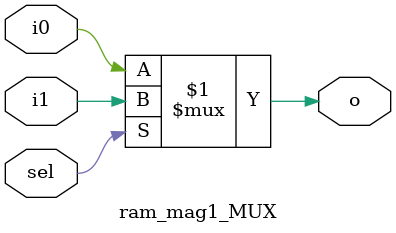
<source format=v>

module ram_mag1 (clk, ce, we, rstn, a, d, q);
input clk;
input ce;
input we;
input rstn;
input [17:0]a;
input [7:0]d;
output [7:0]q;

wire vcc_net;
wire gnd_net;
wire net_2;
wire net_18;
wire net_20;
wire net_21;
wire addra_pipe_14_net;
wire net_23;
wire net_24;
wire net_26;
wire net_27;
wire net_28;
wire net_29;
wire net_30;
wire net_31;
wire net_32;
wire net_33;
wire net_34;
wire net_35;
wire addra_pipe_15_net;
wire net_36;
wire net_37;
wire net_39;
wire net_40;
wire net_41;
wire net_42;
wire net_43;
wire net_44;
wire net_45;
wire net_46;
wire net_47;
wire net_48;
wire net_49;
wire net_50;
wire net_51;
wire net_52;
wire net_53;
wire net_54;
wire net_55;
wire net_56;
wire net_57;
wire net_58;
wire addra_pipe_16_net;
wire net_59;
wire net_60;
wire net_62;
wire net_63;
wire net_64;
wire net_65;
wire net_66;
wire net_67;
wire net_68;
wire net_69;
wire net_70;
wire net_71;
wire net_72;
wire net_73;
wire net_74;
wire net_75;
wire net_76;
wire net_77;
wire net_78;
wire net_79;
wire net_80;
wire net_81;
wire net_82;
wire net_83;
wire net_84;
wire net_85;
wire net_86;
wire net_87;
wire net_88;
wire net_89;
wire net_90;
wire net_91;
wire net_92;
wire net_93;
wire net_94;
wire net_95;
wire net_96;
wire net_97;
wire net_98;
wire net_99;
wire net_100;
wire net_101;
wire addra_pipe_17_net;
wire net_102;
wire net_103;
wire net_106;
wire net_108;
wire net_109;
wire net_111;
wire net_112;
wire net_113;
wire net_114;
wire net_115;
wire net_116;
wire net_117;
wire net_118;
wire net_119;
wire net_120;
wire net_121;
wire net_122;
wire net_123;
wire net_124;
wire net_125;
wire net_126;
wire net_127;
wire net_128;
wire net_129;
wire net_130;
wire net_131;
wire net_132;
wire net_133;
wire net_134;
wire net_135;
wire net_136;
wire net_137;
wire net_138;
wire net_139;
wire net_140;
wire net_141;
wire net_142;
wire net_143;
wire net_144;
wire net_145;
wire net_146;
wire net_147;
wire net_148;
wire net_149;
wire net_150;
wire net_151;
wire net_152;
wire net_153;
wire net_154;
wire net_155;
wire net_156;
wire net_157;
wire net_158;
wire net_159;
wire net_160;
wire net_161;
wire net_162;
wire net_163;
wire net_164;
wire net_165;
wire net_166;
wire net_167;
wire net_168;
wire net_169;
wire net_170;
wire net_171;
wire net_172;
wire net_173;
wire net_174;
wire net_175;
wire net_176;
wire net_177;
wire net_178;
wire net_179;
wire net_180;
wire net_181;
wire net_182;
wire net_184;
wire net_185;
wire net_186;
wire net_187;
wire net_189;
wire net_190;
wire net_191;
wire net_192;
wire net_193;
wire net_194;
wire net_195;
wire net_196;
wire net_197;
wire net_198;
wire net_199;
wire net_200;
wire net_201;
wire net_202;
wire net_203;
wire net_204;
wire net_205;
wire net_206;
wire net_207;
wire net_208;
wire net_209;
wire net_210;
wire net_211;
wire net_212;
wire net_213;
wire net_214;
wire net_215;
wire net_216;
wire net_217;
wire net_218;
wire net_219;
wire net_220;
wire net_221;
wire net_222;
wire net_223;
wire net_224;
wire net_225;
wire net_226;
wire net_227;
wire net_228;
wire net_229;
wire net_230;
wire net_231;
wire net_232;
wire net_233;
wire net_234;
wire net_235;
wire net_236;
wire net_237;
wire net_238;
wire net_239;
wire net_240;
wire net_241;
wire net_242;
wire net_243;
wire net_244;
wire net_245;
wire net_246;
wire net_247;
wire net_248;
wire net_249;
wire net_250;
wire net_251;
wire net_252;
wire net_253;
wire net_254;
wire net_255;
wire net_256;
wire net_257;
wire net_258;
wire net_259;
wire net_260;
wire net_262;
wire net_263;
wire net_264;
wire net_265;
wire net_267;
wire net_268;
wire net_269;
wire net_270;
wire net_271;
wire net_272;
wire net_273;
wire net_274;
wire net_275;
wire net_276;
wire net_277;
wire net_278;
wire net_279;
wire net_280;
wire net_281;
wire net_282;
wire net_283;
wire net_284;
wire net_285;
wire net_286;
wire net_287;
wire net_288;
wire net_289;
wire net_290;
wire net_291;
wire net_292;
wire net_293;
wire net_294;
wire net_295;
wire net_296;
wire net_297;
wire net_298;
wire net_299;
wire net_300;
wire net_301;
wire net_302;
wire net_303;
wire net_304;
wire net_305;
wire net_306;
wire net_307;
wire net_308;
wire net_309;
wire net_310;
wire net_311;
wire net_312;
wire net_313;
wire net_314;
wire net_315;
wire net_316;
wire net_317;
wire net_318;
wire net_319;
wire net_320;
wire net_321;
wire net_322;
wire net_323;
wire net_324;
wire net_325;
wire net_326;
wire net_327;
wire net_328;
wire net_329;
wire net_330;
wire net_331;
wire net_332;
wire net_333;
wire net_334;
wire net_335;
wire net_336;
wire net_337;
wire net_338;
wire net_340;
wire net_341;
wire net_342;
wire net_343;
wire net_345;
wire net_346;
wire net_347;
wire net_348;
wire net_349;
wire net_350;
wire net_351;
wire net_352;
wire net_353;
wire net_354;
wire net_355;
wire net_356;
wire net_357;
wire net_358;
wire net_359;
wire net_360;
wire net_361;
wire net_362;
wire net_363;
wire net_364;
wire net_365;
wire net_366;
wire net_367;
wire net_368;
wire net_369;
wire net_370;
wire net_371;
wire net_372;
wire net_373;
wire net_374;
wire net_375;
wire net_376;
wire net_377;
wire net_378;
wire net_379;
wire net_380;
wire net_381;
wire net_382;
wire net_383;
wire net_384;
wire net_385;
wire net_386;
wire net_387;
wire net_388;
wire net_389;
wire net_390;
wire net_391;
wire net_392;
wire net_393;
wire net_394;
wire net_395;
wire net_396;
wire net_397;
wire net_398;
wire net_399;
wire net_400;
wire net_401;
wire net_402;
wire net_403;
wire net_404;
wire net_405;
wire net_406;
wire net_407;
wire net_408;
wire net_409;
wire net_410;
wire net_411;
wire net_412;
wire net_413;
wire net_414;
wire net_415;
wire net_416;
wire net_418;
wire net_419;
wire net_420;
wire net_421;
wire net_423;
wire net_424;
wire net_425;
wire net_426;
wire net_427;
wire net_428;
wire net_429;
wire net_430;
wire net_431;
wire net_432;
wire net_433;
wire net_434;
wire net_435;
wire net_436;
wire net_437;
wire net_438;
wire net_439;
wire net_440;
wire net_441;
wire net_442;
wire net_443;
wire net_444;
wire net_445;
wire net_446;
wire net_447;
wire net_448;
wire net_449;
wire net_450;
wire net_451;
wire net_452;
wire net_453;
wire net_454;
wire net_455;
wire net_456;
wire net_457;
wire net_458;
wire net_459;
wire net_460;
wire net_461;
wire net_462;
wire net_463;
wire net_464;
wire net_465;
wire net_466;
wire net_467;
wire net_468;
wire net_469;
wire net_470;
wire net_471;
wire net_472;
wire net_473;
wire net_474;
wire net_475;
wire net_476;
wire net_477;
wire net_478;
wire net_479;
wire net_480;
wire net_481;
wire net_482;
wire net_483;
wire net_484;
wire net_485;
wire net_486;
wire net_487;
wire net_488;
wire net_489;
wire net_490;
wire net_491;
wire net_492;
wire net_493;
wire net_494;
wire net_496;
wire net_497;
wire net_498;
wire net_499;
wire net_501;
wire net_502;
wire net_503;
wire net_504;
wire net_505;
wire net_506;
wire net_507;
wire net_508;
wire net_509;
wire net_510;
wire net_511;
wire net_512;
wire net_513;
wire net_514;
wire net_515;
wire net_516;
wire net_517;
wire net_518;
wire net_519;
wire net_520;
wire net_521;
wire net_522;
wire net_523;
wire net_524;
wire net_525;
wire net_526;
wire net_527;
wire net_528;
wire net_529;
wire net_530;
wire net_531;
wire net_532;
wire net_533;
wire net_534;
wire net_535;
wire net_536;
wire net_537;
wire net_538;
wire net_539;
wire net_540;
wire net_541;
wire net_542;
wire net_543;
wire net_544;
wire net_545;
wire net_546;
wire net_547;
wire net_548;
wire net_549;
wire net_550;
wire net_551;
wire net_552;
wire net_553;
wire net_554;
wire net_555;
wire net_556;
wire net_557;
wire net_558;
wire net_559;
wire net_560;
wire net_561;
wire net_562;
wire net_563;
wire net_564;
wire net_565;
wire net_566;
wire net_567;
wire net_568;
wire net_569;
wire net_570;
wire net_571;
wire net_572;
wire net_574;
wire net_575;
wire net_576;
wire net_577;
wire net_579;
wire net_580;
wire net_581;
wire net_582;
wire net_583;
wire net_584;
wire net_585;
wire net_586;
wire net_587;
wire net_588;
wire net_589;
wire net_590;
wire net_591;
wire net_592;
wire net_593;
wire net_594;
wire net_595;
wire net_596;
wire net_597;
wire net_598;
wire net_599;
wire net_600;
wire net_601;
wire net_602;
wire net_603;
wire net_604;
wire net_605;
wire net_606;
wire net_607;
wire net_608;
wire net_609;
wire net_610;
wire net_611;
wire net_612;
wire net_613;
wire net_614;
wire net_615;
wire net_616;
wire net_617;
wire net_618;
wire net_619;
wire net_620;
wire net_621;
wire net_622;
wire net_623;
wire net_624;
wire net_625;
wire net_626;
wire net_627;
wire net_628;
wire net_629;
wire net_630;
wire net_631;
wire net_632;
wire net_633;
wire net_634;
wire net_635;
wire net_636;
wire net_637;
wire net_638;
wire net_639;
wire net_640;
wire net_641;
wire net_642;
wire net_643;
wire net_644;
wire net_645;
wire net_646;
wire net_647;
wire net_648;
wire net_649;
wire net_650;
wire net_652;
wire net_653;
wire nc20161;
wire nc20162;
wire nc20163;
wire nc20164;
wire nc20165;
wire nc20166;
wire nc20167;
wire nc20168;
wire nc20169;
wire nc20170;
wire nc20171;
wire nc20172;
wire nc20173;
wire nc20174;
wire nc20175;
wire nc20176;
wire nc20177;
wire nc20178;
wire nc20179;
wire nc20180;
wire nc20181;
wire nc20182;
wire nc20183;
wire nc20184;
wire nc20185;
wire nc20186;
wire nc20187;
wire nc20188;
wire nc20189;
wire nc20190;
wire nc20191;
wire nc20192;
wire nc20193;
wire nc20194;
wire nc20195;
wire nc20196;
wire nc20197;
wire nc20198;
wire nc20199;
wire nc20200;
wire nc20201;
wire nc20202;
wire nc20203;
wire nc20204;
wire nc20205;
wire nc20206;
wire nc20207;
wire nc20208;
wire nc20209;
wire nc20210;
wire nc20211;
wire nc20212;
wire nc20213;
wire nc20214;
wire nc20215;
wire nc20216;
wire nc20217;
wire nc20218;
wire nc20219;
wire nc20220;
wire nc20221;
wire nc20222;
wire nc20223;
wire nc20224;
wire nc20225;
wire nc20226;
wire nc20227;
wire nc20228;
wire nc20229;
wire nc20230;
wire nc20231;
wire nc20232;
wire nc20233;
wire nc20234;
wire nc20235;
wire nc20236;
wire nc20237;
wire nc20238;
wire nc20239;
wire nc20240;
wire nc20241;
wire nc20242;
wire nc20243;
wire nc20244;
wire nc20245;
wire nc20246;
wire nc20247;
wire nc20248;
wire nc20249;
wire nc20250;
wire nc20251;
wire nc20252;
wire nc20253;
wire nc20254;
wire nc20255;
wire nc20256;
wire nc20257;
wire nc20258;
wire nc20259;
wire nc20260;
wire nc20261;
wire nc20262;
wire nc20263;
wire nc20264;
wire nc20265;
wire nc20266;
wire nc20267;
wire nc20268;
wire nc20269;
wire nc20270;
wire nc20271;
wire nc20272;
wire nc20273;
wire nc20274;
wire nc20275;
wire nc20276;
wire nc20277;
wire nc20278;
wire nc20279;
wire nc20280;
wire nc20281;
wire nc20282;
wire nc20283;
wire nc20284;
wire nc20285;
wire nc20286;
wire nc20287;
wire nc20288;
wire nc20289;
wire nc20290;
wire nc20291;
wire nc20292;
wire nc20293;
wire nc20294;
wire nc20295;
wire nc20296;
wire nc20297;
wire nc20298;
wire nc20299;
wire nc20300;
wire nc20301;
wire nc20302;
wire nc20303;
wire nc20304;
wire nc20305;
wire nc20306;
wire nc20307;
wire nc20308;
wire nc20309;
wire nc20310;
wire nc20311;
wire nc20312;
wire nc20313;
wire nc20314;
wire nc20315;
wire nc20316;
wire nc20317;
wire nc20318;
wire nc20319;
wire nc20320;
wire nc20321;
wire nc20322;
wire nc20323;
wire nc20324;
wire nc20325;
wire nc20326;
wire nc20327;
wire nc20328;
wire nc20329;
wire nc20330;
wire nc20331;
wire nc20332;
wire nc20333;
wire nc20334;
wire nc20335;
wire nc20336;
wire nc20337;
wire nc20338;
wire nc20339;
wire nc20340;
wire nc20341;
wire nc20342;
wire nc20343;
wire nc20344;
wire nc20345;
wire nc20346;
wire nc20347;
wire nc20348;
wire nc20349;
wire nc20350;
wire nc20351;
wire nc20352;
wire nc20353;
wire nc20354;
wire nc20355;
wire nc20356;
wire nc20357;
wire nc20358;
wire nc20359;
wire nc20360;
wire nc20361;
wire nc20362;
wire nc20363;
wire nc20364;
wire nc20365;
wire nc20366;
wire nc20367;
wire nc20368;
wire nc20369;
wire nc20370;
wire nc20371;
wire nc20372;
wire nc20373;
wire nc20374;
wire nc20375;
wire nc20376;
wire nc20377;
wire nc20378;
wire nc20379;
wire nc20380;
wire nc20381;
wire nc20382;
wire nc20383;
wire nc20384;
wire nc20385;
wire nc20386;
wire nc20387;
wire nc20388;
wire nc20389;
wire nc20390;
wire nc20391;
wire nc20392;
wire nc20393;
wire nc20394;
wire nc20395;
wire nc20396;
wire nc20397;
wire nc20398;
wire nc20399;
wire nc20400;
wire nc20401;
wire nc20402;
wire nc20403;
wire nc20404;
wire nc20405;
wire nc20406;
wire nc20407;
wire nc20408;
wire nc20409;
wire nc20410;
wire nc20411;
wire nc20412;
wire nc20413;
wire nc20414;
wire nc20415;
wire nc20416;
wire nc20417;
wire nc20418;
wire nc20419;
wire nc20420;
wire nc20421;
wire nc20422;
wire nc20423;
wire nc20424;
wire nc20425;
wire nc20426;
wire nc20427;
wire nc20428;
wire nc20429;
wire nc20430;
wire nc20431;
wire nc20432;
wire nc20433;
wire nc20434;
wire nc20435;
wire nc20436;
wire nc20437;
wire nc20438;
wire nc20439;
wire nc20440;
wire nc20441;
wire nc20442;
wire nc20443;
wire nc20444;
wire nc20445;
wire nc20446;
wire nc20447;
wire nc20448;
wire nc20449;
wire nc20450;
wire nc20451;
wire nc20452;
wire nc20453;
wire nc20454;
wire nc20455;
wire nc20456;
wire nc20457;
wire nc20458;
wire nc20459;
wire nc20460;
wire nc20461;
wire nc20462;
wire nc20463;
wire nc20464;
wire nc20465;
wire nc20466;
wire nc20467;
wire nc20468;
wire nc20469;
wire nc20470;
wire nc20471;
wire nc20472;
wire nc20473;
wire nc20474;
wire nc20475;
wire nc20476;
wire nc20477;
wire nc20478;
wire nc20479;
wire nc20480;
wire nc20481;
wire nc20482;
wire nc20483;
wire nc20484;
wire nc20485;
wire nc20486;
wire nc20487;
wire nc20488;
wire nc20489;
wire nc20490;
wire nc20491;
wire nc20492;
wire nc20493;
wire nc20494;
wire nc20495;
wire nc20496;
wire nc20497;
wire nc20498;
wire nc20499;
wire nc20500;
wire nc20501;
wire nc20502;
wire nc20503;
wire nc20504;
wire nc20505;
wire nc20506;
wire nc20507;
wire nc20508;
wire nc20509;
wire nc20510;
wire nc20511;
wire nc20512;
wire nc20513;
wire nc20514;
wire nc20515;
wire nc20516;
wire nc20517;
wire nc20518;
wire nc20519;
wire nc20520;
wire nc20521;
wire nc20522;
wire nc20523;
wire nc20524;
wire nc20525;
wire nc20526;
wire nc20527;
wire nc20528;
wire nc20529;
wire nc20530;
wire nc20531;
wire nc20532;
wire nc20533;
wire nc20534;
wire nc20535;
wire nc20536;
wire nc20537;
wire nc20538;
wire nc20539;
wire nc20540;
wire nc20541;
wire nc20542;
wire nc20543;
wire nc20544;
wire nc20545;
wire nc20546;
wire nc20547;
wire nc20548;
wire nc20549;
wire nc20550;
wire nc20551;
wire nc20552;
wire nc20553;
wire nc20554;
wire nc20555;
wire nc20556;
wire nc20557;
wire nc20558;
wire nc20559;
wire nc20560;
wire nc20561;
wire nc20562;
wire nc20563;
wire nc20564;
wire nc20565;
wire nc20566;
wire nc20567;
wire nc20568;
wire nc20569;
wire nc20570;
wire nc20571;
wire nc20572;
wire nc20573;
wire nc20574;
wire nc20575;
wire nc20576;
wire nc20577;
wire nc20578;
wire nc20579;
wire nc20580;
wire nc20581;
wire nc20582;
wire nc20583;
wire nc20584;
wire nc20585;
wire nc20586;
wire nc20587;
wire nc20588;
wire nc20589;
wire nc20590;
wire nc20591;
wire nc20592;
wire nc20593;
wire nc20594;
wire nc20595;
wire nc20596;
wire nc20597;
wire nc20598;
wire nc20599;
wire nc20600;
wire nc20601;
wire nc20602;
wire nc20603;
wire nc20604;
wire nc20605;
wire nc20606;
wire nc20607;
wire nc20608;
wire nc20609;
wire nc20610;
wire nc20611;
wire nc20612;
wire nc20613;
wire nc20614;
wire nc20615;
wire nc20616;
wire nc20617;
wire nc20618;
wire nc20619;
wire nc20620;
wire nc20621;
wire nc20622;
wire nc20623;
wire nc20624;
wire nc20625;
wire nc20626;
wire nc20627;
wire nc20628;
wire nc20629;
wire nc20630;
wire nc20631;
wire nc20632;
wire nc20633;
wire nc20634;
wire nc20635;
wire nc20636;
wire nc20637;
wire nc20638;
wire nc20639;
wire nc20640;
wire nc20641;
wire nc20642;
wire nc20643;
wire nc20644;
wire nc20645;
wire nc20646;
wire nc20647;
wire nc20648;
wire nc20649;
wire nc20650;
wire nc20651;
wire nc20652;
wire nc20653;
wire nc20654;
wire nc20655;
wire nc20656;
wire nc20657;
wire nc20658;
wire nc20659;
wire nc20660;
wire nc20661;
wire nc20662;
wire nc20663;
wire nc20664;
wire nc20665;
wire nc20666;
wire nc20667;
wire nc20668;
wire nc20669;
wire nc20670;
wire nc20671;
wire nc20672;
wire nc20673;
wire nc20674;
wire nc20675;
wire nc20676;
wire nc20677;
wire nc20678;
wire nc20679;
wire nc20680;
wire nc20681;
wire nc20682;
wire nc20683;
wire nc20684;
wire nc20685;
wire nc20686;
wire nc20687;
wire nc20688;
wire nc20689;
wire nc20690;
wire nc20691;
wire nc20692;
wire nc20693;
wire nc20694;
wire nc20695;
wire nc20696;
wire nc20697;
wire nc20698;
wire nc20699;
wire nc20700;
wire nc20701;
wire nc20702;
wire nc20703;
wire nc20704;
wire nc20705;
wire nc20706;
wire nc20707;
wire nc20708;
wire nc20709;
wire nc20710;
wire nc20711;
wire nc20712;
wire nc20713;
wire nc20714;
wire nc20715;
wire nc20716;
wire nc20717;
wire nc20718;
wire nc20719;
wire nc20720;
wire nc20721;
wire nc20722;
wire nc20723;
wire nc20724;
wire nc20725;
wire nc20726;
wire nc20727;
wire nc20728;
wire nc20729;
wire nc20730;
wire nc20731;
wire nc20732;
wire nc20733;
wire nc20734;
wire nc20735;
wire nc20736;
wire nc20737;
wire nc20738;
wire nc20739;
wire nc20740;
wire nc20741;
wire nc20742;
wire nc20743;
wire nc20744;
wire nc20745;
wire nc20746;
wire nc20747;
wire nc20748;
wire nc20749;
wire nc20750;
wire nc20751;
wire nc20752;
wire nc20753;
wire nc20754;
wire nc20755;
wire nc20756;
wire nc20757;
wire nc20758;
wire nc20759;
wire nc20760;
wire nc20761;
wire nc20762;
wire nc20763;
wire nc20764;
wire nc20765;
wire nc20766;
wire nc20767;
wire nc20768;
wire nc20769;
wire nc20770;
wire nc20771;
wire nc20772;
wire nc20773;
wire nc20774;
wire nc20775;
wire nc20776;
wire nc20777;
wire nc20778;
wire nc20779;
wire nc20780;
wire nc20781;
wire nc20782;
wire nc20783;
wire nc20784;
wire nc20785;
wire nc20786;
wire nc20787;
wire nc20788;
wire nc20789;
wire nc20790;
wire nc20791;
wire nc20792;
wire nc20793;
wire nc20794;
wire nc20795;
wire nc20796;
wire nc20797;
wire nc20798;
wire nc20799;
wire nc20800;
wire nc20801;
wire nc20802;
wire nc20803;
wire nc20804;
wire nc20805;
wire nc20806;
wire nc20807;
wire nc20808;
wire nc20809;
wire nc20810;
wire nc20811;
wire nc20812;
wire nc20813;
wire nc20814;
wire nc20815;
wire nc20816;
wire nc20817;
wire nc20818;
wire nc20819;
wire nc20820;
wire nc20821;
wire nc20822;
wire nc20823;
wire nc20824;
wire nc20825;
wire nc20826;
wire nc20827;
wire nc20828;
wire nc20829;
wire nc20830;
wire nc20831;
wire nc20832;
wire nc20833;
wire nc20834;
wire nc20835;
wire nc20836;
wire nc20837;
wire nc20838;
wire nc20839;
wire nc20840;
wire nc20841;
wire nc20842;
wire nc20843;
wire nc20844;
wire nc20845;
wire nc20846;
wire nc20847;
wire nc20848;
wire nc20849;
wire nc20850;
wire nc20851;
wire nc20852;
wire nc20853;
wire nc20854;
wire nc20855;
wire nc20856;
wire nc20857;
wire nc20858;
wire nc20859;
wire nc20860;
wire nc20861;
wire nc20862;
wire nc20863;
wire nc20864;
wire nc20865;
wire nc20866;
wire nc20867;
wire nc20868;
wire nc20869;
wire nc20870;
wire nc20871;
wire nc20872;
wire nc20873;
wire nc20874;
wire nc20875;
wire nc20876;
wire nc20877;
wire nc20878;
wire nc20879;
wire nc20880;
wire nc20881;
wire nc20882;
wire nc20883;
wire nc20884;
wire nc20885;
wire nc20886;
wire nc20887;
wire nc20888;
wire nc20889;
wire nc20890;
wire nc20891;
wire nc20892;
wire nc20893;
wire nc20894;
wire nc20895;
wire nc20896;
wire nc20897;
wire nc20898;
wire nc20899;
wire nc20900;
wire nc20901;
wire nc20902;
wire nc20903;
wire nc20904;
wire nc20905;
wire nc20906;
wire nc20907;
wire nc20908;
wire nc20909;
wire nc20910;
wire nc20911;
wire nc20912;
wire nc20913;
wire nc20914;
wire nc20915;
wire nc20916;
wire nc20917;
wire nc20918;
wire nc20919;
wire nc20920;
wire nc20921;
wire nc20922;
wire nc20923;
wire nc20924;
wire nc20925;
wire nc20926;
wire nc20927;
wire nc20928;
wire nc20929;
wire nc20930;
wire nc20931;
wire nc20932;
wire nc20933;
wire nc20934;
wire nc20935;
wire nc20936;
wire nc20937;
wire nc20938;
wire nc20939;
wire nc20940;
wire nc20941;
wire nc20942;
wire nc20943;
wire nc20944;
wire nc20945;
wire nc20946;
wire nc20947;
wire nc20948;
wire nc20949;
wire nc20950;
wire nc20951;
wire nc20952;
wire nc20953;
wire nc20954;
wire nc20955;
wire nc20956;
wire nc20957;
wire nc20958;
wire nc20959;
wire nc20960;
wire nc20961;
wire nc20962;
wire nc20963;
wire nc20964;
wire nc20965;
wire nc20966;
wire nc20967;
wire nc20968;
wire nc20969;
wire nc20970;
wire nc20971;
wire nc20972;
wire nc20973;
wire nc20974;
wire nc20975;
wire nc20976;
wire nc20977;
wire nc20978;
wire nc20979;
wire nc20980;
wire nc20981;
wire nc20982;
wire nc20983;
wire nc20984;
wire nc20985;
wire nc20986;
wire nc20987;
wire nc20988;
wire nc20989;
wire nc20990;
wire nc20991;
wire nc20992;
wire nc20993;
wire nc20994;
wire nc20995;
wire nc20996;
wire nc20997;
wire nc20998;
wire nc20999;
wire nc21000;
wire nc21001;
wire nc21002;
wire nc21003;
wire nc21004;
wire nc21005;
wire nc21006;
wire nc21007;
wire nc21008;
wire nc21009;
wire nc21010;
wire nc21011;
wire nc21012;
wire nc21013;
wire nc21014;
wire nc21015;
wire nc21016;
wire nc21017;
wire nc21018;
wire nc21019;
wire nc21020;
wire nc21021;
wire nc21022;
wire nc21023;
wire nc21024;
wire nc21025;
wire nc21026;
wire nc21027;
wire nc21028;
wire nc21029;
wire nc21030;
wire nc21031;
wire nc21032;
wire nc21033;
wire nc21034;
wire nc21035;
wire nc21036;
wire nc21037;
wire nc21038;
wire nc21039;
wire nc21040;
wire nc21041;
wire nc21042;
wire nc21043;
wire nc21044;
wire nc21045;
wire nc21046;
wire nc21047;
wire nc21048;
wire nc21049;
wire nc21050;
wire nc21051;
wire nc21052;
wire nc21053;
wire nc21054;
wire nc21055;
wire nc21056;
wire nc21057;
wire nc21058;
wire nc21059;
wire nc21060;
wire nc21061;
wire nc21062;
wire nc21063;
wire nc21064;
wire nc21065;
wire nc21066;
wire nc21067;
wire nc21068;
wire nc21069;
wire nc21070;
wire nc21071;
wire nc21072;
wire nc21073;
wire nc21074;
wire nc21075;
wire nc21076;
wire nc21077;
wire nc21078;
wire nc21079;
wire nc21080;
wire nc21081;
wire nc21082;
wire nc21083;
wire nc21084;
wire nc21085;
wire nc21086;
wire nc21087;
wire nc21088;
wire nc21089;
wire nc21090;
wire nc21091;
wire nc21092;
wire nc21093;
wire nc21094;
wire nc21095;
wire nc21096;
wire nc21097;
wire nc21098;
wire nc21099;
wire nc21100;
wire nc21101;
wire nc21102;
wire nc21103;
wire nc21104;
wire nc21105;
wire nc21106;
wire nc21107;
wire nc21108;
wire nc21109;
wire nc21110;
wire nc21111;
wire nc21112;
wire nc21113;
wire nc21114;
wire nc21115;
wire nc21116;
wire nc21117;
wire nc21118;
wire nc21119;
wire nc21120;
wire nc21121;
wire nc21122;
wire nc21123;
wire nc21124;
wire nc21125;
wire nc21126;
wire nc21127;
wire nc21128;
wire nc21129;
wire nc21130;
wire nc21131;
wire nc21132;
wire nc21133;
wire nc21134;
wire nc21135;
wire nc21136;
wire nc21137;
wire nc21138;
wire nc21139;
wire nc21140;
wire nc21141;
wire nc21142;
wire nc21143;
wire nc21144;
wire nc21145;
wire nc21146;
wire nc21147;
wire nc21148;
wire nc21149;
wire nc21150;
wire nc21151;
wire nc21152;
wire nc21153;
wire nc21154;
wire nc21155;
wire nc21156;
wire nc21157;
wire nc21158;
wire nc21159;
wire nc21160;
wire nc21161;
wire nc21162;
wire nc21163;
wire nc21164;
wire nc21165;
wire nc21166;
wire nc21167;
wire nc21168;
wire nc21169;
wire nc21170;
wire nc21171;
wire nc21172;
wire nc21173;
wire nc21174;
wire nc21175;
wire nc21176;
wire nc21177;
wire nc21178;
wire nc21179;
wire nc21180;
wire nc21181;
wire nc21182;
wire nc21183;
wire nc21184;
wire nc21185;
wire nc21186;
wire nc21187;
wire nc21188;
wire nc21189;
wire nc21190;
wire nc21191;
wire nc21192;
wire nc21193;
wire nc21194;
wire nc21195;
wire nc21196;
wire nc21197;
wire nc21198;
wire nc21199;
wire nc21200;
wire nc21201;
wire nc21202;
wire nc21203;
wire nc21204;
wire nc21205;
wire nc21206;
wire nc21207;
wire nc21208;
wire nc21209;
wire nc21210;
wire nc21211;
wire nc21212;
wire nc21213;
wire nc21214;
wire nc21215;
wire nc21216;
wire nc21217;
wire nc21218;
wire nc21219;
wire nc21220;
wire nc21221;
wire nc21222;
wire nc21223;
wire nc21224;
wire nc21225;
wire nc21226;
wire nc21227;
wire nc21228;
wire nc21229;
wire nc21230;
wire nc21231;
wire nc21232;
wire nc21233;
wire nc21234;
wire nc21235;
wire nc21236;
wire nc21237;
wire nc21238;
wire nc21239;
wire nc21240;
wire nc21241;
wire nc21242;
wire nc21243;
wire nc21244;
wire nc21245;
wire nc21246;
wire nc21247;
wire nc21248;
wire nc21249;
wire nc21250;
wire nc21251;
wire nc21252;
wire nc21253;
wire nc21254;
wire nc21255;
wire nc21256;
wire nc21257;
wire nc21258;
wire nc21259;
wire nc21260;
wire nc21261;
wire nc21262;
wire nc21263;
wire nc21264;
wire nc21265;
wire nc21266;
wire nc21267;
wire nc21268;
wire nc21269;
wire nc21270;
wire nc21271;
wire nc21272;
wire nc21273;
wire nc21274;
wire nc21275;
wire nc21276;
wire nc21277;
wire nc21278;
wire nc21279;
wire nc21280;
wire nc21281;
wire nc21282;
wire nc21283;
wire nc21284;
wire nc21285;
wire nc21286;
wire nc21287;
wire nc21288;
wire nc21289;
wire nc21290;
wire nc21291;
wire nc21292;
wire nc21293;
wire nc21294;
wire nc21295;
wire nc21296;
wire nc21297;
wire nc21298;
wire nc21299;
wire nc21300;
wire nc21301;
wire nc21302;
wire nc21303;
wire nc21304;
wire nc21305;
wire nc21306;
wire nc21307;
wire nc21308;
wire nc21309;
wire nc21310;
wire nc21311;
wire nc21312;
wire nc21313;
wire nc21314;
wire nc21315;
wire nc21316;
wire nc21317;
wire nc21318;
wire nc21319;
wire nc21320;
wire nc21321;
wire nc21322;
wire nc21323;
wire nc21324;
wire nc21325;
wire nc21326;
wire nc21327;
wire nc21328;
wire nc21329;
wire nc21330;
wire nc21331;
wire nc21332;
wire nc21333;
wire nc21334;
wire nc21335;
wire nc21336;
wire nc21337;
wire nc21338;
wire nc21339;
wire nc21340;
wire nc21341;
wire nc21342;
wire nc21343;
wire nc21344;
wire nc21345;
wire nc21346;
wire nc21347;
wire nc21348;
wire nc21349;
wire nc21350;
wire nc21351;
wire nc21352;
wire nc21353;
wire nc21354;
wire nc21355;
wire nc21356;
wire nc21357;
wire nc21358;
wire nc21359;
wire nc21360;
wire nc21361;
wire nc21362;
wire nc21363;
wire nc21364;
wire nc21365;
wire nc21366;
wire nc21367;
wire nc21368;
wire nc21369;
wire nc21370;
wire nc21371;
wire nc21372;
wire nc21373;
wire nc21374;
wire nc21375;
wire nc21376;
wire nc21377;
wire nc21378;
wire nc21379;
wire nc21380;
wire nc21381;
wire nc21382;
wire nc21383;
wire nc21384;
wire nc21385;
wire nc21386;
wire nc21387;
wire nc21388;
wire nc21389;
wire nc21390;
wire nc21391;
wire nc21392;
wire nc21393;
wire nc21394;
wire nc21395;
wire nc21396;
wire nc21397;
wire nc21398;
wire nc21399;
wire nc21400;
wire nc21401;
wire nc21402;
wire nc21403;
wire nc21404;
wire nc21405;
wire nc21406;
wire nc21407;
wire nc21408;
wire nc21409;
wire nc21410;
wire nc21411;
wire nc21412;
wire nc21413;
wire nc21414;
wire nc21415;
wire nc21416;
wire nc21417;
wire nc21418;
wire nc21419;
wire nc21420;
wire nc21421;
wire nc21422;
wire nc21423;
wire nc21424;
wire nc21425;
wire nc21426;
wire nc21427;
wire nc21428;
wire nc21429;
wire nc21430;
wire nc21431;
wire nc21432;
wire nc21433;
wire nc21434;
wire nc21435;
wire nc21436;
wire nc21437;
wire nc21438;
wire nc21439;
wire nc21440;
wire nc21441;
wire nc21442;
wire nc21443;
wire nc21444;
wire nc21445;
wire nc21446;
wire nc21447;
wire nc21448;
wire nc21449;
wire nc21450;
wire nc21451;
wire nc21452;
wire nc21453;
wire nc21454;
wire nc21455;
wire nc21456;
wire nc21457;
wire nc21458;
wire nc21459;
wire nc21460;
wire nc21461;
wire nc21462;
wire nc21463;
wire nc21464;
wire nc21465;
wire nc21466;
wire nc21467;
wire nc21468;
wire nc21469;
wire nc21470;
wire nc21471;
wire nc21472;
wire nc21473;
wire nc21474;
wire nc21475;
wire nc21476;
wire nc21477;
wire nc21478;
wire nc21479;
wire nc21480;
wire nc21481;
wire nc21482;
wire nc21483;
wire nc21484;
wire nc21485;
wire nc21486;
wire nc21487;
wire nc21488;
wire nc21489;
wire nc21490;
wire nc21491;
wire nc21492;
wire nc21493;
wire nc21494;
wire nc21495;
wire nc21496;
wire nc21497;
wire nc21498;
wire nc21499;
wire nc21500;
wire nc21501;
wire nc21502;
wire nc21503;
wire nc21504;
wire nc21505;
wire nc21506;
wire nc21507;
wire nc21508;
wire nc21509;
wire nc21510;
wire nc21511;
wire nc21512;
wire nc21513;
wire nc21514;
wire nc21515;
wire nc21516;
wire nc21517;
wire nc21518;
wire nc21519;
wire nc21520;
wire nc21521;
wire nc21522;
wire nc21523;
wire nc21524;
wire nc21525;
wire nc21526;
wire nc21527;
wire nc21528;
wire nc21529;
wire nc21530;
wire nc21531;
wire nc21532;
wire nc21533;
wire nc21534;
wire nc21535;
wire nc21536;
wire nc21537;
wire nc21538;
wire nc21539;
wire nc21540;
wire nc21541;
wire nc21542;
wire nc21543;
wire nc21544;
wire nc21545;
wire nc21546;
wire nc21547;
wire nc21548;
wire nc21549;
wire nc21550;
wire nc21551;
wire nc21552;
wire nc21553;
wire nc21554;
wire nc21555;
wire nc21556;
wire nc21557;
wire nc21558;
wire nc21559;
wire nc21560;
wire nc21561;
wire nc21562;
wire nc21563;
wire nc21564;
wire nc21565;
wire nc21566;
wire nc21567;
wire nc21568;
wire nc21569;
wire nc21570;
wire nc21571;
wire nc21572;
wire nc21573;
wire nc21574;
wire nc21575;
wire nc21576;
wire nc21577;
wire nc21578;
wire nc21579;
wire nc21580;
wire nc21581;
wire nc21582;
wire nc21583;
wire nc21584;
wire nc21585;
wire nc21586;
wire nc21587;
wire nc21588;
wire nc21589;
wire nc21590;
wire nc21591;
wire nc21592;
wire nc21593;
wire nc21594;
wire nc21595;
wire nc21596;
wire nc21597;
wire nc21598;
wire nc21599;
wire nc21600;
wire nc21601;
wire nc21602;
wire nc21603;
wire nc21604;
wire nc21605;
wire nc21606;
wire nc21607;
wire nc21608;
wire nc21609;
wire nc21610;
wire nc21611;
wire nc21612;
wire nc21613;
wire nc21614;
wire nc21615;
wire nc21616;
wire nc21617;
wire nc21618;
wire nc21619;
wire nc21620;
wire nc21621;
wire nc21622;
wire nc21623;
wire nc21624;
wire nc21625;
wire nc21626;
wire nc21627;
wire nc21628;
wire nc21629;
wire nc21630;
wire nc21631;
wire nc21632;
wire nc21633;
wire nc21634;
wire nc21635;
wire nc21636;
wire nc21637;
wire nc21638;
wire nc21639;
wire nc21640;
wire nc21641;
wire nc21642;
wire nc21643;
wire nc21644;
wire nc21645;
wire nc21646;
wire nc21647;
wire nc21648;
wire nc21649;
wire nc21650;
wire nc21651;
wire nc21652;
wire nc21653;
wire nc21654;
wire nc21655;
wire nc21656;
wire nc21657;
wire nc21658;
wire nc21659;
wire nc21660;
wire nc21661;
wire nc21662;
wire nc21663;
wire nc21664;
wire nc21665;
wire nc21666;
wire nc21667;
wire nc21668;
wire nc21669;
wire nc21670;
wire nc21671;
wire nc21672;
wire nc21673;
wire nc21674;
wire nc21675;
wire nc21676;
wire nc21677;
wire nc21678;
wire nc21679;
wire nc21680;
wire nc21681;
wire nc21682;
wire nc21683;
wire nc21684;
wire nc21685;
wire nc21686;
wire nc21687;
wire nc21688;
wire nc21689;
wire nc21690;
wire nc21691;
wire nc21692;
wire nc21693;
wire nc21694;
wire nc21695;
wire nc21696;
wire nc21697;
wire nc21698;
wire nc21699;
wire nc21700;
wire nc21701;
wire nc21702;
wire nc21703;
wire nc21704;
wire nc21705;
wire nc21706;
wire nc21707;
wire nc21708;
wire nc21709;
wire nc21710;
wire nc21711;
wire nc21712;
wire nc21713;
wire nc21714;
wire nc21715;
wire nc21716;
wire nc21717;
wire nc21718;
wire nc21719;
wire nc21720;
wire nc21721;
wire nc21722;
wire nc21723;
wire nc21724;
wire nc21725;
wire nc21726;
wire nc21727;
wire nc21728;
wire nc21729;
wire nc21730;
wire nc21731;
wire nc21732;
wire nc21733;
wire nc21734;
wire nc21735;
wire nc21736;
wire nc21737;
wire nc21738;
wire nc21739;
wire nc21740;
wire nc21741;
wire nc21742;
wire nc21743;
wire nc21744;
wire nc21745;
wire nc21746;
wire nc21747;
wire nc21748;
wire nc21749;
wire nc21750;
wire nc21751;
wire nc21752;
wire nc21753;
wire nc21754;
wire nc21755;
wire nc21756;
wire nc21757;
wire nc21758;
wire nc21759;
wire nc21760;
wire nc21761;
wire nc21762;
wire nc21763;
wire nc21764;
wire nc21765;
wire nc21766;
wire nc21767;
wire nc21768;
wire nc21769;
wire nc21770;
wire nc21771;
wire nc21772;
wire nc21773;
wire nc21774;
wire nc21775;
wire nc21776;
wire nc21777;
wire nc21778;
wire nc21779;
wire nc21780;
wire nc21781;
wire nc21782;
wire nc21783;
wire nc21784;
wire nc21785;
wire nc21786;
wire nc21787;
wire nc21788;
wire nc21789;
wire nc21790;
wire nc21791;
wire nc21792;
wire nc21793;
wire nc21794;
wire nc21795;
wire nc21796;
wire nc21797;
wire nc21798;
wire nc21799;
wire nc21800;
wire nc21801;
wire nc21802;
wire nc21803;
wire nc21804;
wire nc21805;
wire nc21806;
wire nc21807;
wire nc21808;
wire nc21809;
wire nc21810;
wire nc21811;
wire nc21812;
wire nc21813;
wire nc21814;
wire nc21815;
wire nc21816;
wire nc21817;
wire nc21818;
wire nc21819;
wire nc21820;
wire nc21821;
wire nc21822;
wire nc21823;
wire nc21824;
wire nc21825;
wire nc21826;
wire nc21827;
wire nc21828;
wire nc21829;
wire nc21830;
wire nc21831;
wire nc21832;
wire nc21833;
wire nc21834;
wire nc21835;
wire nc21836;
wire nc21837;
wire nc21838;
wire nc21839;
wire nc21840;
wire nc21841;
wire nc21842;
wire nc21843;
wire nc21844;
wire nc21845;
wire nc21846;
wire nc21847;
wire nc21848;
wire nc21849;
wire nc21850;
wire nc21851;
wire nc21852;
wire nc21853;
wire nc21854;
wire nc21855;
wire nc21856;
wire nc21857;
wire nc21858;
wire nc21859;
wire nc21860;
wire nc21861;
wire nc21862;
wire nc21863;
wire nc21864;
wire nc21865;
wire nc21866;
wire nc21867;
wire nc21868;
wire nc21869;
wire nc21870;
wire nc21871;
wire nc21872;
wire nc21873;
wire nc21874;
wire nc21875;
wire nc21876;
wire nc21877;
wire nc21878;
wire nc21879;
wire nc21880;
wire nc21881;
wire nc21882;
wire nc21883;
wire nc21884;
wire nc21885;
wire nc21886;
wire nc21887;
wire nc21888;
wire nc21889;
wire nc21890;
wire nc21891;
wire nc21892;
wire nc21893;
wire nc21894;
wire nc21895;
wire nc21896;
wire nc21897;
wire nc21898;
wire nc21899;
wire nc21900;
wire nc21901;
wire nc21902;
wire nc21903;
wire nc21904;
wire nc21905;
wire nc21906;
wire nc21907;
wire nc21908;
wire nc21909;
wire nc21910;
wire nc21911;
wire nc21912;
wire nc21913;
wire nc21914;
wire nc21915;
wire nc21916;
wire nc21917;
wire nc21918;
wire nc21919;
wire nc21920;
wire nc21921;
wire nc21922;
wire nc21923;
wire nc21924;
wire nc21925;
wire nc21926;
wire nc21927;
wire nc21928;
wire nc21929;
wire nc21930;
wire nc21931;
wire nc21932;
wire nc21933;
wire nc21934;
wire nc21935;
wire nc21936;
wire nc21937;
wire nc21938;
wire nc21939;
wire nc21940;
wire nc21941;
wire nc21942;
wire nc21943;
wire nc21944;
wire nc21945;
wire nc21946;
wire nc21947;
wire nc21948;
wire nc21949;
wire nc21950;
wire nc21951;
wire nc21952;
wire nc21953;
wire nc21954;
wire nc21955;
wire nc21956;
wire nc21957;
wire nc21958;
wire nc21959;
wire nc21960;
wire nc21961;
wire nc21962;
wire nc21963;
wire nc21964;
wire nc21965;
wire nc21966;
wire nc21967;
wire nc21968;
wire nc21969;
wire nc21970;
wire nc21971;
wire nc21972;
wire nc21973;
wire nc21974;
wire nc21975;
wire nc21976;
wire nc21977;
wire nc21978;
wire nc21979;
wire nc21980;
wire nc21981;
wire nc21982;
wire nc21983;
wire nc21984;
wire nc21985;
wire nc21986;
wire nc21987;
wire nc21988;
wire nc21989;
wire nc21990;
wire nc21991;
wire nc21992;
wire nc21993;
wire nc21994;
wire nc21995;
wire nc21996;
wire nc21997;
wire nc21998;
wire nc21999;
wire nc22000;
wire nc22001;
wire nc22002;
wire nc22003;
wire nc22004;
wire nc22005;
wire nc22006;
wire nc22007;
wire nc22008;
wire nc22009;
wire nc22010;
wire nc22011;
wire nc22012;
wire nc22013;
wire nc22014;
wire nc22015;
wire nc22016;
wire nc22017;
wire nc22018;
wire nc22019;
wire nc22020;
wire nc22021;
wire nc22022;
wire nc22023;
wire nc22024;
wire nc22025;
wire nc22026;
wire nc22027;
wire nc22028;
wire nc22029;
wire nc22030;
wire nc22031;
wire nc22032;
wire nc22033;
wire nc22034;
wire nc22035;
wire nc22036;
wire nc22037;
wire nc22038;
wire nc22039;
wire nc22040;
wire nc22041;
wire nc22042;
wire nc22043;
wire nc22044;
wire nc22045;
wire nc22046;
wire nc22047;
wire nc22048;
wire nc22049;
wire nc22050;
wire nc22051;
wire nc22052;
wire nc22053;
wire nc22054;
wire nc22055;
wire nc22056;
wire nc22057;
wire nc22058;
wire nc22059;
wire nc22060;
wire nc22061;
wire nc22062;
wire nc22063;
wire nc22064;
wire nc22065;
wire nc22066;
wire nc22067;
wire nc22068;
wire nc22069;
wire nc22070;
wire nc22071;
wire nc22072;
wire nc22073;
wire nc22074;
wire nc22075;
wire nc22076;
wire nc22077;
wire nc22078;
wire nc22079;
wire nc22080;
wire nc22081;
wire nc22082;
wire nc22083;
wire nc22084;
wire nc22085;
wire nc22086;
wire nc22087;
wire nc22088;
wire nc22089;
wire nc22090;
wire nc22091;
wire nc22092;
wire nc22093;
wire nc22094;
wire nc22095;
wire nc22096;
wire nc22097;
wire nc22098;
wire nc22099;
wire nc22100;
wire nc22101;
wire nc22102;
wire nc22103;
wire nc22104;
wire nc22105;
wire nc22106;
wire nc22107;
wire nc22108;
wire nc22109;
wire nc22110;
wire nc22111;
wire nc22112;
wire nc22113;
wire nc22114;
wire nc22115;
wire nc22116;
wire nc22117;
wire nc22118;
wire nc22119;
wire nc22120;
wire nc22121;
wire nc22122;
wire nc22123;
wire nc22124;
wire nc22125;
wire nc22126;
wire nc22127;
wire nc22128;
wire nc22129;
wire nc22130;
wire nc22131;
wire nc22132;
wire nc22133;
wire nc22134;
wire nc22135;
wire nc22136;
wire nc22137;
wire nc22138;
wire nc22139;
wire nc22140;
wire nc22141;
wire nc22142;
wire nc22143;
wire nc22144;
wire nc22145;
wire nc22146;
wire nc22147;
wire nc22148;
wire nc22149;
wire nc22150;
wire nc22151;
wire nc22152;
wire nc22153;
wire nc22154;
wire nc22155;
wire nc22156;
wire nc22157;
wire nc22158;
wire nc22159;
wire nc22160;
wire nc22161;
wire nc22162;
wire nc22163;
wire nc22164;
wire nc22165;
wire nc22166;
wire nc22167;
wire nc22168;
wire nc22169;
wire nc22170;
wire nc22171;
wire nc22172;
wire nc22173;
wire nc22174;
wire nc22175;
wire nc22176;
wire nc22177;
wire nc22178;
wire nc22179;
wire nc22180;
wire nc22181;
wire nc22182;
wire nc22183;
wire nc22184;
wire nc22185;
wire nc22186;
wire nc22187;
wire nc22188;
wire nc22189;
wire nc22190;
wire nc22191;
wire nc22192;
wire nc22193;
wire nc22194;
wire nc22195;
wire nc22196;
wire nc22197;
wire nc22198;
wire nc22199;
wire nc22200;
wire nc22201;
wire nc22202;
wire nc22203;
wire nc22204;
wire nc22205;
wire nc22206;
wire nc22207;
wire nc22208;
wire nc22209;
wire nc22210;
wire nc22211;
wire nc22212;
wire nc22213;
wire nc22214;
wire nc22215;
wire nc22216;
wire nc22217;
wire nc22218;
wire nc22219;
wire nc22220;
wire nc22221;
wire nc22222;
wire nc22223;
wire nc22224;
wire nc22225;
wire nc22226;
wire nc22227;
wire nc22228;
wire nc22229;
wire nc22230;
wire nc22231;
wire nc22232;
wire nc22233;
wire nc22234;
wire nc22235;
wire nc22236;
wire nc22237;
wire nc22238;
wire nc22239;
wire nc22240;
wire nc22241;
wire nc22242;
wire nc22243;
wire nc22244;
wire nc22245;
wire nc22246;
wire nc22247;
wire nc22248;
wire nc22249;
wire nc22250;
wire nc22251;
wire nc22252;
wire nc22253;
wire nc22254;
wire nc22255;
wire nc22256;
wire nc22257;
wire nc22258;
wire nc22259;
wire nc22260;
wire nc22261;
wire nc22262;
wire nc22263;
wire nc22264;
wire nc22265;
wire nc22266;
wire nc22267;
wire nc22268;
wire nc22269;
wire nc22270;
wire nc22271;
wire nc22272;
wire nc22273;
wire nc22274;
wire nc22275;
wire nc22276;
wire nc22277;
wire nc22278;
wire nc22279;
wire nc22280;
wire nc22281;
wire nc22282;
wire nc22283;
wire nc22284;
wire nc22285;
wire nc22286;
wire nc22287;
wire nc22288;
wire nc22289;
wire nc22290;
wire nc22291;
wire nc22292;
wire nc22293;
wire nc22294;
wire nc22295;
wire nc22296;
wire nc22297;
wire nc22298;
wire nc22299;
wire nc22300;
wire nc22301;
wire nc22302;
wire nc22303;
wire nc22304;
wire nc22305;
wire nc22306;
wire nc22307;
wire nc22308;
wire nc22309;
wire nc22310;
wire nc22311;
wire nc22312;
wire nc22313;
wire nc22314;
wire nc22315;
wire nc22316;
wire nc22317;
wire nc22318;
wire nc22319;
wire nc22320;
wire nc22321;
wire nc22322;
wire nc22323;
wire nc22324;
wire nc22325;
wire nc22326;
wire nc22327;
wire nc22328;
wire nc22329;
wire nc22330;
wire nc22331;
wire nc22332;
wire nc22333;
wire nc22334;
wire nc22335;
wire nc22336;
wire nc22337;
wire nc22338;
wire nc22339;
wire nc22340;
wire nc22341;
wire nc22342;
wire nc22343;
wire nc22344;
wire nc22345;
wire nc22346;
wire nc22347;
wire nc22348;
wire nc22349;
wire nc22350;
wire nc22351;
wire nc22352;
wire nc22353;
wire nc22354;
wire nc22355;
wire nc22356;
wire nc22357;
wire nc22358;
wire nc22359;
wire nc22360;
wire nc22361;
wire nc22362;
wire nc22363;
wire nc22364;
wire nc22365;
wire nc22366;
wire nc22367;
wire nc22368;
wire nc22369;
wire nc22370;
wire nc22371;
wire nc22372;
wire nc22373;
wire nc22374;
wire nc22375;
wire nc22376;
wire nc22377;
wire nc22378;
wire nc22379;
wire nc22380;
wire nc22381;
wire nc22382;
wire nc22383;
wire nc22384;
wire nc22385;
wire nc22386;
wire nc22387;
wire nc22388;
wire nc22389;
wire nc22390;
wire nc22391;
wire nc22392;
wire nc22393;
wire nc22394;
wire nc22395;
wire nc22396;
wire nc22397;
wire nc22398;
wire nc22399;
wire nc22400;
wire nc22401;
wire nc22402;
wire nc22403;
wire nc22404;
wire nc22405;
wire nc22406;
wire nc22407;
wire nc22408;
wire nc22409;
wire nc22410;
wire nc22411;
wire nc22412;
wire nc22413;
wire nc22414;
wire nc22415;
wire nc22416;
wire nc22417;
wire nc22418;
wire nc22419;
wire nc22420;
wire nc22421;
wire nc22422;
wire nc22423;
wire nc22424;
wire nc22425;
wire nc22426;
wire nc22427;
wire nc22428;
wire nc22429;
wire nc22430;
wire nc22431;
wire nc22432;
wire nc22433;
wire nc22434;
wire nc22435;
wire nc22436;
wire nc22437;
wire nc22438;
wire nc22439;
wire nc22440;
wire nc22441;
wire nc22442;
wire nc22443;
wire nc22444;
wire nc22445;
wire nc22446;
wire nc22447;
wire nc22448;
wire nc22449;
wire nc22450;
wire nc22451;
wire nc22452;
wire nc22453;
wire nc22454;
wire nc22455;
wire nc22456;
wire nc22457;
wire nc22458;
wire nc22459;
wire nc22460;
wire nc22461;
wire nc22462;
wire nc22463;
wire nc22464;
wire nc22465;
wire nc22466;
wire nc22467;
wire nc22468;
wire nc22469;
wire nc22470;
wire nc22471;
wire nc22472;
wire nc22473;
wire nc22474;
wire nc22475;
wire nc22476;
wire nc22477;
wire nc22478;
wire nc22479;
wire nc22480;
wire nc22481;
wire nc22482;
wire nc22483;
wire nc22484;
wire nc22485;
wire nc22486;
wire nc22487;
wire nc22488;
wire nc22489;
wire nc22490;
wire nc22491;
wire nc22492;
wire nc22493;
wire nc22494;
wire nc22495;
wire nc22496;
wire nc22497;
wire nc22498;
wire nc22499;
wire nc22500;
wire nc22501;
wire nc22502;
wire nc22503;
wire nc22504;
wire nc22505;
wire nc22506;
wire nc22507;
wire nc22508;
wire nc22509;
wire nc22510;
wire nc22511;
wire nc22512;
wire nc22513;
wire nc22514;
wire nc22515;
wire nc22516;
wire nc22517;
wire nc22518;
wire nc22519;
wire nc22520;
wire nc22521;
wire nc22522;
wire nc22523;
wire nc22524;
wire nc22525;
wire nc22526;
wire nc22527;
wire nc22528;
wire nc22529;
wire nc22530;
wire nc22531;
wire nc22532;
wire nc22533;
wire nc22534;
wire nc22535;
wire nc22536;
wire nc22537;
wire nc22538;
wire nc22539;
wire nc22540;
wire nc22541;
wire nc22542;
wire nc22543;
wire nc22544;
wire nc22545;
wire nc22546;
wire nc22547;
wire nc22548;
wire nc22549;
wire nc22550;
wire nc22551;
wire nc22552;
wire nc22553;
wire nc22554;
wire nc22555;
wire nc22556;
wire nc22557;
wire nc22558;
wire nc22559;
wire nc22560;
wire nc22561;
wire nc22562;
wire nc22563;
wire nc22564;
wire nc22565;
wire nc22566;
wire nc22567;
wire nc22568;
wire nc22569;
wire nc22570;
wire nc22571;
wire nc22572;
wire nc22573;
wire nc22574;
wire nc22575;
wire nc22576;
wire nc22577;
wire nc22578;
wire nc22579;
wire nc22580;
wire nc22581;
wire nc22582;
wire nc22583;
wire nc22584;
wire nc22585;
wire nc22586;
wire nc22587;
wire nc22588;
wire nc22589;
wire nc22590;
wire nc22591;
wire nc22592;
wire nc22593;
wire nc22594;
wire nc22595;
wire nc22596;
wire nc22597;
wire nc22598;
wire nc22599;
wire nc22600;
wire nc22601;
wire nc22602;
wire nc22603;
wire nc22604;
wire nc22605;
wire nc22606;
wire nc22607;
wire nc22608;
wire nc22609;
wire nc22610;
wire nc22611;
wire nc22612;
wire nc22613;
wire nc22614;
wire nc22615;
wire nc22616;
wire nc22617;
wire nc22618;
wire nc22619;
wire nc22620;
wire nc22621;
wire nc22622;
wire nc22623;
wire nc22624;
wire nc22625;
wire nc22626;
wire nc22627;
wire nc22628;
wire nc22629;
wire nc22630;
wire nc22631;
wire nc22632;
wire nc22633;
wire nc22634;
wire nc22635;
wire nc22636;
wire nc22637;
wire nc22638;
wire nc22639;
wire nc22640;
wire nc22641;
wire nc22642;
wire nc22643;
wire nc22644;
wire nc22645;
wire nc22646;
wire nc22647;
wire nc22648;
wire nc22649;
wire nc22650;
wire nc22651;
wire nc22652;
wire nc22653;
wire nc22654;
wire nc22655;
wire nc22656;
wire nc22657;
wire nc22658;
wire nc22659;
wire nc22660;
wire nc22661;
wire nc22662;
wire nc22663;
wire nc22664;
wire nc22665;
wire nc22666;
wire nc22667;
wire nc22668;
wire nc22669;
wire nc22670;
wire nc22671;
wire nc22672;
wire nc22673;
wire nc22674;
wire nc22675;
wire nc22676;
wire nc22677;
wire nc22678;
wire nc22679;
wire nc22680;
wire nc22681;
wire nc22682;
wire nc22683;
wire nc22684;
wire nc22685;
wire nc22686;
wire nc22687;
wire nc22688;
wire nc22689;
wire nc22690;
wire nc22691;
wire nc22692;
wire nc22693;
wire nc22694;
wire nc22695;
wire nc22696;
wire nc22697;
wire nc22698;
wire nc22699;
wire nc22700;
wire nc22701;
wire nc22702;
wire nc22703;
wire nc22704;
wire nc22705;
wire nc22706;
wire nc22707;
wire nc22708;
wire nc22709;
wire nc22710;
wire nc22711;
wire nc22712;
wire nc22713;
wire nc22714;
wire nc22715;
wire nc22716;
wire nc22717;
wire nc22718;
wire nc22719;
wire nc22720;
wire nc22721;
wire nc22722;
wire nc22723;
wire nc22724;
wire nc22725;
wire nc22726;
wire nc22727;
wire nc22728;
wire nc22729;
wire nc22730;
wire nc22731;
wire nc22732;
wire nc22733;
wire nc22734;
wire nc22735;
wire nc22736;
wire nc22737;
wire nc22738;
wire nc22739;
wire nc22740;
wire nc22741;
wire nc22742;
wire nc22743;
wire nc22744;
wire nc22745;
wire nc22746;
wire nc22747;
wire nc22748;
wire nc22749;
wire nc22750;
wire nc22751;
wire nc22752;
wire nc22753;
wire nc22754;
wire nc22755;
wire nc22756;
wire nc22757;
wire nc22758;
wire nc22759;
wire nc22760;
wire nc22761;
wire nc22762;
wire nc22763;
wire nc22764;
wire nc22765;
wire nc22766;
wire nc22767;
wire nc22768;
wire nc22769;
wire nc22770;
wire nc22771;
wire nc22772;
wire nc22773;
wire nc22774;
wire nc22775;
wire nc22776;
wire nc22777;
wire nc22778;
wire nc22779;
wire nc22780;
wire nc22781;
wire nc22782;
wire nc22783;
wire nc22784;
wire nc22785;
wire nc22786;
wire nc22787;
wire nc22788;
wire nc22789;
wire nc22790;
wire nc22791;
wire nc22792;
wire nc22793;
wire nc22794;
wire nc22795;
wire nc22796;
wire nc22797;
wire nc22798;
wire nc22799;
wire nc22800;
wire nc22801;
wire nc22802;
wire nc22803;
wire nc22804;
wire nc22805;
wire nc22806;
wire nc22807;
wire nc22808;
wire nc22809;
wire nc22810;
wire nc22811;
wire nc22812;
wire nc22813;
wire nc22814;
wire nc22815;
wire nc22816;
wire nc22817;
wire nc22818;
wire nc22819;
wire nc22820;
wire nc22821;
wire nc22822;
wire nc22823;
wire nc22824;
wire nc22825;
wire nc22826;
wire nc22827;
wire nc22828;
wire nc22829;
wire nc22830;
wire nc22831;
wire nc22832;
wire nc22833;
wire nc22834;
wire nc22835;
wire nc22836;
wire nc22837;
wire nc22838;
wire nc22839;
wire nc22840;
wire nc22841;
wire nc22842;
wire nc22843;
wire nc22844;
wire nc22845;
wire nc22846;
wire nc22847;
wire nc22848;
wire nc22849;
wire nc22850;
wire nc22851;
wire nc22852;
wire nc22853;
wire nc22854;
wire nc22855;
wire nc22856;
wire nc22857;
wire nc22858;
wire nc22859;
wire nc22860;
wire nc22861;
wire nc22862;
wire nc22863;
wire nc22864;
wire nc22865;
wire nc22866;
wire nc22867;
wire nc22868;
wire nc22869;
wire nc22870;
wire nc22871;
wire nc22872;
wire nc22873;
wire nc22874;
wire nc22875;
wire nc22876;
wire nc22877;
wire nc22878;
wire nc22879;
wire nc22880;
wire nc22881;
wire nc22882;
wire nc22883;
wire nc22884;
wire nc22885;
wire nc22886;
wire nc22887;
wire nc22888;
wire nc22889;
wire nc22890;
wire nc22891;
wire nc22892;
wire nc22893;
wire nc22894;
wire nc22895;
wire nc22896;
wire nc22897;
wire nc22898;
wire nc22899;
wire nc22900;
wire nc22901;
wire nc22902;
wire nc22903;
wire nc22904;
wire nc22905;
wire nc22906;
wire nc22907;
wire nc22908;
wire nc22909;
wire nc22910;
wire nc22911;
wire nc22912;
wire nc22913;
wire nc22914;
wire nc22915;
wire nc22916;
wire nc22917;
wire nc22918;
wire nc22919;
wire nc22920;
wire nc22921;
wire nc22922;
wire nc22923;
wire nc22924;
wire nc22925;
wire nc22926;
wire nc22927;
wire nc22928;
wire nc22929;
wire nc22930;
wire nc22931;
wire nc22932;
wire nc22933;
wire nc22934;
wire nc22935;
wire nc22936;
wire nc22937;
wire nc22938;
wire nc22939;
wire nc22940;
wire nc22941;
wire nc22942;
wire nc22943;
wire nc22944;
wire nc22945;
wire nc22946;
wire nc22947;
wire nc22948;
wire nc22949;
wire nc22950;
wire nc22951;
wire nc22952;
wire nc22953;
wire nc22954;
wire nc22955;
wire nc22956;
wire nc22957;
wire nc22958;
wire nc22959;
wire nc22960;
wire nc22961;
wire nc22962;
wire nc22963;
wire nc22964;
wire nc22965;
wire nc22966;
wire nc22967;
wire nc22968;
wire nc22969;
wire nc22970;
wire nc22971;
wire nc22972;
wire nc22973;
wire nc22974;
wire nc22975;
wire nc22976;
wire nc22977;
wire nc22978;
wire nc22979;
wire nc22980;
wire nc22981;
wire nc22982;
wire nc22983;
wire nc22984;
wire nc22985;
wire nc22986;
wire nc22987;
wire nc22988;
wire nc22989;
wire nc22990;
wire nc22991;
wire nc22992;
wire nc22993;
wire nc22994;
wire nc22995;
wire nc22996;
wire nc22997;
wire nc22998;
wire nc22999;
wire nc23000;
wire nc23001;
wire nc23002;
wire nc23003;
wire nc23004;
wire nc23005;
wire nc23006;
wire nc23007;
wire nc23008;
wire nc23009;
wire nc23010;
wire nc23011;
wire nc23012;
wire nc23013;
wire nc23014;
wire nc23015;
wire nc23016;
wire nc23017;
wire nc23018;
wire nc23019;
wire nc23020;
wire nc23021;
wire nc23022;
wire nc23023;
wire nc23024;
wire nc23025;
wire nc23026;
wire nc23027;
wire nc23028;
wire nc23029;
wire nc23030;
wire nc23031;
wire nc23032;
wire nc23033;
wire nc23034;
wire nc23035;
wire nc23036;
wire nc23037;
wire nc23038;
wire nc23039;
wire nc23040;
wire nc23041;
wire nc23042;
wire nc23043;
wire nc23044;
wire nc23045;
wire nc23046;
wire nc23047;
wire nc23048;
wire nc23049;
wire nc23050;
wire nc23051;
wire nc23052;
wire nc23053;
wire nc23054;
wire nc23055;
wire nc23056;
wire nc23057;
wire nc23058;
wire nc23059;
wire nc23060;
wire nc23061;
wire nc23062;
wire nc23063;
wire nc23064;
wire nc23065;
wire nc23066;
wire nc23067;
wire nc23068;
wire nc23069;
wire nc23070;
wire nc23071;
wire nc23072;
wire nc23073;
wire nc23074;
wire nc23075;
wire nc23076;
wire nc23077;
wire nc23078;
wire nc23079;
wire nc23080;
wire nc23081;
wire nc23082;
wire nc23083;
wire nc23084;
wire nc23085;
wire nc23086;
wire nc23087;
wire nc23088;
wire nc23089;
wire nc23090;
wire nc23091;
wire nc23092;
wire nc23093;
wire nc23094;
wire nc23095;
wire nc23096;
wire nc23097;
wire nc23098;
wire nc23099;
wire nc23100;
wire nc23101;
wire nc23102;
wire nc23103;
wire nc23104;
wire nc23105;
wire nc23106;
wire nc23107;
wire nc23108;
wire nc23109;
wire nc23110;
wire nc23111;
wire nc23112;
wire nc23113;
wire nc23114;
wire nc23115;
wire nc23116;
wire nc23117;
wire nc23118;
wire nc23119;
wire nc23120;
wire nc23121;
wire nc23122;
wire nc23123;
wire nc23124;
wire nc23125;
wire nc23126;
wire nc23127;
wire nc23128;
wire nc23129;
wire nc23130;
wire nc23131;
wire nc23132;
wire nc23133;
wire nc23134;
wire nc23135;
wire nc23136;
wire nc23137;
wire nc23138;
wire nc23139;
wire nc23140;
wire nc23141;
wire nc23142;
wire nc23143;
wire nc23144;
wire nc23145;
wire nc23146;
wire nc23147;
wire nc23148;
wire nc23149;
wire nc23150;
wire nc23151;
wire nc23152;
wire nc23153;
wire nc23154;
wire nc23155;
wire nc23156;
wire nc23157;
wire nc23158;
wire nc23159;
wire nc23160;
wire nc23161;
wire nc23162;
wire nc23163;
wire nc23164;
wire nc23165;
wire nc23166;
wire nc23167;
wire nc23168;
wire nc23169;
wire nc23170;
wire nc23171;
wire nc23172;
wire nc23173;
wire nc23174;
wire nc23175;
wire nc23176;
wire nc23177;
wire nc23178;
wire nc23179;
wire nc23180;
wire nc23181;
wire nc23182;
wire nc23183;
wire nc23184;
wire nc23185;
wire nc23186;
wire nc23187;
wire nc23188;
wire nc23189;
wire nc23190;
wire nc23191;
wire nc23192;
wire nc23193;
wire nc23194;
wire nc23195;
wire nc23196;
wire nc23197;
wire nc23198;
wire nc23199;
wire nc23200;
wire nc23201;
wire nc23202;
wire nc23203;
wire nc23204;
wire nc23205;
wire nc23206;
wire nc23207;
wire nc23208;
wire nc23209;
wire nc23210;
wire nc23211;
wire nc23212;
wire nc23213;
wire nc23214;
wire nc23215;
wire nc23216;
wire nc23217;
wire nc23218;
wire nc23219;
wire nc23220;
wire nc23221;
wire nc23222;
wire nc23223;
wire nc23224;
wire nc23225;
wire nc23226;
wire nc23227;
wire nc23228;
wire nc23229;
wire nc23230;
wire nc23231;
wire nc23232;
wire nc23233;
wire nc23234;
wire nc23235;
wire nc23236;
wire nc23237;
wire nc23238;
wire nc23239;
wire nc23240;
wire nc23241;
wire nc23242;
wire nc23243;
wire nc23244;
wire nc23245;
wire nc23246;
wire nc23247;
wire nc23248;
wire nc23249;
wire nc23250;
wire nc23251;
wire nc23252;
wire nc23253;
wire nc23254;
wire nc23255;
wire nc23256;
wire nc23257;
wire nc23258;
wire nc23259;
wire nc23260;
wire nc23261;
wire nc23262;
wire nc23263;
wire nc23264;
wire nc23265;
wire nc23266;
wire nc23267;
wire nc23268;
wire nc23269;
wire nc23270;
wire nc23271;
wire nc23272;
wire nc23273;
wire nc23274;
wire nc23275;
wire nc23276;
wire nc23277;
wire nc23278;
wire nc23279;
wire nc23280;
wire nc23281;
wire nc23282;
wire nc23283;
wire nc23284;
wire nc23285;
wire nc23286;
wire nc23287;
wire nc23288;
wire nc23289;
wire nc23290;
wire nc23291;
wire nc23292;
wire nc23293;
wire nc23294;
wire nc23295;
wire nc23296;
wire nc23297;
wire nc23298;
wire nc23299;
wire nc23300;
wire nc23301;
wire nc23302;
wire nc23303;
wire nc23304;
wire nc23305;
wire nc23306;
wire nc23307;
wire nc23308;
wire nc23309;
wire nc23310;
wire nc23311;
wire nc23312;
wire nc23313;
wire nc23314;
wire nc23315;
wire nc23316;
wire nc23317;
wire nc23318;
wire nc23319;
wire nc23320;
wire nc23321;
wire nc23322;
wire nc23323;
wire nc23324;
wire nc23325;
wire nc23326;
wire nc23327;
wire nc23328;
wire nc23329;
wire nc23330;
wire nc23331;
wire nc23332;
wire nc23333;
wire nc23334;
wire nc23335;
wire nc23336;
wire nc23337;
wire nc23338;
wire nc23339;
wire nc23340;
wire nc23341;
wire nc23342;
wire nc23343;
wire nc23344;
wire nc23345;
wire nc23346;
wire nc23347;
wire nc23348;
wire nc23349;
wire nc23350;
wire nc23351;
wire nc23352;
wire nc23353;
wire nc23354;
wire nc23355;
wire nc23356;
wire nc23357;
wire nc23358;
wire nc23359;
wire nc23360;
wire nc23361;
wire nc23362;
wire nc23363;
wire nc23364;
wire nc23365;
wire nc23366;
wire nc23367;
wire nc23368;
wire nc23369;
wire nc23370;
wire nc23371;
wire nc23372;
wire nc23373;
wire nc23374;
wire nc23375;
wire nc23376;
wire nc23377;
wire nc23378;
wire nc23379;
wire nc23380;
wire nc23381;
wire nc23382;
wire nc23383;
wire nc23384;
wire nc23385;
wire nc23386;
wire nc23387;
wire nc23388;
wire nc23389;
wire nc23390;
wire nc23391;
wire nc23392;
wire nc23393;
wire nc23394;
wire nc23395;
wire nc23396;
wire nc23397;
wire nc23398;
wire nc23399;
wire nc23400;
wire nc23401;
wire nc23402;
wire nc23403;
wire nc23404;
wire nc23405;
wire nc23406;
wire nc23407;
wire nc23408;
wire nc23409;
wire nc23410;
wire nc23411;
wire nc23412;
wire nc23413;
wire nc23414;
wire nc23415;
wire nc23416;
wire nc23417;
wire nc23418;
wire nc23419;
wire nc23420;
wire nc23421;
wire nc23422;
wire nc23423;
wire nc23424;
wire nc23425;
wire nc23426;
wire nc23427;
wire nc23428;
wire nc23429;
wire nc23430;
wire nc23431;
wire nc23432;
wire nc23433;
wire nc23434;
wire nc23435;
wire nc23436;
wire nc23437;
wire nc23438;
wire nc23439;
wire nc23440;
wire nc23441;
wire nc23442;
wire nc23443;
wire nc23444;
wire nc23445;
wire nc23446;
wire nc23447;
wire nc23448;
wire nc23449;
wire nc23450;
wire nc23451;
wire nc23452;
wire nc23453;
wire nc23454;
wire nc23455;
wire nc23456;
wire nc23457;
wire nc23458;
wire nc23459;
wire nc23460;
wire nc23461;
wire nc23462;
wire nc23463;
wire nc23464;
wire nc23465;
wire nc23466;
wire nc23467;
wire nc23468;
wire nc23469;
wire nc23470;
wire nc23471;
wire nc23472;
wire nc23473;
wire nc23474;
wire nc23475;
wire nc23476;
wire nc23477;
wire nc23478;
wire nc23479;
wire nc23480;
wire nc23481;
wire nc23482;
wire nc23483;
wire nc23484;
wire nc23485;
wire nc23486;
wire nc23487;
wire nc23488;
wire nc23489;
wire nc23490;
wire nc23491;
wire nc23492;
wire nc23493;
wire nc23494;
wire nc23495;
wire nc23496;
wire nc23497;
wire nc23498;
wire nc23499;
wire nc23500;
wire nc23501;
wire nc23502;
wire nc23503;
wire nc23504;
wire nc23505;
wire nc23506;
wire nc23507;
wire nc23508;
wire nc23509;
wire nc23510;
wire nc23511;
wire nc23512;
wire nc23513;
wire nc23514;
wire nc23515;
wire nc23516;
wire nc23517;
wire nc23518;
wire nc23519;
wire nc23520;
wire nc23521;
wire nc23522;
wire nc23523;
wire nc23524;
wire nc23525;
wire nc23526;
wire nc23527;
wire nc23528;
wire nc23529;
wire nc23530;
wire nc23531;
wire nc23532;
wire nc23533;
wire nc23534;
wire nc23535;
wire nc23536;
wire nc23537;
wire nc23538;
wire nc23539;
wire nc23540;
wire nc23541;
wire nc23542;
wire nc23543;
wire nc23544;
wire nc23545;
wire nc23546;
wire nc23547;
wire nc23548;
wire nc23549;
wire nc23550;
wire nc23551;
wire nc23552;
wire nc23553;
wire nc23554;
wire nc23555;
wire nc23556;
wire nc23557;
wire nc23558;
wire nc23559;
wire nc23560;
wire nc23561;
wire nc23562;
wire nc23563;
wire nc23564;
wire nc23565;
wire nc23566;
wire nc23567;
wire nc23568;
wire nc23569;
wire nc23570;
wire nc23571;
wire nc23572;
wire nc23573;
wire nc23574;
wire nc23575;
wire nc23576;
wire nc23577;
wire nc23578;
wire nc23579;
wire nc23580;
wire nc23581;
wire nc23582;
wire nc23583;
wire nc23584;
wire nc23585;
wire nc23586;
wire nc23587;
wire nc23588;
wire nc23589;
wire nc23590;
wire nc23591;
wire nc23592;
wire nc23593;
wire nc23594;
wire nc23595;
wire nc23596;
wire nc23597;
wire nc23598;
wire nc23599;
wire nc23600;
wire nc23601;
wire nc23602;
wire nc23603;
wire nc23604;
wire nc23605;
wire nc23606;
wire nc23607;
wire nc23608;
wire nc23609;
wire nc23610;
wire nc23611;
wire nc23612;
wire nc23613;
wire nc23614;
wire nc23615;
wire nc23616;
wire nc23617;
wire nc23618;
wire nc23619;
wire nc23620;
wire nc23621;
wire nc23622;
wire nc23623;
wire nc23624;
wire nc23625;
wire nc23626;
wire nc23627;
wire nc23628;
wire nc23629;
wire nc23630;
wire nc23631;
wire nc23632;
wire nc23633;
wire nc23634;
wire nc23635;
wire nc23636;
wire nc23637;
wire nc23638;
wire nc23639;
wire nc23640;
wire nc23641;
wire nc23642;
wire nc23643;
wire nc23644;
wire nc23645;
wire nc23646;
wire nc23647;
wire nc23648;
wire nc23649;
wire nc23650;
wire nc23651;
wire nc23652;
wire nc23653;
wire nc23654;
wire nc23655;
wire nc23656;
wire nc23657;
wire nc23658;
wire nc23659;
wire nc23660;
wire nc23661;
wire nc23662;
wire nc23663;
wire nc23664;
wire nc23665;
wire nc23666;
wire nc23667;
wire nc23668;
wire nc23669;
wire nc23670;
wire nc23671;
wire nc23672;
wire nc23673;
wire nc23674;
wire nc23675;
wire nc23676;
wire nc23677;
wire nc23678;
wire nc23679;
wire nc23680;
wire nc23681;
wire nc23682;
wire nc23683;
wire nc23684;
wire nc23685;
wire nc23686;
wire nc23687;
wire nc23688;
wire nc23689;
wire nc23690;
wire nc23691;
wire nc23692;
wire nc23693;
wire nc23694;
wire nc23695;
wire nc23696;
wire nc23697;
wire nc23698;
wire nc23699;
wire nc23700;
wire nc23701;
wire nc23702;
wire nc23703;
wire nc23704;
wire nc23705;
wire nc23706;
wire nc23707;
wire nc23708;
wire nc23709;
wire nc23710;
wire nc23711;
wire nc23712;
wire nc23713;
wire nc23714;
wire nc23715;
wire nc23716;
wire nc23717;
wire nc23718;
wire nc23719;
wire nc23720;
wire nc23721;
wire nc23722;
wire nc23723;
wire nc23724;
wire nc23725;
wire nc23726;
wire nc23727;
wire nc23728;
wire nc23729;
wire nc23730;
wire nc23731;
wire nc23732;
wire nc23733;
wire nc23734;
wire nc23735;
wire nc23736;
wire nc23737;
wire nc23738;
wire nc23739;
wire nc23740;
wire nc23741;
wire nc23742;
wire nc23743;
wire nc23744;
wire nc23745;
wire nc23746;
wire nc23747;
wire nc23748;
wire nc23749;
wire nc23750;
wire nc23751;
wire nc23752;
wire nc23753;
wire nc23754;
wire nc23755;
wire nc23756;
wire nc23757;
wire nc23758;
wire nc23759;
wire nc23760;
wire nc23761;
wire nc23762;
wire nc23763;
wire nc23764;
wire nc23765;
wire nc23766;
wire nc23767;
wire nc23768;
wire nc23769;
wire nc23770;
wire nc23771;
wire nc23772;
wire nc23773;
wire nc23774;
wire nc23775;
wire nc23776;
wire nc23777;
wire nc23778;
wire nc23779;
wire nc23780;
wire nc23781;
wire nc23782;
wire nc23783;
wire nc23784;
wire nc23785;
wire nc23786;
wire nc23787;
wire nc23788;
wire nc23789;
wire nc23790;
wire nc23791;
wire nc23792;
wire nc23793;
wire nc23794;
wire nc23795;
wire nc23796;
wire nc23797;
wire nc23798;
wire nc23799;
wire nc23800;
wire nc23801;
wire nc23802;
wire nc23803;
wire nc23804;
wire nc23805;
wire nc23806;
wire nc23807;
wire nc23808;
wire nc23809;
wire nc23810;
wire nc23811;
wire nc23812;
wire nc23813;
wire nc23814;
wire nc23815;
wire nc23816;
wire nc23817;
wire nc23818;
wire nc23819;
wire nc23820;
wire nc23821;
wire nc23822;
wire nc23823;
wire nc23824;
wire nc23825;
wire nc23826;
wire nc23827;
wire nc23828;
wire nc23829;
wire nc23830;
wire nc23831;
wire nc23832;
wire nc23833;
wire nc23834;
wire nc23835;
wire nc23836;
wire nc23837;
wire nc23838;
wire nc23839;
wire nc23840;
wire nc23841;
wire nc23842;
wire nc23843;
wire nc23844;
wire nc23845;
wire nc23846;
wire nc23847;
wire nc23848;
wire nc23849;
wire nc23850;
wire nc23851;
wire nc23852;
wire nc23853;
wire nc23854;
wire nc23855;
wire nc23856;
wire nc23857;
wire nc23858;
wire nc23859;
wire nc23860;
wire nc23861;
wire nc23862;
wire nc23863;
wire nc23864;
wire nc23865;
wire nc23866;
wire nc23867;
wire nc23868;
wire nc23869;
wire nc23870;
wire nc23871;
wire nc23872;
wire nc23873;
wire nc23874;
wire nc23875;
wire nc23876;
wire nc23877;
wire nc23878;
wire nc23879;
wire nc23880;
wire nc23881;
wire nc23882;
wire nc23883;
wire nc23884;
wire nc23885;
wire nc23886;
wire nc23887;
wire nc23888;
wire nc23889;
wire nc23890;
wire nc23891;
wire nc23892;
wire nc23893;
wire nc23894;
wire nc23895;
wire nc23896;
wire nc23897;
wire nc23898;
wire nc23899;
wire nc23900;
wire nc23901;
wire nc23902;
wire nc23903;
wire nc23904;
wire nc23905;
wire nc23906;
wire nc23907;
wire nc23908;
wire nc23909;
wire nc23910;
wire nc23911;
wire nc23912;
wire nc23913;
wire nc23914;
wire nc23915;
wire nc23916;
wire nc23917;
wire nc23918;
wire nc23919;
wire nc23920;
wire nc23921;
wire nc23922;
wire nc23923;
wire nc23924;
wire nc23925;
wire nc23926;
wire nc23927;
wire nc23928;
wire nc23929;
wire nc23930;
wire nc23931;
wire nc23932;
wire nc23933;
wire nc23934;
wire nc23935;
wire nc23936;
wire nc23937;
wire nc23938;
wire nc23939;
wire nc23940;
wire nc23941;
wire nc23942;
wire nc23943;
wire nc23944;
wire nc23945;
wire nc23946;
wire nc23947;
wire nc23948;
wire nc23949;
wire nc23950;
wire nc23951;
wire nc23952;
wire nc23953;
wire nc23954;
wire nc23955;
wire nc23956;
wire nc23957;
wire nc23958;
wire nc23959;
wire nc23960;
wire nc23961;
wire nc23962;
wire nc23963;
wire nc23964;
wire nc23965;
wire nc23966;
wire nc23967;
wire nc23968;
wire nc23969;
wire nc23970;
wire nc23971;
wire nc23972;
wire nc23973;
wire nc23974;
wire nc23975;
wire nc23976;
wire nc23977;
wire nc23978;
wire nc23979;
wire nc23980;
wire nc23981;
wire nc23982;
wire nc23983;
wire nc23984;
wire nc23985;
wire nc23986;
wire nc23987;
wire nc23988;
wire nc23989;
wire nc23990;
wire nc23991;
wire nc23992;
wire nc23993;
wire nc23994;
wire nc23995;
wire nc23996;
wire nc23997;
wire nc23998;
wire nc23999;
wire nc24000;
wire nc24001;
wire nc24002;
wire nc24003;
wire nc24004;
wire nc24005;
wire nc24006;
wire nc24007;
wire nc24008;
wire nc24009;
wire nc24010;
wire nc24011;
wire nc24012;
wire nc24013;
wire nc24014;
wire nc24015;
wire nc24016;
wire nc24017;
wire nc24018;
wire nc24019;
wire nc24020;
wire nc24021;
wire nc24022;
wire nc24023;
wire nc24024;
wire nc24025;
wire nc24026;
wire nc24027;
wire nc24028;
wire nc24029;
wire nc24030;
wire nc24031;
wire nc24032;
wire nc24033;
wire nc24034;
wire nc24035;
wire nc24036;
wire nc24037;
wire nc24038;
wire nc24039;
wire nc24040;
wire nc24041;
wire nc24042;
wire nc24043;
wire nc24044;
wire nc24045;
wire nc24046;
wire nc24047;
wire nc24048;
wire nc24049;
wire nc24050;
wire nc24051;
wire nc24052;
wire nc24053;
wire nc24054;
wire nc24055;
wire nc24056;
wire nc24057;
wire nc24058;
wire nc24059;
wire nc24060;
wire nc24061;
wire nc24062;
wire nc24063;
wire nc24064;
wire nc24065;
wire nc24066;
wire nc24067;
wire nc24068;
wire nc24069;
wire nc24070;
wire nc24071;
wire nc24072;
wire nc24073;
wire nc24074;
wire nc24075;
wire nc24076;
wire nc24077;
wire nc24078;
wire nc24079;
wire nc24080;
wire nc24081;
wire nc24082;
wire nc24083;
wire nc24084;
wire nc24085;
wire nc24086;
wire nc24087;
wire nc24088;
wire nc24089;
wire nc24090;
wire nc24091;
wire nc24092;
wire nc24093;
wire nc24094;
wire nc24095;
wire nc24096;
wire nc24097;
wire nc24098;
wire nc24099;
wire nc24100;
wire nc24101;
wire nc24102;
wire nc24103;
wire nc24104;
wire nc24105;
wire nc24106;
wire nc24107;
wire nc24108;
wire nc24109;
wire nc24110;
wire nc24111;
wire nc24112;
wire nc24113;
wire nc24114;
wire nc24115;
wire nc24116;
wire nc24117;
wire nc24118;
wire nc24119;
wire nc24120;
wire nc24121;
wire nc24122;
wire nc24123;
wire nc24124;
wire nc24125;
wire nc24126;
wire nc24127;
wire nc24128;
wire nc24129;
wire nc24130;
wire nc24131;
wire nc24132;
wire nc24133;
wire nc24134;
wire nc24135;
wire nc24136;
wire nc24137;
wire nc24138;
wire nc24139;
wire nc24140;
wire nc24141;
wire nc24142;
wire nc24143;
wire nc24144;
wire nc24145;
wire nc24146;
wire nc24147;
wire nc24148;
wire nc24149;
wire nc24150;
wire nc24151;
wire nc24152;
wire nc24153;
wire nc24154;
wire nc24155;
wire nc24156;
wire nc24157;
wire nc24158;
wire nc24159;
wire nc24160;
wire nc24161;
wire nc24162;
wire nc24163;
wire nc24164;
wire nc24165;
wire nc24166;
wire nc24167;
wire nc24168;
wire nc24169;
wire nc24170;
wire nc24171;
wire nc24172;
wire nc24173;
wire nc24174;
wire nc24175;
wire nc24176;
wire nc24177;
wire nc24178;
wire nc24179;
wire nc24180;
wire nc24181;
wire nc24182;
wire nc24183;
wire nc24184;
wire nc24185;
wire nc24186;
wire nc24187;
wire nc24188;
wire nc24189;
wire nc24190;
wire nc24191;
wire nc24192;
wire nc24193;
wire nc24194;
wire nc24195;
wire nc24196;
wire nc24197;
wire nc24198;
wire nc24199;
wire nc24200;
wire nc24201;
wire nc24202;
wire nc24203;
wire nc24204;
wire nc24205;
wire nc24206;
wire nc24207;
wire nc24208;
wire nc24209;
wire nc24210;
wire nc24211;
wire nc24212;
wire nc24213;
wire nc24214;
wire nc24215;
wire nc24216;
wire nc24217;
wire nc24218;
wire nc24219;
wire nc24220;
wire nc24221;
wire nc24222;
wire nc24223;
wire nc24224;
wire nc24225;
wire nc24226;
wire nc24227;
wire nc24228;
wire nc24229;
wire nc24230;
wire nc24231;
wire nc24232;
wire nc24233;
wire nc24234;
wire nc24235;
wire nc24236;
wire nc24237;
wire nc24238;
wire nc24239;
wire nc24240;
wire nc24241;
wire nc24242;
wire nc24243;
wire nc24244;
wire nc24245;
wire nc24246;
wire nc24247;
wire nc24248;
wire nc24249;
wire nc24250;
wire nc24251;
wire nc24252;
wire nc24253;
wire nc24254;
wire nc24255;
wire nc24256;
wire nc24257;
wire nc24258;
wire nc24259;
wire nc24260;
wire nc24261;
wire nc24262;
wire nc24263;
wire nc24264;
wire nc24265;
wire nc24266;
wire nc24267;
wire nc24268;
wire nc24269;
wire nc24270;
wire nc24271;
wire nc24272;
wire nc24273;
wire nc24274;
wire nc24275;
wire nc24276;
wire nc24277;
wire nc24278;
wire nc24279;
wire nc24280;
wire nc24281;
wire nc24282;
wire nc24283;
wire nc24284;
wire nc24285;
wire nc24286;
wire nc24287;
wire nc24288;
wire nc24289;
wire nc24290;
wire nc24291;
wire nc24292;
wire nc24293;
wire nc24294;
wire nc24295;
wire nc24296;
wire nc24297;
wire nc24298;
wire nc24299;
wire nc24300;
wire nc24301;
wire nc24302;
wire nc24303;
wire nc24304;
wire nc24305;
wire nc24306;
wire nc24307;
wire nc24308;
wire nc24309;
wire nc24310;
wire nc24311;
wire nc24312;
wire nc24313;
wire nc24314;
wire nc24315;
wire nc24316;
wire nc24317;
wire nc24318;
wire nc24319;
wire nc24320;
wire nc24321;
wire nc24322;
wire nc24323;
wire nc24324;
wire nc24325;
wire nc24326;
wire nc24327;
wire nc24328;
wire nc24329;
wire nc24330;
wire nc24331;
wire nc24332;
wire nc24333;
wire nc24334;
wire nc24335;
wire nc24336;
wire nc24337;
wire nc24338;
wire nc24339;
wire nc24340;
wire nc24341;
wire nc24342;
wire nc24343;
wire nc24344;
wire nc24345;
wire nc24346;
wire nc24347;
wire nc24348;
wire nc24349;
wire nc24350;
wire nc24351;
wire nc24352;
wire nc24353;
wire nc24354;
wire nc24355;
wire nc24356;
wire nc24357;
wire nc24358;
wire nc24359;
wire nc24360;
wire nc24361;
wire nc24362;
wire nc24363;
wire nc24364;
wire nc24365;
wire nc24366;
wire nc24367;
wire nc24368;
wire nc24369;
wire nc24370;
wire nc24371;
wire nc24372;
wire nc24373;
wire nc24374;
wire nc24375;
wire nc24376;
wire nc24377;
wire nc24378;
wire nc24379;
wire nc24380;
wire nc24381;
wire nc24382;
wire nc24383;
wire nc24384;
wire nc24385;
wire nc24386;
wire nc24387;
wire nc24388;
wire nc24389;
wire nc24390;
wire nc24391;
wire nc24392;
wire nc24393;
wire nc24394;
wire nc24395;
wire nc24396;
wire nc24397;
wire nc24398;
wire nc24399;
wire nc24400;
wire nc24401;
wire nc24402;
wire nc24403;
wire nc24404;
wire nc24405;
wire nc24406;
wire nc24407;
wire nc24408;
wire nc24409;
wire nc24410;
wire nc24411;
wire nc24412;
wire nc24413;
wire nc24414;
wire nc24415;
wire nc24416;
wire nc24417;
wire nc24418;
wire nc24419;
wire nc24420;
wire nc24421;
wire nc24422;
wire nc24423;
wire nc24424;
wire nc24425;
wire nc24426;
wire nc24427;
wire nc24428;
wire nc24429;
wire nc24430;
wire nc24431;
wire nc24432;
wire nc24433;
wire nc24434;
wire nc24435;
wire nc24436;
wire nc24437;
wire nc24438;
wire nc24439;
wire nc24440;
wire nc24441;
wire nc24442;
wire nc24443;
wire nc24444;
wire nc24445;
wire nc24446;
wire nc24447;
wire nc24448;
wire nc24449;
wire nc24450;
wire nc24451;
wire nc24452;
wire nc24453;
wire nc24454;
wire nc24455;
wire nc24456;
wire nc24457;
wire nc24458;
wire nc24459;
wire nc24460;
wire nc24461;
wire nc24462;
wire nc24463;
wire nc24464;
wire nc24465;
wire nc24466;
wire nc24467;
wire nc24468;
wire nc24469;
wire nc24470;
wire nc24471;
wire nc24472;
wire nc24473;
wire nc24474;
wire nc24475;
wire nc24476;
wire nc24477;
wire nc24478;
wire nc24479;
wire nc24480;
wire nc24481;
wire nc24482;
wire nc24483;
wire nc24484;
wire nc24485;
wire nc24486;
wire nc24487;
wire nc24488;
wire nc24489;
wire nc24490;
wire nc24491;
wire nc24492;
wire nc24493;
wire nc24494;
wire nc24495;
wire nc24496;
wire nc24497;
wire nc24498;
wire nc24499;
wire nc24500;
wire nc24501;
wire nc24502;
wire nc24503;
wire nc24504;
wire nc24505;
wire nc24506;
wire nc24507;
wire nc24508;
wire nc24509;
wire nc24510;
wire nc24511;
wire nc24512;
wire nc24513;
wire nc24514;
wire nc24515;
wire nc24516;
wire nc24517;
wire nc24518;
wire nc24519;
wire nc24520;
wire nc24521;
wire nc24522;
wire nc24523;
wire nc24524;
wire nc24525;
wire nc24526;
wire nc24527;
wire nc24528;
wire nc24529;
wire nc24530;
wire nc24531;
wire nc24532;
wire nc24533;
wire nc24534;
wire nc24535;
wire nc24536;
wire nc24537;
wire nc24538;
wire nc24539;
wire nc24540;
wire nc24541;
wire nc24542;
wire nc24543;
wire nc24544;
wire nc24545;
wire nc24546;
wire nc24547;
wire nc24548;
wire nc24549;
wire nc24550;
wire nc24551;
wire nc24552;
wire nc24553;
wire nc24554;
wire nc24555;
wire nc24556;
wire nc24557;
wire nc24558;
wire nc24559;
wire nc24560;
wire nc24561;
wire nc24562;
wire nc24563;
wire nc24564;
wire nc24565;
wire nc24566;
wire nc24567;
wire nc24568;
wire nc24569;
wire nc24570;
wire nc24571;
wire nc24572;
wire nc24573;
wire nc24574;
wire nc24575;
wire nc24576;
wire nc24577;
wire nc24578;
wire nc24579;
wire nc24580;
wire nc24581;
wire nc24582;
wire nc24583;
wire nc24584;
wire nc24585;
wire nc24586;
wire nc24587;
wire nc24588;
wire nc24589;
wire nc24590;
wire nc24591;
wire nc24592;
wire nc24593;
wire nc24594;
wire nc24595;
wire nc24596;
wire nc24597;
wire nc24598;
wire nc24599;
wire nc24600;
wire nc24601;
wire nc24602;
wire nc24603;
wire nc24604;
wire nc24605;
wire nc24606;
wire nc24607;
wire nc24608;
wire nc24609;
wire nc24610;
wire nc24611;
wire nc24612;
wire nc24613;
wire nc24614;
wire nc24615;
wire nc24616;
wire nc24617;
wire nc24618;
wire nc24619;
wire nc24620;
wire nc24621;
wire nc24622;
wire nc24623;
wire nc24624;
wire nc24625;
wire nc24626;
wire nc24627;
wire nc24628;
wire nc24629;
wire nc24630;
wire nc24631;
wire nc24632;
wire nc24633;
wire nc24634;
wire nc24635;
wire nc24636;
wire nc24637;
wire nc24638;
wire nc24639;
wire nc24640;
wire nc24641;
wire nc24642;
wire nc24643;
wire nc24644;
wire nc24645;
wire nc24646;
wire nc24647;
wire nc24648;
wire nc24649;
wire nc24650;
wire nc24651;
wire nc24652;
wire nc24653;
wire nc24654;
wire nc24655;
wire nc24656;
wire nc24657;
wire nc24658;
wire nc24659;
wire nc24660;
wire nc24661;
wire nc24662;
wire nc24663;
wire nc24664;
wire nc24665;
wire nc24666;
wire nc24667;
wire nc24668;
wire nc24669;
wire nc24670;
wire nc24671;
wire nc24672;
wire nc24673;
wire nc24674;
wire nc24675;
wire nc24676;
wire nc24677;
wire nc24678;
wire nc24679;
wire nc24680;
wire nc24681;
wire nc24682;
wire nc24683;
wire nc24684;
wire nc24685;
wire nc24686;
wire nc24687;
wire nc24688;
wire nc24689;
wire nc24690;
wire nc24691;
wire nc24692;
wire nc24693;
wire nc24694;
wire nc24695;
wire nc24696;
wire nc24697;
wire nc24698;
wire nc24699;
wire nc24700;
wire nc24701;
wire nc24702;
wire nc24703;
wire nc24704;
wire nc24705;
wire nc24706;
wire nc24707;
wire nc24708;
wire nc24709;
wire nc24710;
wire nc24711;
wire nc24712;
wire nc24713;
wire nc24714;
wire nc24715;
wire nc24716;
wire nc24717;
wire nc24718;
wire nc24719;
wire nc24720;
wire nc24721;
wire nc24722;
wire nc24723;
wire nc24724;
wire nc24725;
wire nc24726;
wire nc24727;
wire nc24728;
wire nc24729;
wire nc24730;
wire nc24731;
wire nc24732;
wire nc24733;
wire nc24734;
wire nc24735;
wire nc24736;
wire nc24737;
wire nc24738;
wire nc24739;
wire nc24740;
wire nc24741;
wire nc24742;
wire nc24743;
wire nc24744;
wire nc24745;
wire nc24746;
wire nc24747;
wire nc24748;
wire nc24749;
wire nc24750;
wire nc24751;
wire nc24752;
wire nc24753;
wire nc24754;
wire nc24755;
wire nc24756;
wire nc24757;
wire nc24758;
wire nc24759;
wire nc24760;
wire nc24761;
wire nc24762;
wire nc24763;
wire nc24764;
wire nc24765;
wire nc24766;
wire nc24767;
wire nc24768;
wire nc24769;
wire nc24770;
wire nc24771;
wire nc24772;
wire nc24773;
wire nc24774;
wire nc24775;
wire nc24776;
wire nc24777;
wire nc24778;
wire nc24779;
wire nc24780;
wire nc24781;
wire nc24782;
wire nc24783;
wire nc24784;
wire nc24785;
wire nc24786;
wire nc24787;
wire nc24788;
wire nc24789;
wire nc24790;
wire nc24791;
wire nc24792;
wire nc24793;
wire nc24794;
wire nc24795;
wire nc24796;
wire nc24797;
wire nc24798;
wire nc24799;
wire nc24800;
wire nc24801;
wire nc24802;
wire nc24803;
wire nc24804;
wire nc24805;
wire nc24806;
wire nc24807;
wire nc24808;
wire nc24809;
wire nc24810;
wire nc24811;
wire nc24812;
wire nc24813;
wire nc24814;
wire nc24815;
wire nc24816;
wire nc24817;
wire nc24818;
wire nc24819;
wire nc24820;
wire nc24821;
wire nc24822;
wire nc24823;
wire nc24824;
wire nc24825;
wire nc24826;
wire nc24827;
wire nc24828;
wire nc24829;
wire nc24830;
wire nc24831;
wire nc24832;
wire nc24833;
wire nc24834;
wire nc24835;
wire nc24836;
wire nc24837;
wire nc24838;
wire nc24839;
wire nc24840;
wire nc24841;
wire nc24842;
wire nc24843;
wire nc24844;
wire nc24845;
wire nc24846;
wire nc24847;
wire nc24848;
wire nc24849;
wire nc24850;
wire nc24851;
wire nc24852;
wire nc24853;
wire nc24854;
wire nc24855;
wire nc24856;
wire nc24857;
wire nc24858;
wire nc24859;
wire nc24860;
wire nc24861;
wire nc24862;
wire nc24863;
wire nc24864;
wire nc24865;
wire nc24866;
wire nc24867;
wire nc24868;
wire nc24869;
wire nc24870;
wire nc24871;
wire nc24872;
wire nc24873;
wire nc24874;
wire nc24875;
wire nc24876;
wire nc24877;
wire nc24878;
wire nc24879;
wire nc24880;
wire nc24881;
wire nc24882;
wire nc24883;
wire nc24884;
wire nc24885;
wire nc24886;
wire nc24887;
wire nc24888;
wire nc24889;
wire nc24890;
wire nc24891;
wire nc24892;
wire nc24893;
wire nc24894;
wire nc24895;
wire nc24896;
wire nc24897;
wire nc24898;
wire nc24899;
wire nc24900;
wire nc24901;
wire nc24902;
wire nc24903;
wire nc24904;
wire nc24905;
wire nc24906;
wire nc24907;
wire nc24908;
wire nc24909;
wire nc24910;
wire nc24911;
wire nc24912;
wire nc24913;
wire nc24914;
wire nc24915;
wire nc24916;
wire nc24917;
wire nc24918;
wire nc24919;
wire nc24920;
wire nc24921;
wire nc24922;
wire nc24923;
wire nc24924;
wire nc24925;
wire nc24926;
wire nc24927;
wire nc24928;
wire nc24929;
wire nc24930;
wire nc24931;
wire nc24932;
wire nc24933;
wire nc24934;
wire nc24935;
wire nc24936;
wire nc24937;
wire nc24938;
wire nc24939;
wire nc24940;
wire nc24941;
wire nc24942;
wire nc24943;
wire nc24944;
wire nc24945;
wire nc24946;
wire nc24947;
wire nc24948;
wire nc24949;
wire nc24950;
wire nc24951;
wire nc24952;
wire nc24953;
wire nc24954;
wire nc24955;
wire nc24956;
wire nc24957;
wire nc24958;
wire nc24959;
wire nc24960;
wire nc24961;
wire nc24962;
wire nc24963;
wire nc24964;
wire nc24965;
wire nc24966;
wire nc24967;
wire nc24968;
wire nc24969;
wire nc24970;
wire nc24971;
wire nc24972;
wire nc24973;
wire nc24974;
wire nc24975;
wire nc24976;
wire nc24977;
wire nc24978;
wire nc24979;
wire nc24980;
wire nc24981;
wire nc24982;
wire nc24983;
wire nc24984;
wire nc24985;
wire nc24986;
wire nc24987;
wire nc24988;
wire nc24989;
wire nc24990;
wire nc24991;
wire nc24992;
wire nc24993;
wire nc24994;
wire nc24995;
wire nc24996;
wire nc24997;
wire nc24998;
wire nc24999;
wire nc25000;
wire nc25001;
wire nc25002;
wire nc25003;
wire nc25004;
wire nc25005;
wire nc25006;
wire nc25007;
wire nc25008;
wire nc25009;
wire nc25010;
wire nc25011;
wire nc25012;
wire nc25013;
wire nc25014;
wire nc25015;
wire nc25016;
wire nc25017;
wire nc25018;
wire nc25019;
wire nc25020;
wire nc25021;
wire nc25022;
wire nc25023;
wire nc25024;
wire nc25025;
wire nc25026;
wire nc25027;
wire nc25028;
wire nc25029;
wire nc25030;
wire nc25031;
wire nc25032;
wire nc25033;
wire nc25034;
wire nc25035;
wire nc25036;
wire nc25037;
wire nc25038;
wire nc25039;
wire nc25040;
wire nc25041;
wire nc25042;
wire nc25043;
wire nc25044;
wire nc25045;
wire nc25046;
wire nc25047;
wire nc25048;
wire nc25049;
wire nc25050;
wire nc25051;
wire nc25052;
wire nc25053;
wire nc25054;
wire nc25055;
wire nc25056;
wire nc25057;
wire nc25058;
wire nc25059;
wire nc25060;
wire nc25061;
wire nc25062;
wire nc25063;
wire nc25064;
wire nc25065;
wire nc25066;
wire nc25067;
wire nc25068;
wire nc25069;
wire nc25070;
wire nc25071;
wire nc25072;
wire nc25073;
wire nc25074;
wire nc25075;
wire nc25076;
wire nc25077;
wire nc25078;
wire nc25079;
wire nc25080;
wire nc25081;
wire nc25082;
wire nc25083;
wire nc25084;
wire nc25085;
wire nc25086;
wire nc25087;
wire nc25088;
wire nc25089;
wire nc25090;
wire nc25091;
wire nc25092;
wire nc25093;
wire nc25094;
wire nc25095;
wire nc25096;
wire nc25097;
wire nc25098;
wire nc25099;
wire nc25100;
wire nc25101;
wire nc25102;
wire nc25103;
wire nc25104;
wire nc25105;
wire nc25106;
wire nc25107;
wire nc25108;
wire nc25109;
wire nc25110;
wire nc25111;
wire nc25112;
wire nc25113;
wire nc25114;
wire nc25115;
wire nc25116;
wire nc25117;
wire nc25118;
wire nc25119;
wire nc25120;
wire nc25121;
wire nc25122;
wire nc25123;
wire nc25124;
wire nc25125;
wire nc25126;
wire nc25127;
wire nc25128;
wire nc25129;
wire nc25130;
wire nc25131;
wire nc25132;
wire nc25133;
wire nc25134;
wire nc25135;
wire nc25136;
wire nc25137;
wire nc25138;
wire nc25139;
wire nc25140;
wire nc25141;
wire nc25142;
wire nc25143;
wire nc25144;
wire nc25145;
wire nc25146;
wire nc25147;
wire nc25148;
wire nc25149;
wire nc25150;
wire nc25151;
wire nc25152;
wire nc25153;
wire nc25154;
wire nc25155;
wire nc25156;
wire nc25157;
wire nc25158;
wire nc25159;
wire nc25160;
wire nc25161;
wire nc25162;
wire nc25163;
wire nc25164;
wire nc25165;
wire nc25166;
wire nc25167;
wire nc25168;
wire nc25169;
wire nc25170;
wire nc25171;
wire nc25172;
wire nc25173;
wire nc25174;
wire nc25175;
wire nc25176;
wire nc25177;
wire nc25178;
wire nc25179;
wire nc25180;
wire nc25181;
wire nc25182;
wire nc25183;
wire nc25184;
wire nc25185;
wire nc25186;
wire nc25187;
wire nc25188;
wire nc25189;
wire nc25190;
wire nc25191;
wire nc25192;
wire nc25193;
wire nc25194;
wire nc25195;
wire nc25196;
wire nc25197;
wire nc25198;
wire nc25199;
wire nc25200;
wire nc25201;
wire nc25202;
wire nc25203;
wire nc25204;
wire nc25205;
wire nc25206;
wire nc25207;
wire nc25208;
wire nc25209;
wire nc25210;
wire nc25211;
wire nc25212;
wire nc25213;
wire nc25214;
wire nc25215;
wire nc25216;
wire nc25217;
wire nc25218;
wire nc25219;
wire nc25220;
wire nc25221;
wire nc25222;
wire nc25223;
wire nc25224;
wire nc25225;
wire nc25226;
wire nc25227;
wire nc25228;
wire nc25229;
wire nc25230;
wire nc25231;
wire nc25232;
wire nc25233;
wire nc25234;
wire nc25235;
wire nc25236;
wire nc25237;
wire nc25238;
wire nc25239;
wire nc25240;
wire nc25241;
wire nc25242;
wire nc25243;
wire nc25244;
wire nc25245;
wire nc25246;
wire nc25247;
wire nc25248;
wire nc25249;
wire nc25250;
wire nc25251;
wire nc25252;
wire nc25253;
wire nc25254;
wire nc25255;
wire nc25256;
wire nc25257;
wire nc25258;
wire nc25259;
wire nc25260;
wire nc25261;
wire nc25262;
wire nc25263;
wire nc25264;
wire nc25265;
wire nc25266;
wire nc25267;
wire nc25268;
wire nc25269;
wire nc25270;
wire nc25271;
wire nc25272;
wire nc25273;
wire nc25274;
wire nc25275;
wire nc25276;
wire nc25277;
wire nc25278;
wire nc25279;
wire nc25280;
wire nc25281;
wire nc25282;
wire nc25283;
wire nc25284;
wire nc25285;
wire nc25286;
wire nc25287;
wire nc25288;
wire nc25289;
wire nc25290;
wire nc25291;
wire nc25292;
wire nc25293;
wire nc25294;
wire nc25295;
wire nc25296;
wire nc25297;
wire nc25298;
wire nc25299;
wire nc25300;
wire nc25301;
wire nc25302;
wire nc25303;
wire nc25304;
wire nc25305;
wire nc25306;
wire nc25307;
wire nc25308;
wire nc25309;
wire nc25310;
wire nc25311;
wire nc25312;
wire nc25313;
wire nc25314;
wire nc25315;
wire nc25316;
wire nc25317;
wire nc25318;
wire nc25319;
wire nc25320;
wire nc25321;
wire nc25322;
wire nc25323;
wire nc25324;
wire nc25325;
wire nc25326;
wire nc25327;
wire nc25328;
wire nc25329;
wire nc25330;
wire nc25331;
wire nc25332;
wire nc25333;
wire nc25334;
wire nc25335;
wire nc25336;
wire nc25337;
wire nc25338;
wire nc25339;
wire nc25340;
wire nc25341;
wire nc25342;
wire nc25343;
wire nc25344;
wire nc25345;
wire nc25346;
wire nc25347;
wire nc25348;
wire nc25349;
wire nc25350;
wire nc25351;
wire nc25352;
wire nc25353;
wire nc25354;
wire nc25355;
wire nc25356;
wire nc25357;
wire nc25358;
wire nc25359;
wire nc25360;
wire nc25361;
wire nc25362;
wire nc25363;
wire nc25364;
wire nc25365;
wire nc25366;
wire nc25367;
wire nc25368;
wire nc25369;
wire nc25370;
wire nc25371;
wire nc25372;
wire nc25373;
wire nc25374;
wire nc25375;
wire nc25376;
wire nc25377;
wire nc25378;
wire nc25379;
wire nc25380;
wire nc25381;
wire nc25382;
wire nc25383;
wire nc25384;
wire nc25385;
wire nc25386;
wire nc25387;
wire nc25388;
wire nc25389;
wire nc25390;
wire nc25391;
wire nc25392;
wire nc25393;
wire nc25394;
wire nc25395;
wire nc25396;
wire nc25397;
wire nc25398;
wire nc25399;
wire nc25400;
wire nc25401;
wire nc25402;
wire nc25403;
wire nc25404;
wire nc25405;
wire nc25406;
wire nc25407;
wire nc25408;
wire nc25409;
wire nc25410;
wire nc25411;
wire nc25412;
wire nc25413;
wire nc25414;
wire nc25415;
wire nc25416;
wire nc25417;
wire nc25418;
wire nc25419;
wire nc25420;
wire nc25421;
wire nc25422;
wire nc25423;
wire nc25424;
wire nc25425;
wire nc25426;
wire nc25427;
wire nc25428;
wire nc25429;
wire nc25430;
wire nc25431;
wire nc25432;
wire nc25433;
wire nc25434;
wire nc25435;
wire nc25436;
wire nc25437;
wire nc25438;
wire nc25439;
wire nc25440;
wire nc25441;
wire nc25442;
wire nc25443;
wire nc25444;
wire nc25445;
wire nc25446;
wire nc25447;
wire nc25448;
wire nc25449;
wire nc25450;
wire nc25451;
wire nc25452;
wire nc25453;
wire nc25454;
wire nc25455;
wire nc25456;
wire nc25457;
wire nc25458;
wire nc25459;
wire nc25460;
wire nc25461;
wire nc25462;
wire nc25463;
wire nc25464;
wire nc25465;
wire nc25466;
wire nc25467;
wire nc25468;
wire nc25469;
wire nc25470;
wire nc25471;
wire nc25472;
wire nc25473;
wire nc25474;
wire nc25475;
wire nc25476;
wire nc25477;
wire nc25478;
wire nc25479;
wire nc25480;
wire nc25481;
wire nc25482;
wire nc25483;
wire nc25484;
wire nc25485;
wire nc25486;
wire nc25487;
wire nc25488;
wire nc25489;
wire nc25490;
wire nc25491;
wire nc25492;
wire nc25493;
wire nc25494;
wire nc25495;
wire nc25496;
wire nc25497;
wire nc25498;
wire nc25499;
wire nc25500;
wire nc25501;
wire nc25502;
wire nc25503;
wire nc25504;
wire nc25505;
wire nc25506;
wire nc25507;
wire nc25508;
wire nc25509;
wire nc25510;
wire nc25511;
wire nc25512;
wire nc25513;
wire nc25514;
wire nc25515;
wire nc25516;
wire nc25517;
wire nc25518;
wire nc25519;
wire nc25520;
wire nc25521;
wire nc25522;
wire nc25523;
wire nc25524;
wire nc25525;
wire nc25526;
wire nc25527;
wire nc25528;
wire nc25529;
wire nc25530;
wire nc25531;
wire nc25532;
wire nc25533;
wire nc25534;
wire nc25535;
wire nc25536;
wire nc25537;
wire nc25538;
wire nc25539;
wire nc25540;
wire nc25541;
wire nc25542;
wire nc25543;
wire nc25544;
wire nc25545;
wire nc25546;
wire nc25547;
wire nc25548;
wire nc25549;
wire nc25550;
wire nc25551;
wire nc25552;
wire nc25553;
wire nc25554;
wire nc25555;
wire nc25556;
wire nc25557;
wire nc25558;
wire nc25559;
wire nc25560;
wire nc25561;
wire nc25562;
wire nc25563;
wire nc25564;
wire nc25565;
wire nc25566;
wire nc25567;
wire nc25568;
wire nc25569;
wire nc25570;
wire nc25571;
wire nc25572;
wire nc25573;
wire nc25574;
wire nc25575;
wire nc25576;
wire nc25577;
wire nc25578;
wire nc25579;
wire nc25580;
wire nc25581;
wire nc25582;
wire nc25583;
wire nc25584;
wire nc25585;
wire nc25586;
wire nc25587;
wire nc25588;
wire nc25589;
wire nc25590;
wire nc25591;
wire nc25592;
wire nc25593;
wire nc25594;
wire nc25595;
wire nc25596;
wire nc25597;
wire nc25598;
wire nc25599;
wire nc25600;
wire nc25601;
wire nc25602;
wire nc25603;
wire nc25604;
wire nc25605;
wire nc25606;
wire nc25607;
wire nc25608;
wire nc25609;
wire nc25610;
wire nc25611;
wire nc25612;
wire nc25613;
wire nc25614;
wire nc25615;
wire nc25616;
wire nc25617;
wire nc25618;
wire nc25619;
wire nc25620;
wire nc25621;
wire nc25622;
wire nc25623;
wire nc25624;
wire nc25625;
wire nc25626;
wire nc25627;
wire nc25628;
wire nc25629;
wire nc25630;
wire nc25631;
wire nc25632;
wire nc25633;
wire nc25634;
wire nc25635;
wire nc25636;
wire nc25637;
wire nc25638;
wire nc25639;
wire nc25640;
wire nc25641;
wire nc25642;
wire nc25643;
wire nc25644;
wire nc25645;
wire nc25646;
wire nc25647;
wire nc25648;
wire nc25649;
wire nc25650;
wire nc25651;
wire nc25652;
wire nc25653;
wire nc25654;
wire nc25655;
wire nc25656;
wire nc25657;
wire nc25658;
wire nc25659;
wire nc25660;
wire nc25661;
wire nc25662;
wire nc25663;
wire nc25664;
wire nc25665;
wire nc25666;
wire nc25667;
wire nc25668;
wire nc25669;
wire nc25670;
wire nc25671;
wire nc25672;
wire nc25673;
wire nc25674;
wire nc25675;
wire nc25676;
wire nc25677;
wire nc25678;
wire nc25679;
wire nc25680;
wire nc25681;
wire nc25682;
wire nc25683;
wire nc25684;
wire nc25685;
wire nc25686;
wire nc25687;
wire nc25688;
wire nc25689;
wire nc25690;
wire nc25691;
wire nc25692;
wire nc25693;
wire nc25694;
wire nc25695;
wire nc25696;
wire nc25697;
wire nc25698;
wire nc25699;
wire nc25700;
wire nc25701;
wire nc25702;
wire nc25703;
wire nc25704;
wire nc25705;
wire nc25706;
wire nc25707;
wire nc25708;
wire nc25709;
wire nc25710;
wire nc25711;
wire nc25712;
wire nc25713;
wire nc25714;
wire nc25715;
wire nc25716;
wire nc25717;
wire nc25718;
wire nc25719;
wire nc25720;
wire nc25721;
wire nc25722;
wire nc25723;
wire nc25724;
wire nc25725;
wire nc25726;
wire nc25727;
wire nc25728;
wire nc25729;
wire nc25730;
wire nc25731;
wire nc25732;
wire nc25733;
wire nc25734;
wire nc25735;
wire nc25736;
wire nc25737;
wire nc25738;
wire nc25739;
wire nc25740;
wire nc25741;
wire nc25742;
wire nc25743;
wire nc25744;
wire nc25745;
wire nc25746;
wire nc25747;
wire nc25748;
wire nc25749;
wire nc25750;
wire nc25751;
wire nc25752;
wire nc25753;
wire nc25754;
wire nc25755;
wire nc25756;
wire nc25757;
wire nc25758;
wire nc25759;
wire nc25760;
wire nc25761;
wire nc25762;
wire nc25763;
wire nc25764;
wire nc25765;
wire nc25766;
wire nc25767;
wire nc25768;
wire nc25769;
wire nc25770;
wire nc25771;
wire nc25772;
wire nc25773;
wire nc25774;
wire nc25775;
wire nc25776;
wire nc25777;
wire nc25778;
wire nc25779;
wire nc25780;
wire nc25781;
wire nc25782;
wire nc25783;
wire nc25784;
wire nc25785;
wire nc25786;
wire nc25787;
wire nc25788;
wire nc25789;
wire nc25790;
wire nc25791;
wire nc25792;
wire nc25793;
wire nc25794;
wire nc25795;
wire nc25796;
wire nc25797;
wire nc25798;
wire nc25799;
wire nc25800;
wire nc25801;
wire nc25802;
wire nc25803;
wire nc25804;
wire nc25805;
wire nc25806;
wire nc25807;
wire nc25808;
wire nc25809;
wire nc25810;
wire nc25811;
wire nc25812;
wire nc25813;
wire nc25814;
wire nc25815;
wire nc25816;
wire nc25817;
wire nc25818;
wire nc25819;
wire nc25820;
wire nc25821;
wire nc25822;
wire nc25823;
wire nc25824;
wire nc25825;
wire nc25826;
wire nc25827;
wire nc25828;
wire nc25829;
wire nc25830;
wire nc25831;
wire nc25832;
wire nc25833;
wire nc25834;
wire nc25835;
wire nc25836;
wire nc25837;
wire nc25838;
wire nc25839;
wire nc25840;
wire nc25841;
wire nc25842;
wire nc25843;
wire nc25844;
wire nc25845;
wire nc25846;
wire nc25847;
wire nc25848;
wire nc25849;
wire nc25850;
wire nc25851;
wire nc25852;
wire nc25853;
wire nc25854;
wire nc25855;
wire nc25856;
wire nc25857;
wire nc25858;
wire nc25859;
wire nc25860;
wire nc25861;
wire nc25862;
wire nc25863;
wire nc25864;
wire nc25865;
wire nc25866;
wire nc25867;
wire nc25868;
wire nc25869;
wire nc25870;
wire nc25871;
wire nc25872;
wire nc25873;
wire nc25874;
wire nc25875;
wire nc25876;
wire nc25877;
wire nc25878;
wire nc25879;
wire nc25880;
wire nc25881;
wire nc25882;
wire nc25883;
wire nc25884;
wire nc25885;
wire nc25886;
wire nc25887;
wire nc25888;
wire nc25889;
wire nc25890;
wire nc25891;
wire nc25892;
wire nc25893;
wire nc25894;
wire nc25895;
wire nc25896;
wire nc25897;
wire nc25898;
wire nc25899;
wire nc25900;
wire nc25901;
wire nc25902;
wire nc25903;
wire nc25904;
wire nc25905;
wire nc25906;
wire nc25907;
wire nc25908;
wire nc25909;
wire nc25910;
wire nc25911;
wire nc25912;
wire nc25913;
wire nc25914;
wire nc25915;
wire nc25916;
wire nc25917;
wire nc25918;
wire nc25919;
wire nc25920;
wire nc25921;
wire nc25922;
wire nc25923;
wire nc25924;
wire nc25925;
wire nc25926;
wire nc25927;
wire nc25928;
wire nc25929;
wire nc25930;
wire nc25931;
wire nc25932;
wire nc25933;
wire nc25934;
wire nc25935;
wire nc25936;
wire nc25937;
wire nc25938;
wire nc25939;
wire nc25940;
wire nc25941;
wire nc25942;
wire nc25943;
wire nc25944;
wire nc25945;
wire nc25946;
wire nc25947;
wire nc25948;
wire nc25949;
wire nc25950;
wire nc25951;
wire nc25952;
wire nc25953;
wire nc25954;
wire nc25955;
wire nc25956;
wire nc25957;
wire nc25958;
wire nc25959;
wire nc25960;
wire nc25961;
wire nc25962;
wire nc25963;
wire nc25964;
wire nc25965;
wire nc25966;
wire nc25967;
wire nc25968;
wire nc25969;
wire nc25970;
wire nc25971;
wire nc25972;
wire nc25973;
wire nc25974;
wire nc25975;
wire nc25976;
wire nc25977;
wire nc25978;
wire nc25979;
wire nc25980;
wire nc25981;
wire nc25982;
wire nc25983;
wire nc25984;
wire nc25985;
wire nc25986;
wire nc25987;
wire nc25988;
wire nc25989;
wire nc25990;
wire nc25991;
wire nc25992;
wire nc25993;
wire nc25994;
wire nc25995;
wire nc25996;
wire nc25997;
wire nc25998;
wire nc25999;
wire nc26000;
wire nc26001;
wire nc26002;
wire nc26003;
wire nc26004;
wire nc26005;
wire nc26006;
wire nc26007;
wire nc26008;
wire nc26009;
wire nc26010;
wire nc26011;
wire nc26012;
wire nc26013;
wire nc26014;
wire nc26015;
wire nc26016;
wire nc26017;
wire nc26018;
wire nc26019;
wire nc26020;
wire nc26021;
wire nc26022;
wire nc26023;
wire nc26024;
wire nc26025;
wire nc26026;
wire nc26027;
wire nc26028;
wire nc26029;
wire nc26030;
wire nc26031;
wire nc26032;
wire nc26033;
wire nc26034;
wire nc26035;
wire nc26036;
wire nc26037;
wire nc26038;
wire nc26039;
wire nc26040;
wire nc26041;
wire nc26042;
wire nc26043;
wire nc26044;
wire nc26045;
wire nc26046;
wire nc26047;
wire nc26048;
wire nc26049;
wire nc26050;
wire nc26051;
wire nc26052;
wire nc26053;
wire nc26054;
wire nc26055;
wire nc26056;
wire nc26057;
wire nc26058;
wire nc26059;
wire nc26060;
wire nc26061;
wire nc26062;
wire nc26063;
wire nc26064;
wire nc26065;
wire nc26066;
wire nc26067;
wire nc26068;
wire nc26069;
wire nc26070;
wire nc26071;
wire nc26072;
wire nc26073;
wire nc26074;
wire nc26075;
wire nc26076;
wire nc26077;
wire nc26078;
wire nc26079;
wire nc26080;
wire nc26081;
wire nc26082;
wire nc26083;
wire nc26084;
wire nc26085;
wire nc26086;
wire nc26087;
wire nc26088;
wire nc26089;
wire nc26090;
wire nc26091;
wire nc26092;
wire nc26093;
wire nc26094;
wire nc26095;
wire nc26096;
wire nc26097;
wire nc26098;
wire nc26099;
wire nc26100;
wire nc26101;
wire nc26102;
wire nc26103;
wire nc26104;
wire nc26105;
wire nc26106;
wire nc26107;
wire nc26108;
wire nc26109;
wire nc26110;
wire nc26111;
wire nc26112;
wire nc26113;
wire nc26114;
wire nc26115;
wire nc26116;
wire nc26117;
wire nc26118;
wire nc26119;
wire nc26120;
wire nc26121;
wire nc26122;
wire nc26123;
wire nc26124;
wire nc26125;
wire nc26126;
wire nc26127;
wire nc26128;
wire nc26129;
wire nc26130;
wire nc26131;
wire nc26132;
wire nc26133;
wire nc26134;
wire nc26135;
wire nc26136;
wire nc26137;
wire nc26138;
wire nc26139;
wire nc26140;
wire nc26141;
wire nc26142;
wire nc26143;
wire nc26144;
wire nc26145;
wire nc26146;
wire nc26147;
wire nc26148;
wire nc26149;
wire nc26150;
wire nc26151;
wire nc26152;
wire nc26153;
wire nc26154;
wire nc26155;
wire nc26156;
wire nc26157;
wire nc26158;
wire nc26159;
wire nc26160;
wire nc26161;
wire nc26162;
wire nc26163;
wire nc26164;
wire nc26165;
wire nc26166;
wire nc26167;
wire nc26168;
wire nc26169;
wire nc26170;
wire nc26171;
wire nc26172;
wire nc26173;
wire nc26174;
wire nc26175;
wire nc26176;
wire nc26177;
wire nc26178;
wire nc26179;
wire nc26180;
wire nc26181;
wire nc26182;
wire nc26183;
wire nc26184;
wire nc26185;
wire nc26186;
wire nc26187;
wire nc26188;
wire nc26189;
wire nc26190;
wire nc26191;
wire nc26192;
wire nc26193;
wire nc26194;
wire nc26195;
wire nc26196;
wire nc26197;
wire nc26198;
wire nc26199;
wire nc26200;
wire nc26201;
wire nc26202;
wire nc26203;
wire nc26204;
wire nc26205;
wire nc26206;
wire nc26207;
wire nc26208;
wire nc26209;
wire nc26210;
wire nc26211;
wire nc26212;
wire nc26213;
wire nc26214;
wire nc26215;
wire nc26216;
wire nc26217;
wire nc26218;
wire nc26219;
wire nc26220;
wire nc26221;
wire nc26222;
wire nc26223;
wire nc26224;
wire nc26225;
wire nc26226;
wire nc26227;
wire nc26228;
wire nc26229;
wire nc26230;
wire nc26231;
wire nc26232;
wire nc26233;
wire nc26234;
wire nc26235;
wire nc26236;
wire nc26237;
wire nc26238;
wire nc26239;
wire nc26240;
wire nc26241;
wire nc26242;
wire nc26243;
wire nc26244;
wire nc26245;
wire nc26246;
wire nc26247;
wire nc26248;
wire nc26249;
wire nc26250;
wire nc26251;
wire nc26252;
wire nc26253;
wire nc26254;
wire nc26255;
wire nc26256;
wire nc26257;
wire nc26258;
wire nc26259;
wire nc26260;
wire nc26261;
wire nc26262;
wire nc26263;
wire nc26264;
wire nc26265;
wire nc26266;
wire nc26267;
wire nc26268;
wire nc26269;
wire nc26270;
wire nc26271;
wire nc26272;
wire nc26273;
wire nc26274;
wire nc26275;
wire nc26276;
wire nc26277;
wire nc26278;
wire nc26279;
wire nc26280;
wire nc26281;
wire nc26282;
wire nc26283;
wire nc26284;
wire nc26285;
wire nc26286;
wire nc26287;
wire nc26288;
wire nc26289;
wire nc26290;
wire nc26291;
wire nc26292;
wire nc26293;
wire nc26294;
wire nc26295;
wire nc26296;
wire nc26297;
wire nc26298;
wire nc26299;
wire nc26300;
wire nc26301;
wire nc26302;
wire nc26303;
wire nc26304;
wire nc26305;
wire nc26306;
wire nc26307;
wire nc26308;
wire nc26309;
wire nc26310;
wire nc26311;
wire nc26312;
wire nc26313;
wire nc26314;
wire nc26315;
wire nc26316;
wire nc26317;
wire nc26318;
wire nc26319;
wire nc26320;
wire nc26321;
wire nc26322;
wire nc26323;
wire nc26324;
wire nc26325;
wire nc26326;
wire nc26327;
wire nc26328;
wire nc26329;
wire nc26330;
wire nc26331;
wire nc26332;
wire nc26333;
wire nc26334;
wire nc26335;
wire nc26336;
wire nc26337;
wire nc26338;
wire nc26339;
wire nc26340;
wire nc26341;
wire nc26342;
wire nc26343;
wire nc26344;
wire nc26345;
wire nc26346;
wire nc26347;
wire nc26348;
wire nc26349;
wire nc26350;
wire nc26351;
wire nc26352;
wire nc26353;
wire nc26354;
wire nc26355;
wire nc26356;
wire nc26357;
wire nc26358;
wire nc26359;
wire nc26360;
wire nc26361;
wire nc26362;
wire nc26363;
wire nc26364;
wire nc26365;
wire nc26366;
wire nc26367;
wire nc26368;
wire nc26369;
wire nc26370;
wire nc26371;
wire nc26372;
wire nc26373;
wire nc26374;
wire nc26375;
wire nc26376;
wire nc26377;
wire nc26378;
wire nc26379;
wire nc26380;
wire nc26381;
wire nc26382;
wire nc26383;
wire nc26384;
wire nc26385;
wire nc26386;
wire nc26387;
wire nc26388;
wire nc26389;
wire nc26390;
wire nc26391;
wire nc26392;
wire nc26393;
wire nc26394;
wire nc26395;
wire nc26396;
wire nc26397;
wire nc26398;
wire nc26399;
wire nc26400;
wire nc26401;
wire nc26402;
wire nc26403;
wire nc26404;
wire nc26405;
wire nc26406;
wire nc26407;
wire nc26408;
wire nc26409;
wire nc26410;
wire nc26411;
wire nc26412;
wire nc26413;
wire nc26414;
wire nc26415;
wire nc26416;
wire nc26417;
wire nc26418;
wire nc26419;
wire nc26420;
wire nc26421;
wire nc26422;
wire nc26423;
wire nc26424;
wire nc26425;
wire nc26426;
wire nc26427;
wire nc26428;
wire nc26429;
wire nc26430;
wire nc26431;
wire nc26432;
wire nc26433;
wire nc26434;
wire nc26435;
wire nc26436;
wire nc26437;
wire nc26438;
wire nc26439;
wire nc26440;
wire nc26441;
wire nc26442;
wire nc26443;
wire nc26444;
wire nc26445;
wire nc26446;
wire nc26447;
wire nc26448;
wire nc26449;
wire nc26450;
wire nc26451;
wire nc26452;
wire nc26453;
wire nc26454;
wire nc26455;
wire nc26456;
wire nc26457;
wire nc26458;
wire nc26459;
wire nc26460;
wire nc26461;
wire nc26462;
wire nc26463;
wire nc26464;
wire nc26465;
wire nc26466;
wire nc26467;
wire nc26468;
wire nc26469;
wire nc26470;
wire nc26471;
wire nc26472;
wire nc26473;
wire nc26474;
wire nc26475;
wire nc26476;
wire nc26477;
wire nc26478;
wire nc26479;
wire nc26480;
wire nc26481;
wire nc26482;
wire nc26483;
wire nc26484;
wire nc26485;
wire nc26486;
wire nc26487;
wire nc26488;
wire nc26489;
wire nc26490;
wire nc26491;
wire nc26492;
wire nc26493;
wire nc26494;
wire nc26495;
wire nc26496;
wire nc26497;
wire nc26498;
wire nc26499;
wire nc26500;
wire nc26501;
wire nc26502;
wire nc26503;
wire nc26504;
wire nc26505;
wire nc26506;
wire nc26507;
wire nc26508;
wire nc26509;
wire nc26510;
wire nc26511;
wire nc26512;
wire nc26513;
wire nc26514;
wire nc26515;
wire nc26516;
wire nc26517;
wire nc26518;
wire nc26519;
wire nc26520;
wire nc26521;
wire nc26522;
wire nc26523;
wire nc26524;
wire nc26525;
wire nc26526;
wire nc26527;
wire nc26528;
wire nc26529;
wire nc26530;
wire nc26531;
wire nc26532;
wire nc26533;
wire nc26534;
wire nc26535;
wire nc26536;
wire nc26537;
wire nc26538;
wire nc26539;
wire nc26540;
wire nc26541;
wire nc26542;
wire nc26543;
wire nc26544;
wire nc26545;
wire nc26546;
wire nc26547;
wire nc26548;
wire nc26549;
wire nc26550;
wire nc26551;
wire nc26552;
wire nc26553;
wire nc26554;
wire nc26555;
wire nc26556;
wire nc26557;
wire nc26558;
wire nc26559;
wire nc26560;
wire nc26561;
wire nc26562;
wire nc26563;
wire nc26564;
wire nc26565;
wire nc26566;
wire nc26567;
wire nc26568;
wire nc26569;
wire nc26570;
wire nc26571;
wire nc26572;
wire nc26573;
wire nc26574;
wire nc26575;
wire nc26576;
wire nc26577;
wire nc26578;
wire nc26579;
wire nc26580;
wire nc26581;
wire nc26582;
wire nc26583;
wire nc26584;
wire nc26585;
wire nc26586;
wire nc26587;
wire nc26588;
wire nc26589;
wire nc26590;
wire nc26591;
wire nc26592;
wire nc26593;
wire nc26594;
wire nc26595;
wire nc26596;
wire nc26597;
wire nc26598;
wire nc26599;
wire nc26600;
wire nc26601;
wire nc26602;
wire nc26603;
wire nc26604;
wire nc26605;
wire nc26606;
wire nc26607;
wire nc26608;
wire nc26609;
wire nc26610;
wire nc26611;
wire nc26612;
wire nc26613;
wire nc26614;
wire nc26615;
wire nc26616;
wire nc26617;
wire nc26618;
wire nc26619;
wire nc26620;
wire nc26621;
wire nc26622;
wire nc26623;
wire nc26624;
wire nc26625;
wire nc26626;
wire nc26627;
wire nc26628;
wire nc26629;
wire nc26630;
wire nc26631;
wire nc26632;
wire nc26633;
wire nc26634;
wire nc26635;
wire nc26636;
wire nc26637;
wire nc26638;
wire nc26639;
wire nc26640;
wire nc26641;
wire nc26642;
wire nc26643;
wire nc26644;
wire nc26645;
wire nc26646;
wire nc26647;
wire nc26648;
wire nc26649;
wire nc26650;
wire nc26651;
wire nc26652;
wire nc26653;
wire nc26654;
wire nc26655;
wire nc26656;
wire nc26657;
wire nc26658;
wire nc26659;
wire nc26660;
wire nc26661;
wire nc26662;
wire nc26663;
wire nc26664;
wire nc26665;
wire nc26666;
wire nc26667;
wire nc26668;
wire nc26669;
wire nc26670;
wire nc26671;
wire nc26672;
wire nc26673;
wire nc26674;
wire nc26675;
wire nc26676;
wire nc26677;
wire nc26678;
wire nc26679;
wire nc26680;
wire nc26681;
wire nc26682;
wire nc26683;
wire nc26684;
wire nc26685;
wire nc26686;
wire nc26687;
wire nc26688;
wire nc26689;
wire nc26690;
wire nc26691;
wire nc26692;
wire nc26693;
wire nc26694;
wire nc26695;
wire nc26696;
wire nc26697;
wire nc26698;
wire nc26699;
wire nc26700;
wire nc26701;
wire nc26702;
wire nc26703;
wire nc26704;
wire nc26705;
wire nc26706;
wire nc26707;
wire nc26708;
wire nc26709;
wire nc26710;
wire nc26711;
wire nc26712;
wire nc26713;
wire nc26714;
wire nc26715;
wire nc26716;
wire nc26717;
wire nc26718;
wire nc26719;
wire nc26720;
wire nc26721;
wire nc26722;
wire nc26723;
wire nc26724;
wire nc26725;
wire nc26726;
wire nc26727;
wire nc26728;
wire nc26729;
wire nc26730;
wire nc26731;
wire nc26732;
wire nc26733;
wire nc26734;
wire nc26735;
wire nc26736;
wire nc26737;
wire nc26738;
wire nc26739;
wire nc26740;
wire nc26741;
wire nc26742;
wire nc26743;
wire nc26744;
wire nc26745;
wire nc26746;
wire nc26747;
wire nc26748;
wire nc26749;
wire nc26750;
wire nc26751;
wire nc26752;
wire nc26753;
wire nc26754;
wire nc26755;
wire nc26756;
wire nc26757;
wire nc26758;
wire nc26759;
wire nc26760;
wire nc26761;
wire nc26762;
wire nc26763;
wire nc26764;
wire nc26765;
wire nc26766;
wire nc26767;
wire nc26768;
wire nc26769;
wire nc26770;
wire nc26771;
wire nc26772;
wire nc26773;
wire nc26774;
wire nc26775;
wire nc26776;
wire nc26777;
wire nc26778;
wire nc26779;
wire nc26780;
wire nc26781;
wire nc26782;
wire nc26783;
wire nc26784;
wire nc26785;
wire nc26786;
wire nc26787;
wire nc26788;
wire nc26789;
wire nc26790;
wire nc26791;
wire nc26792;
wire nc26793;
wire nc26794;
wire nc26795;
wire nc26796;
wire nc26797;
wire nc26798;
wire nc26799;
wire nc26800;
wire nc26801;
wire nc26802;
wire nc26803;
wire nc26804;
wire nc26805;
wire nc26806;
wire nc26807;
wire nc26808;
wire nc26809;
wire nc26810;
wire nc26811;
wire nc26812;
wire nc26813;
wire nc26814;
wire nc26815;
wire nc26816;
wire nc26817;
wire nc26818;
wire nc26819;
wire nc26820;
wire nc26821;
wire nc26822;
wire nc26823;
wire nc26824;
wire nc26825;
wire nc26826;
wire nc26827;
wire nc26828;
wire nc26829;
wire nc26830;
wire nc26831;
wire nc26832;
wire nc26833;
wire nc26834;
wire nc26835;
wire nc26836;
wire nc26837;
wire nc26838;
wire nc26839;
wire nc26840;
wire nc26841;
wire nc26842;
wire nc26843;
wire nc26844;
wire nc26845;
wire nc26846;
wire nc26847;
wire nc26848;
wire nc26849;
wire nc26850;
wire nc26851;
wire nc26852;
wire nc26853;
wire nc26854;
wire nc26855;
wire nc26856;
wire nc26857;
wire nc26858;
wire nc26859;
wire nc26860;
wire nc26861;
wire nc26862;
wire nc26863;
wire nc26864;
wire nc26865;
wire nc26866;
wire nc26867;
wire nc26868;
wire nc26869;
wire nc26870;
wire nc26871;
wire nc26872;
wire nc26873;
wire nc26874;
wire nc26875;
wire nc26876;
wire nc26877;
wire nc26878;
wire nc26879;
wire nc26880;
wire nc26881;
wire nc26882;
wire nc26883;
wire nc26884;
wire nc26885;
wire nc26886;
wire nc26887;
wire nc26888;
wire nc26889;
wire nc26890;
wire nc26891;
wire nc26892;
wire nc26893;
wire nc26894;
wire nc26895;
wire nc26896;
wire nc26897;
wire nc26898;
wire nc26899;
wire nc26900;
wire nc26901;
wire nc26902;
wire nc26903;
wire nc26904;
wire nc26905;
wire nc26906;
wire nc26907;
wire nc26908;
wire nc26909;
wire nc26910;
wire nc26911;
wire nc26912;
wire nc26913;
wire nc26914;
wire nc26915;
wire nc26916;
wire nc26917;
wire nc26918;
wire nc26919;
wire nc26920;
wire nc26921;
wire nc26922;
wire nc26923;
wire nc26924;
wire nc26925;
wire nc26926;
wire nc26927;
wire nc26928;
wire nc26929;
wire nc26930;
wire nc26931;
wire nc26932;
wire nc26933;
wire nc26934;
wire nc26935;
wire nc26936;
wire nc26937;
wire nc26938;
wire nc26939;
wire nc26940;
wire nc26941;
wire nc26942;
wire nc26943;
wire nc26944;
wire nc26945;
wire nc26946;
wire nc26947;
wire nc26948;
wire nc26949;
wire nc26950;
wire nc26951;
wire nc26952;
wire nc26953;
wire nc26954;
wire nc26955;
wire nc26956;
wire nc26957;
wire nc26958;
wire nc26959;
wire nc26960;
wire nc26961;
wire nc26962;
wire nc26963;
wire nc26964;
wire nc26965;
wire nc26966;
wire nc26967;
wire nc26968;
wire nc26969;
wire nc26970;
wire nc26971;
wire nc26972;
wire nc26973;
wire nc26974;
wire nc26975;
wire nc26976;
wire nc26977;
wire nc26978;
wire nc26979;
wire nc26980;
wire nc26981;
wire nc26982;
wire nc26983;
wire nc26984;
wire nc26985;
wire nc26986;
wire nc26987;
wire nc26988;
wire nc26989;
wire nc26990;
wire nc26991;
wire nc26992;
wire nc26993;
wire nc26994;
wire nc26995;
wire nc26996;
wire nc26997;
wire nc26998;
wire nc26999;
wire nc27000;
wire nc27001;
wire nc27002;
wire nc27003;
wire nc27004;
wire nc27005;
wire nc27006;
wire nc27007;
wire nc27008;
wire nc27009;
wire nc27010;
wire nc27011;
wire nc27012;
wire nc27013;
wire nc27014;
wire nc27015;
wire nc27016;
wire nc27017;
wire nc27018;
wire nc27019;
wire nc27020;
wire nc27021;
wire nc27022;
wire nc27023;
wire nc27024;
wire nc27025;
wire nc27026;
wire nc27027;
wire nc27028;
wire nc27029;
wire nc27030;
wire nc27031;
wire nc27032;
wire nc27033;
wire nc27034;
wire nc27035;
wire nc27036;
wire nc27037;
wire nc27038;
wire nc27039;
wire nc27040;
wire nc27041;
wire nc27042;
wire nc27043;
wire nc27044;
wire nc27045;
wire nc27046;
wire nc27047;
wire nc27048;
wire nc27049;
wire nc27050;
wire nc27051;
wire nc27052;
wire nc27053;
wire nc27054;
wire nc27055;
wire nc27056;
wire nc27057;
wire nc27058;
wire nc27059;
wire nc27060;
wire nc27061;
wire nc27062;
wire nc27063;
wire nc27064;
wire nc27065;
wire nc27066;
wire nc27067;
wire nc27068;
wire nc27069;
wire nc27070;
wire nc27071;
wire nc27072;
wire nc27073;
wire nc27074;
wire nc27075;
wire nc27076;
wire nc27077;
wire nc27078;
wire nc27079;
wire nc27080;
wire nc27081;
wire nc27082;
wire nc27083;
wire nc27084;
wire nc27085;
wire nc27086;
wire nc27087;
wire nc27088;
wire nc27089;
wire nc27090;
wire nc27091;
wire nc27092;
wire nc27093;
wire nc27094;
wire nc27095;
wire nc27096;
wire nc27097;
wire nc27098;
wire nc27099;
wire nc27100;
wire nc27101;
wire nc27102;
wire nc27103;
wire nc27104;
wire nc27105;
wire nc27106;
wire nc27107;
wire nc27108;
wire nc27109;
wire nc27110;
wire nc27111;
wire nc27112;
wire nc27113;
wire nc27114;
wire nc27115;
wire nc27116;
wire nc27117;
wire nc27118;
wire nc27119;
wire nc27120;
wire nc27121;
wire nc27122;
wire nc27123;
wire nc27124;
wire nc27125;
wire nc27126;
wire nc27127;
wire nc27128;
wire nc27129;
wire nc27130;
wire nc27131;
wire nc27132;
wire nc27133;
wire nc27134;
wire nc27135;
wire nc27136;
wire nc27137;
wire nc27138;
wire nc27139;
wire nc27140;
wire nc27141;
wire nc27142;
wire nc27143;
wire nc27144;
wire nc27145;
wire nc27146;
wire nc27147;
wire nc27148;
wire nc27149;
wire nc27150;
wire nc27151;
wire nc27152;
wire nc27153;
wire nc27154;
wire nc27155;
wire nc27156;
wire nc27157;
wire nc27158;
wire nc27159;
wire nc27160;
wire nc27161;
wire nc27162;
wire nc27163;
wire nc27164;
wire nc27165;
wire nc27166;
wire nc27167;
wire nc27168;
wire nc27169;
wire nc27170;
wire nc27171;
wire nc27172;
wire nc27173;
wire nc27174;
wire nc27175;
wire nc27176;
wire nc27177;
wire nc27178;
wire nc27179;
wire nc27180;
wire nc27181;
wire nc27182;
wire nc27183;
wire nc27184;
wire nc27185;
wire nc27186;
wire nc27187;
wire nc27188;
wire nc27189;
wire nc27190;
wire nc27191;
wire nc27192;
wire nc27193;
wire nc27194;
wire nc27195;
wire nc27196;
wire nc27197;
wire nc27198;
wire nc27199;
wire nc27200;
wire nc27201;
wire nc27202;
wire nc27203;
wire nc27204;
wire nc27205;
wire nc27206;
wire nc27207;
wire nc27208;
wire nc27209;
wire nc27210;
wire nc27211;
wire nc27212;
wire nc27213;
wire nc27214;
wire nc27215;
wire nc27216;
wire nc27217;
wire nc27218;
wire nc27219;
wire nc27220;
wire nc27221;
wire nc27222;
wire nc27223;
wire nc27224;
wire nc27225;
wire nc27226;
wire nc27227;
wire nc27228;
wire nc27229;
wire nc27230;
wire nc27231;
wire nc27232;
wire nc27233;
wire nc27234;
wire nc27235;
wire nc27236;
wire nc27237;
wire nc27238;
wire nc27239;
wire nc27240;
wire nc27241;
wire nc27242;
wire nc27243;
wire nc27244;
wire nc27245;
wire nc27246;
wire nc27247;
wire nc27248;
wire nc27249;
wire nc27250;
wire nc27251;
wire nc27252;
wire nc27253;
wire nc27254;
wire nc27255;
wire nc27256;
wire nc27257;
wire nc27258;
wire nc27259;
wire nc27260;
wire nc27261;
wire nc27262;
wire nc27263;
wire nc27264;
wire nc27265;
wire nc27266;
wire nc27267;
wire nc27268;
wire nc27269;
wire nc27270;
wire nc27271;
wire nc27272;
wire nc27273;
wire nc27274;
wire nc27275;
wire nc27276;
wire nc27277;
wire nc27278;
wire nc27279;
wire nc27280;
wire nc27281;
wire nc27282;
wire nc27283;
wire nc27284;
wire nc27285;
wire nc27286;
wire nc27287;
wire nc27288;
wire nc27289;
wire nc27290;
wire nc27291;
wire nc27292;
wire nc27293;
wire nc27294;
wire nc27295;
wire nc27296;
wire nc27297;
wire nc27298;
wire nc27299;
wire nc27300;
wire nc27301;
wire nc27302;
wire nc27303;
wire nc27304;
wire nc27305;
wire nc27306;
wire nc27307;
wire nc27308;
wire nc27309;
wire nc27310;
wire nc27311;
wire nc27312;
wire nc27313;
wire nc27314;
wire nc27315;
wire nc27316;
wire nc27317;
wire nc27318;
wire nc27319;
wire nc27320;
wire nc27321;
wire nc27322;
wire nc27323;
wire nc27324;
wire nc27325;
wire nc27326;
wire nc27327;
wire nc27328;
wire nc27329;
wire nc27330;
wire nc27331;
wire nc27332;
wire nc27333;
wire nc27334;
wire nc27335;
wire nc27336;
wire nc27337;
wire nc27338;
wire nc27339;
wire nc27340;
wire nc27341;
wire nc27342;
wire nc27343;
wire nc27344;
wire nc27345;
wire nc27346;
wire nc27347;
wire nc27348;
wire nc27349;
wire nc27350;
wire nc27351;
wire nc27352;
wire nc27353;
wire nc27354;
wire nc27355;
wire nc27356;
wire nc27357;
wire nc27358;
wire nc27359;
wire nc27360;
wire nc27361;
wire nc27362;
wire nc27363;
wire nc27364;
wire nc27365;
wire nc27366;
wire nc27367;
wire nc27368;
wire nc27369;
wire nc27370;
wire nc27371;
wire nc27372;
wire nc27373;
wire nc27374;
wire nc27375;
wire nc27376;
wire nc27377;
wire nc27378;
wire nc27379;
wire nc27380;
wire nc27381;
wire nc27382;
wire nc27383;
wire nc27384;
wire nc27385;
wire nc27386;
wire nc27387;
wire nc27388;
wire nc27389;
wire nc27390;
wire nc27391;
wire nc27392;
wire nc27393;
wire nc27394;
wire nc27395;
wire nc27396;
wire nc27397;
wire nc27398;
wire nc27399;
wire nc27400;
wire nc27401;
wire nc27402;
wire nc27403;
wire nc27404;
wire nc27405;
wire nc27406;
wire nc27407;
wire nc27408;
wire nc27409;
wire nc27410;
wire nc27411;
wire nc27412;
wire nc27413;
wire nc27414;
wire nc27415;
wire nc27416;
wire nc27417;
wire nc27418;
wire nc27419;
wire nc27420;
wire nc27421;
wire nc27422;
wire nc27423;
wire nc27424;
wire nc27425;
wire nc27426;
wire nc27427;
wire nc27428;
wire nc27429;
wire nc27430;
wire nc27431;
wire nc27432;
wire nc27433;
wire nc27434;
wire nc27435;
wire nc27436;
wire nc27437;
wire nc27438;
wire nc27439;
wire nc27440;
wire nc27441;
wire nc27442;
wire nc27443;
wire nc27444;
wire nc27445;
wire nc27446;
wire nc27447;
wire nc27448;
wire nc27449;
wire nc27450;
wire nc27451;
wire nc27452;
wire nc27453;
wire nc27454;
wire nc27455;
wire nc27456;
wire nc27457;
wire nc27458;
wire nc27459;
wire nc27460;
wire nc27461;
wire nc27462;
wire nc27463;
wire nc27464;
wire nc27465;
wire nc27466;
wire nc27467;
wire nc27468;
wire nc27469;
wire nc27470;
wire nc27471;
wire nc27472;
wire nc27473;
wire nc27474;
wire nc27475;
wire nc27476;
wire nc27477;
wire nc27478;
wire nc27479;
wire nc27480;
wire nc27481;
wire nc27482;
wire nc27483;
wire nc27484;
wire nc27485;
wire nc27486;
wire nc27487;
wire nc27488;
wire nc27489;
wire nc27490;
wire nc27491;
wire nc27492;
wire nc27493;
wire nc27494;
wire nc27495;
wire nc27496;
wire nc27497;
wire nc27498;
wire nc27499;
wire nc27500;
wire nc27501;
wire nc27502;
wire nc27503;
wire nc27504;
wire nc27505;
wire nc27506;
wire nc27507;
wire nc27508;
wire nc27509;
wire nc27510;
wire nc27511;
wire nc27512;
wire nc27513;
wire nc27514;
wire nc27515;
wire nc27516;
wire nc27517;
wire nc27518;
wire nc27519;
wire nc27520;
wire nc27521;
wire nc27522;
wire nc27523;
wire nc27524;
wire nc27525;
wire nc27526;
wire nc27527;
wire nc27528;
wire nc27529;
wire nc27530;
wire nc27531;
wire nc27532;
wire nc27533;
wire nc27534;
wire nc27535;
wire nc27536;
wire nc27537;
wire nc27538;
wire nc27539;
wire nc27540;
wire nc27541;
wire nc27542;
wire nc27543;
wire nc27544;
wire nc27545;
wire nc27546;
wire nc27547;
wire nc27548;
wire nc27549;
wire nc27550;
wire nc27551;
wire nc27552;
wire nc27553;
wire nc27554;
wire nc27555;
wire nc27556;
wire nc27557;
wire nc27558;
wire nc27559;
wire nc27560;
wire nc27561;
wire nc27562;
wire nc27563;
wire nc27564;
wire nc27565;
wire nc27566;
wire nc27567;
wire nc27568;
wire nc27569;
wire nc27570;
wire nc27571;
wire nc27572;
wire nc27573;
wire nc27574;
wire nc27575;
wire nc27576;
wire nc27577;
wire nc27578;
wire nc27579;
wire nc27580;
wire nc27581;
wire nc27582;
wire nc27583;
wire nc27584;
wire nc27585;
wire nc27586;
wire nc27587;
wire nc27588;
wire nc27589;
wire nc27590;
wire nc27591;
wire nc27592;
wire nc27593;
wire nc27594;
wire nc27595;
wire nc27596;
wire nc27597;
wire nc27598;
wire nc27599;
wire nc27600;
wire nc27601;
wire nc27602;
wire nc27603;
wire nc27604;
wire nc27605;
wire nc27606;
wire nc27607;
wire nc27608;
wire nc27609;
wire nc27610;
wire nc27611;
wire nc27612;
wire nc27613;
wire nc27614;
wire nc27615;
wire nc27616;
wire nc27617;
wire nc27618;
wire nc27619;
wire nc27620;
wire nc27621;
wire nc27622;
wire nc27623;
wire nc27624;
wire nc27625;
wire nc27626;
wire nc27627;
wire nc27628;
wire nc27629;
wire nc27630;
wire nc27631;
wire nc27632;
wire nc27633;
wire nc27634;
wire nc27635;
wire nc27636;
wire nc27637;
wire nc27638;
wire nc27639;
wire nc27640;
wire nc27641;
wire nc27642;
wire nc27643;
wire nc27644;
wire nc27645;
wire nc27646;
wire nc27647;
wire nc27648;
wire nc27649;
wire nc27650;
wire nc27651;
wire nc27652;
wire nc27653;
wire nc27654;
wire nc27655;
wire nc27656;
wire nc27657;
wire nc27658;
wire nc27659;
wire nc27660;
wire nc27661;
wire nc27662;
wire nc27663;
wire nc27664;
wire nc27665;
wire nc27666;
wire nc27667;
wire nc27668;
wire nc27669;
wire nc27670;
wire nc27671;
wire nc27672;
wire nc27673;
wire nc27674;
wire nc27675;
wire nc27676;
wire nc27677;
wire nc27678;
wire nc27679;
wire nc27680;
wire nc27681;
wire nc27682;
wire nc27683;
wire nc27684;
wire nc27685;
wire nc27686;
wire nc27687;
wire nc27688;
wire nc27689;
wire nc27690;
wire nc27691;
wire nc27692;
wire nc27693;
wire nc27694;
wire nc27695;
wire nc27696;
wire nc27697;
wire nc27698;
wire nc27699;
wire nc27700;
wire nc27701;
wire nc27702;
wire nc27703;
wire nc27704;
wire nc27705;
wire nc27706;
wire nc27707;
wire nc27708;
wire nc27709;
wire nc27710;
wire nc27711;
wire nc27712;
wire nc27713;
wire nc27714;
wire nc27715;
wire nc27716;
wire nc27717;
wire nc27718;
wire nc27719;
wire nc27720;
wire nc27721;
wire nc27722;
wire nc27723;
wire nc27724;
wire nc27725;
wire nc27726;
wire nc27727;
wire nc27728;
wire nc27729;
wire nc27730;
wire nc27731;
wire nc27732;
wire nc27733;
wire nc27734;
wire nc27735;
wire nc27736;
wire nc27737;
wire nc27738;
wire nc27739;
wire nc27740;
wire nc27741;
wire nc27742;
wire nc27743;
wire nc27744;
wire nc27745;
wire nc27746;
wire nc27747;
wire nc27748;
wire nc27749;
wire nc27750;
wire nc27751;
wire nc27752;
wire nc27753;
wire nc27754;
wire nc27755;
wire nc27756;
wire nc27757;
wire nc27758;
wire nc27759;
wire nc27760;
wire nc27761;
wire nc27762;
wire nc27763;
wire nc27764;
wire nc27765;
wire nc27766;
wire nc27767;
wire nc27768;
wire nc27769;
wire nc27770;
wire nc27771;
wire nc27772;
wire nc27773;
wire nc27774;
wire nc27775;
wire nc27776;
wire nc27777;
wire nc27778;
wire nc27779;
wire nc27780;
wire nc27781;
wire nc27782;
wire nc27783;
wire nc27784;
wire nc27785;
wire nc27786;
wire nc27787;
wire nc27788;
wire nc27789;
wire nc27790;
wire nc27791;
wire nc27792;
wire nc27793;
wire nc27794;
wire nc27795;
wire nc27796;
wire nc27797;
wire nc27798;
wire nc27799;
wire nc27800;
wire nc27801;
wire nc27802;
wire nc27803;
wire nc27804;
wire nc27805;
wire nc27806;
wire nc27807;
wire nc27808;
wire nc27809;
wire nc27810;
wire nc27811;
wire nc27812;
wire nc27813;
wire nc27814;
wire nc27815;
wire nc27816;
wire nc27817;
wire nc27818;
wire nc27819;
wire nc27820;
wire nc27821;
wire nc27822;
wire nc27823;
wire nc27824;
wire nc27825;
wire nc27826;
wire nc27827;
wire nc27828;
wire nc27829;
wire nc27830;
wire nc27831;
wire nc27832;
wire nc27833;
wire nc27834;
wire nc27835;
wire nc27836;
wire nc27837;
wire nc27838;
wire nc27839;
wire nc27840;
wire nc27841;
wire nc27842;
wire nc27843;
wire nc27844;
wire nc27845;
wire nc27846;
wire nc27847;
wire nc27848;
wire nc27849;
wire nc27850;
wire nc27851;
wire nc27852;
wire nc27853;
wire nc27854;
wire nc27855;
wire nc27856;
wire nc27857;
wire nc27858;
wire nc27859;
wire nc27860;
wire nc27861;
wire nc27862;
wire nc27863;
wire nc27864;
wire nc27865;
wire nc27866;
wire nc27867;
wire nc27868;
wire nc27869;
wire nc27870;
wire nc27871;
wire nc27872;
wire nc27873;
wire nc27874;
wire nc27875;
wire nc27876;
wire nc27877;
wire nc27878;
wire nc27879;
wire nc27880;
wire nc27881;
wire nc27882;
wire nc27883;
wire nc27884;
wire nc27885;
wire nc27886;
wire nc27887;
wire nc27888;
wire nc27889;
wire nc27890;
wire nc27891;
wire nc27892;
wire nc27893;
wire nc27894;
wire nc27895;
wire nc27896;
wire nc27897;
wire nc27898;
wire nc27899;
wire nc27900;
wire nc27901;
wire nc27902;
wire nc27903;
wire nc27904;
wire nc27905;
wire nc27906;
wire nc27907;
wire nc27908;
wire nc27909;
wire nc27910;
wire nc27911;
wire nc27912;
wire nc27913;
wire nc27914;
wire nc27915;
wire nc27916;
wire nc27917;
wire nc27918;
wire nc27919;
wire nc27920;
wire nc27921;
wire nc27922;
wire nc27923;
wire nc27924;
wire nc27925;
wire nc27926;
wire nc27927;
wire nc27928;
wire nc27929;
wire nc27930;
wire nc27931;
wire nc27932;
wire nc27933;
wire nc27934;
wire nc27935;
wire nc27936;
wire nc27937;
wire nc27938;
wire nc27939;
wire nc27940;
wire nc27941;
wire nc27942;
wire nc27943;
wire nc27944;
wire nc27945;
wire nc27946;
wire nc27947;
wire nc27948;
wire nc27949;
wire nc27950;
wire nc27951;
wire nc27952;
wire nc27953;
wire nc27954;
wire nc27955;
wire nc27956;
wire nc27957;
wire nc27958;
wire nc27959;
wire nc27960;
wire nc27961;
wire nc27962;
wire nc27963;
wire nc27964;
wire nc27965;
wire nc27966;
wire nc27967;
wire nc27968;
wire nc27969;
wire nc27970;
wire nc27971;
wire nc27972;
wire nc27973;
wire nc27974;
wire nc27975;
wire nc27976;
wire nc27977;
wire nc27978;
wire nc27979;
wire nc27980;
wire nc27981;
wire nc27982;
wire nc27983;
wire nc27984;
wire nc27985;
wire nc27986;
wire nc27987;
wire nc27988;
wire nc27989;
wire nc27990;
wire nc27991;
wire nc27992;
wire nc27993;
wire nc27994;
wire nc27995;
wire nc27996;
wire nc27997;
wire nc27998;
wire nc27999;
wire nc28000;
wire nc28001;
wire nc28002;
wire nc28003;
wire nc28004;
wire nc28005;
wire nc28006;
wire nc28007;
wire nc28008;
wire nc28009;
wire nc28010;
wire nc28011;
wire nc28012;
wire nc28013;
wire nc28014;
wire nc28015;
wire nc28016;
wire nc28017;
wire nc28018;
wire nc28019;
wire nc28020;
wire nc28021;
wire nc28022;
wire nc28023;
wire nc28024;
wire nc28025;
wire nc28026;
wire nc28027;
wire nc28028;
wire nc28029;
wire nc28030;
wire nc28031;
wire nc28032;
wire nc28033;
wire nc28034;
wire nc28035;
wire nc28036;
wire nc28037;
wire nc28038;
wire nc28039;
wire nc28040;
wire nc28041;
wire nc28042;
wire nc28043;
wire nc28044;
wire nc28045;
wire nc28046;
wire nc28047;
wire nc28048;
wire nc28049;
wire nc28050;
wire nc28051;
wire nc28052;
wire nc28053;
wire nc28054;
wire nc28055;
wire nc28056;
wire nc28057;
wire nc28058;
wire nc28059;
wire nc28060;
wire nc28061;
wire nc28062;
wire nc28063;
wire nc28064;
wire nc28065;
wire nc28066;
wire nc28067;
wire nc28068;
wire nc28069;
wire nc28070;
wire nc28071;
wire nc28072;
wire nc28073;
wire nc28074;
wire nc28075;
wire nc28076;
wire nc28077;
wire nc28078;
wire nc28079;
wire nc28080;
wire nc28081;
wire nc28082;
wire nc28083;
wire nc28084;
wire nc28085;
wire nc28086;
wire nc28087;
wire nc28088;
wire nc28089;
wire nc28090;
wire nc28091;
wire nc28092;
wire nc28093;
wire nc28094;
wire nc28095;
wire nc28096;
wire nc28097;
wire nc28098;
wire nc28099;
wire nc28100;
wire nc28101;
wire nc28102;
wire nc28103;
wire nc28104;
wire nc28105;
wire nc28106;
wire nc28107;
wire nc28108;
wire nc28109;
wire nc28110;
wire nc28111;
wire nc28112;
wire nc28113;
wire nc28114;
wire nc28115;
wire nc28116;
wire nc28117;
wire nc28118;
wire nc28119;
wire nc28120;
wire nc28121;
wire nc28122;
wire nc28123;
wire nc28124;
wire nc28125;
wire nc28126;
wire nc28127;
wire nc28128;
wire nc28129;
wire nc28130;
wire nc28131;
wire nc28132;
wire nc28133;
wire nc28134;
wire nc28135;
wire nc28136;
wire nc28137;
wire nc28138;
wire nc28139;
wire nc28140;
wire nc28141;
wire nc28142;
wire nc28143;
wire nc28144;
wire nc28145;
wire nc28146;
wire nc28147;
wire nc28148;
wire nc28149;
wire nc28150;
wire nc28151;
wire nc28152;
wire nc28153;
wire nc28154;
wire nc28155;
wire nc28156;
wire nc28157;
wire nc28158;
wire nc28159;
wire nc28160;
wire nc28161;
wire nc28162;
wire nc28163;
wire nc28164;
wire nc28165;
wire nc28166;
wire nc28167;
wire nc28168;
wire nc28169;
wire nc28170;
wire nc28171;
wire nc28172;
wire nc28173;
wire nc28174;
wire nc28175;
wire nc28176;
wire nc28177;
wire nc28178;
wire nc28179;
wire nc28180;
wire nc28181;
wire nc28182;
wire nc28183;
wire nc28184;
wire nc28185;
wire nc28186;
wire nc28187;
wire nc28188;
wire nc28189;
wire nc28190;
wire nc28191;
wire nc28192;
wire nc28193;
wire nc28194;
wire nc28195;
wire nc28196;
wire nc28197;
wire nc28198;
wire nc28199;
wire nc28200;
wire nc28201;
wire nc28202;
wire nc28203;
wire nc28204;
wire nc28205;
wire nc28206;
wire nc28207;
wire nc28208;
wire nc28209;
wire nc28210;
wire nc28211;
wire nc28212;
wire nc28213;
wire nc28214;
wire nc28215;
wire nc28216;
wire nc28217;
wire nc28218;
wire nc28219;
wire nc28220;
wire nc28221;
wire nc28222;
wire nc28223;
wire nc28224;
wire nc28225;
wire nc28226;
wire nc28227;
wire nc28228;
wire nc28229;
wire nc28230;
wire nc28231;
wire nc28232;
wire nc28233;
wire nc28234;
wire nc28235;
wire nc28236;
wire nc28237;
wire nc28238;
wire nc28239;
wire nc28240;
wire nc28241;
wire nc28242;
wire nc28243;
wire nc28244;
wire nc28245;
wire nc28246;
wire nc28247;
wire nc28248;
wire nc28249;
wire nc28250;
wire nc28251;
wire nc28252;
wire nc28253;
wire nc28254;
wire nc28255;
wire nc28256;
wire nc28257;
wire nc28258;
wire nc28259;
wire nc28260;
wire nc28261;
wire nc28262;
wire nc28263;
wire nc28264;
wire nc28265;
wire nc28266;
wire nc28267;
wire nc28268;
wire nc28269;
wire nc28270;
wire nc28271;
wire nc28272;
wire nc28273;
wire nc28274;
wire nc28275;
wire nc28276;
wire nc28277;
wire nc28278;
wire nc28279;
wire nc28280;
wire nc28281;
wire nc28282;
wire nc28283;
wire nc28284;
wire nc28285;
wire nc28286;
wire nc28287;
wire nc28288;
wire nc28289;
wire nc28290;
wire nc28291;
wire nc28292;
wire nc28293;
wire nc28294;
wire nc28295;
wire nc28296;
wire nc28297;
wire nc28298;
wire nc28299;
wire nc28300;
wire nc28301;
wire nc28302;
wire nc28303;
wire nc28304;
wire nc28305;
wire nc28306;
wire nc28307;
wire nc28308;
wire nc28309;
wire nc28310;
wire nc28311;
wire nc28312;
wire nc28313;
wire nc28314;
wire nc28315;
wire nc28316;
wire nc28317;
wire nc28318;
wire nc28319;
wire nc28320;
wire nc28321;
wire nc28322;
wire nc28323;
wire nc28324;
wire nc28325;
wire nc28326;
wire nc28327;
wire nc28328;
wire nc28329;
wire nc28330;
wire nc28331;
wire nc28332;
wire nc28333;
wire nc28334;
wire nc28335;
wire nc28336;
wire nc28337;
wire nc28338;
wire nc28339;
wire nc28340;
wire nc28341;
wire nc28342;
wire nc28343;
wire nc28344;
wire nc28345;
wire nc28346;
wire nc28347;
wire nc28348;
wire nc28349;
wire nc28350;
wire nc28351;
wire nc28352;
wire nc28353;
wire nc28354;
wire nc28355;
wire nc28356;
wire nc28357;
wire nc28358;
wire nc28359;
wire nc28360;
wire nc28361;
wire nc28362;
wire nc28363;
wire nc28364;
wire nc28365;
wire nc28366;
wire nc28367;
wire nc28368;
wire nc28369;
wire nc28370;
wire nc28371;
wire nc28372;
wire nc28373;
wire nc28374;
wire nc28375;
wire nc28376;
wire nc28377;
wire nc28378;
wire nc28379;
wire nc28380;
wire nc28381;
wire nc28382;
wire nc28383;
wire nc28384;
wire nc28385;
wire nc28386;
wire nc28387;
wire nc28388;
wire nc28389;
wire nc28390;
wire nc28391;
wire nc28392;
wire nc28393;
wire nc28394;
wire nc28395;
wire nc28396;
wire nc28397;
wire nc28398;
wire nc28399;
wire nc28400;
wire nc28401;
wire nc28402;
wire nc28403;
wire nc28404;
wire nc28405;
wire nc28406;
wire nc28407;
wire nc28408;
wire nc28409;
wire nc28410;
wire nc28411;
wire nc28412;
wire nc28413;
wire nc28414;
wire nc28415;
wire nc28416;
wire nc28417;
wire nc28418;
wire nc28419;
wire nc28420;
wire nc28421;
wire nc28422;
wire nc28423;
wire nc28424;
wire nc28425;
wire nc28426;
wire nc28427;
wire nc28428;
wire nc28429;
wire nc28430;
wire nc28431;
wire nc28432;
wire nc28433;
wire nc28434;
wire nc28435;
wire nc28436;
wire nc28437;
wire nc28438;
wire nc28439;
wire nc28440;
wire nc28441;
wire nc28442;
wire nc28443;
wire nc28444;
wire nc28445;
wire nc28446;
wire nc28447;
wire nc28448;
wire nc28449;
wire nc28450;
wire nc28451;
wire nc28452;
wire nc28453;
wire nc28454;
wire nc28455;
wire nc28456;
wire nc28457;
wire nc28458;
wire nc28459;
wire nc28460;
wire nc28461;
wire nc28462;
wire nc28463;
wire nc28464;
wire nc28465;
wire nc28466;
wire nc28467;
wire nc28468;
wire nc28469;
wire nc28470;
wire nc28471;
wire nc28472;
wire nc28473;
wire nc28474;
wire nc28475;
wire nc28476;
wire nc28477;
wire nc28478;
wire nc28479;
wire nc28480;
wire nc28481;
wire nc28482;
wire nc28483;
wire nc28484;
wire nc28485;
wire nc28486;
wire nc28487;
wire nc28488;
wire nc28489;
wire nc28490;
wire nc28491;
wire nc28492;
wire nc28493;
wire nc28494;
wire nc28495;
wire nc28496;
wire nc28497;
wire nc28498;
wire nc28499;
wire nc28500;
wire nc28501;
wire nc28502;
wire nc28503;
wire nc28504;
wire nc28505;
wire nc28506;
wire nc28507;
wire nc28508;
wire nc28509;
wire nc28510;
wire nc28511;
wire nc28512;
wire nc28513;
wire nc28514;
wire nc28515;
wire nc28516;
wire nc28517;
wire nc28518;
wire nc28519;
wire nc28520;
wire nc28521;
wire nc28522;
wire nc28523;
wire nc28524;
wire nc28525;
wire nc28526;
wire nc28527;
wire nc28528;
wire nc28529;
wire nc28530;
wire nc28531;
wire nc28532;
wire nc28533;
wire nc28534;
wire nc28535;
wire nc28536;
wire nc28537;
wire nc28538;
wire nc28539;
wire nc28540;
wire nc28541;
wire nc28542;
wire nc28543;
wire nc28544;
wire nc28545;
wire nc28546;
wire nc28547;
wire nc28548;
wire nc28549;
wire nc28550;
wire nc28551;
wire nc28552;
wire nc28553;
wire nc28554;
wire nc28555;
wire nc28556;
wire nc28557;
wire nc28558;
wire nc28559;
wire nc28560;
wire nc28561;
wire nc28562;
wire nc28563;
wire nc28564;
wire nc28565;
wire nc28566;
wire nc28567;
wire nc28568;
wire nc28569;
wire nc28570;
wire nc28571;
wire nc28572;
wire nc28573;
wire nc28574;
wire nc28575;
wire nc28576;
wire nc28577;
wire nc28578;
wire nc28579;
wire nc28580;
wire nc28581;
wire nc28582;
wire nc28583;
wire nc28584;
wire nc28585;
wire nc28586;
wire nc28587;
wire nc28588;
wire nc28589;
wire nc28590;
wire nc28591;
wire nc28592;
wire nc28593;
wire nc28594;
wire nc28595;
wire nc28596;
wire nc28597;
wire nc28598;
wire nc28599;
wire nc28600;
wire nc28601;
wire nc28602;
wire nc28603;
wire nc28604;
wire nc28605;
wire nc28606;
wire nc28607;
wire nc28608;
wire nc28609;
wire nc28610;
wire nc28611;
wire nc28612;
wire nc28613;
wire nc28614;
wire nc28615;
wire nc28616;
wire nc28617;
wire nc28618;
wire nc28619;
wire nc28620;
wire nc28621;
wire nc28622;
wire nc28623;
wire nc28624;
wire nc28625;
wire nc28626;
wire nc28627;
wire nc28628;
wire nc28629;
wire nc28630;
wire nc28631;
wire nc28632;
wire nc28633;
wire nc28634;
wire nc28635;
wire nc28636;
wire nc28637;
wire nc28638;
wire nc28639;
wire nc28640;
wire nc28641;
wire nc28642;
wire nc28643;
wire nc28644;
wire nc28645;
wire nc28646;
wire nc28647;
wire nc28648;
wire nc28649;
wire nc28650;
wire nc28651;
wire nc28652;
wire nc28653;
wire nc28654;
wire nc28655;
wire nc28656;
wire nc28657;
wire nc28658;
wire nc28659;
wire nc28660;
wire nc28661;
wire nc28662;
wire nc28663;
wire nc28664;
wire nc28665;
wire nc28666;
wire nc28667;
wire nc28668;
wire nc28669;
wire nc28670;
wire nc28671;
wire nc28672;
wire nc28673;
wire nc28674;
wire nc28675;
wire nc28676;
wire nc28677;
wire nc28678;
wire nc28679;
wire nc28680;
wire nc28681;
wire nc28682;
wire nc28683;
wire nc28684;
wire nc28685;
wire nc28686;
wire nc28687;
wire nc28688;
wire nc28689;
wire nc28690;
wire nc28691;
wire nc28692;
wire nc28693;
wire nc28694;
wire nc28695;
wire nc28696;
wire nc28697;
wire nc28698;
wire nc28699;
wire nc28700;
wire nc28701;
wire nc28702;
wire nc28703;
wire nc28704;
wire nc28705;
wire nc28706;
wire nc28707;
wire nc28708;
wire nc28709;
wire nc28710;
wire nc28711;
wire nc28712;
wire nc28713;
wire nc28714;
wire nc28715;
wire nc28716;
wire nc28717;
wire nc28718;
wire nc28719;
wire nc28720;
wire nc28721;
wire nc28722;
wire nc28723;
wire nc28724;
wire nc28725;
wire nc28726;
wire nc28727;
wire nc28728;
wire nc28729;
wire nc28730;
wire nc28731;
wire nc28732;
wire nc28733;
wire nc28734;
wire nc28735;
wire nc28736;
wire nc28737;
wire nc28738;
wire nc28739;
wire nc28740;
wire nc28741;
wire nc28742;
wire nc28743;
wire nc28744;
wire nc28745;
wire nc28746;
wire nc28747;
wire nc28748;
wire nc28749;
wire nc28750;
wire nc28751;
wire nc28752;
wire nc28753;
wire nc28754;
wire nc28755;
wire nc28756;
wire nc28757;
wire nc28758;
wire nc28759;
wire nc28760;
wire nc28761;
wire nc28762;
wire nc28763;
wire nc28764;
wire nc28765;
wire nc28766;
wire nc28767;
wire nc28768;
wire nc28769;
wire nc28770;
wire nc28771;
wire nc28772;
wire nc28773;
wire nc28774;
wire nc28775;
wire nc28776;
wire nc28777;
wire nc28778;
wire nc28779;
wire nc28780;
wire nc28781;
wire nc28782;
wire nc28783;
wire nc28784;
wire nc28785;
wire nc28786;
wire nc28787;
wire nc28788;
wire nc28789;
wire nc28790;
wire nc28791;
wire nc28792;
wire nc28793;
wire nc28794;
wire nc28795;
wire nc28796;
wire nc28797;
wire nc28798;
wire nc28799;
wire nc28800;
wire nc28801;
wire nc28802;
wire nc28803;
wire nc28804;
wire nc28805;
wire nc28806;
wire nc28807;
wire nc28808;
wire nc28809;
wire nc28810;
wire nc28811;
wire nc28812;
wire nc28813;
wire nc28814;
wire nc28815;
wire nc28816;
wire nc28817;
wire nc28818;
wire nc28819;
wire nc28820;
wire nc28821;
wire nc28822;
wire nc28823;
wire nc28824;
wire nc28825;
wire nc28826;
wire nc28827;
wire nc28828;
wire nc28829;
wire nc28830;
wire nc28831;
wire nc28832;
wire nc28833;
wire nc28834;
wire nc28835;
wire nc28836;
wire nc28837;
wire nc28838;
wire nc28839;
wire nc28840;
wire nc28841;
wire nc28842;
wire nc28843;
wire nc28844;
wire nc28845;
wire nc28846;
wire nc28847;
wire nc28848;
wire nc28849;
wire nc28850;
wire nc28851;
wire nc28852;
wire nc28853;
wire nc28854;
wire nc28855;
wire nc28856;
wire nc28857;
wire nc28858;
wire nc28859;
wire nc28860;
wire nc28861;
wire nc28862;
wire nc28863;
wire nc28864;
wire nc28865;
wire nc28866;
wire nc28867;
wire nc28868;
wire nc28869;
wire nc28870;
wire nc28871;
wire nc28872;
wire nc28873;
wire nc28874;
wire nc28875;
wire nc28876;
wire nc28877;
wire nc28878;
wire nc28879;
wire nc28880;
wire nc28881;
wire nc28882;
wire nc28883;
wire nc28884;
wire nc28885;
wire nc28886;
wire nc28887;
wire nc28888;
wire nc28889;
wire nc28890;
wire nc28891;
wire nc28892;
wire nc28893;
wire nc28894;
wire nc28895;
wire nc28896;
wire nc28897;
wire nc28898;
wire nc28899;
wire nc28900;
wire nc28901;
wire nc28902;
wire nc28903;
wire nc28904;
wire nc28905;
wire nc28906;
wire nc28907;
wire nc28908;
wire nc28909;
wire nc28910;
wire nc28911;
wire nc28912;
wire nc28913;
wire nc28914;
wire nc28915;
wire nc28916;
wire nc28917;
wire nc28918;
wire nc28919;
wire nc28920;
wire nc28921;
wire nc28922;
wire nc28923;
wire nc28924;
wire nc28925;
wire nc28926;
wire nc28927;
wire nc28928;
wire nc28929;
wire nc28930;
wire nc28931;
wire nc28932;
wire nc28933;
wire nc28934;
wire nc28935;
wire nc28936;
wire nc28937;
wire nc28938;
wire nc28939;
wire nc28940;
wire nc28941;
wire nc28942;
wire nc28943;
wire nc28944;
wire nc28945;
wire nc28946;
wire nc28947;
wire nc28948;
wire nc28949;
wire nc28950;
wire nc28951;
wire nc28952;
wire nc28953;
wire nc28954;
wire nc28955;
wire nc28956;
wire nc28957;
wire nc28958;
wire nc28959;
wire nc28960;
wire nc28961;
wire nc28962;
wire nc28963;
wire nc28964;
wire nc28965;
wire nc28966;
wire nc28967;
wire nc28968;
wire nc28969;
wire nc28970;
wire nc28971;
wire nc28972;
wire nc28973;
wire nc28974;
wire nc28975;
wire nc28976;
wire nc28977;
wire nc28978;
wire nc28979;
wire nc28980;
wire nc28981;
wire nc28982;
wire nc28983;
wire nc28984;
wire nc28985;
wire nc28986;
wire nc28987;
wire nc28988;
wire nc28989;
wire nc28990;
wire nc28991;
wire nc28992;
wire nc28993;
wire nc28994;
wire nc28995;
wire nc28996;
wire nc28997;
wire nc28998;
wire nc28999;
wire nc29000;
wire nc29001;
wire nc29002;
wire nc29003;
wire nc29004;
wire nc29005;
wire nc29006;
wire nc29007;
wire nc29008;
wire nc29009;
wire nc29010;
wire nc29011;
wire nc29012;
wire nc29013;
wire nc29014;
wire nc29015;
wire nc29016;
wire nc29017;
wire nc29018;
wire nc29019;
wire nc29020;
wire nc29021;
wire nc29022;
wire nc29023;
wire nc29024;
wire nc29025;
wire nc29026;
wire nc29027;
wire nc29028;
wire nc29029;
wire nc29030;
wire nc29031;
wire nc29032;
wire nc29033;
wire nc29034;
wire nc29035;
wire nc29036;
wire nc29037;
wire nc29038;
wire nc29039;
wire nc29040;
wire nc29041;
wire nc29042;
wire nc29043;
wire nc29044;
wire nc29045;
wire nc29046;
wire nc29047;
wire nc29048;
wire nc29049;
wire nc29050;
wire nc29051;
wire nc29052;
wire nc29053;
wire nc29054;
wire nc29055;
wire nc29056;
wire nc29057;
wire nc29058;
wire nc29059;
wire nc29060;
wire nc29061;
wire nc29062;
wire nc29063;
wire nc29064;
wire nc29065;
wire nc29066;
wire nc29067;
wire nc29068;
wire nc29069;
wire nc29070;
wire nc29071;
wire nc29072;
wire nc29073;
wire nc29074;
wire nc29075;
wire nc29076;
wire nc29077;
wire nc29078;
wire nc29079;
wire nc29080;
wire nc29081;
wire nc29082;
wire nc29083;
wire nc29084;
wire nc29085;
wire nc29086;
wire nc29087;
wire nc29088;
wire nc29089;
wire nc29090;
wire nc29091;
wire nc29092;
wire nc29093;
wire nc29094;
wire nc29095;
wire nc29096;
wire nc29097;
wire nc29098;
wire nc29099;
wire nc29100;
wire nc29101;
wire nc29102;
wire nc29103;
wire nc29104;
wire nc29105;
wire nc29106;
wire nc29107;
wire nc29108;
wire nc29109;
wire nc29110;
wire nc29111;
wire nc29112;
wire nc29113;
wire nc29114;
wire nc29115;
wire nc29116;
wire nc29117;
wire nc29118;
wire nc29119;
wire nc29120;
wire nc29121;
wire nc29122;
wire nc29123;
wire nc29124;
wire nc29125;
wire nc29126;
wire nc29127;
wire nc29128;
wire nc29129;
wire nc29130;
wire nc29131;
wire nc29132;
wire nc29133;
wire nc29134;
wire nc29135;
wire nc29136;
wire nc29137;
wire nc29138;
wire nc29139;
wire nc29140;
wire nc29141;
wire nc29142;
wire nc29143;
wire nc29144;
wire nc29145;
wire nc29146;
wire nc29147;
wire nc29148;
wire nc29149;
wire nc29150;
wire nc29151;
wire nc29152;
wire nc29153;
wire nc29154;
wire nc29155;
wire nc29156;
wire nc29157;
wire nc29158;
wire nc29159;
wire nc29160;
wire nc29161;
wire nc29162;
wire nc29163;
wire nc29164;
wire nc29165;
wire nc29166;
wire nc29167;
wire nc29168;
wire nc29169;
wire nc29170;
wire nc29171;
wire nc29172;
wire nc29173;
wire nc29174;
wire nc29175;
wire nc29176;
wire nc29177;
wire nc29178;
wire nc29179;
wire nc29180;
wire nc29181;
wire nc29182;
wire nc29183;
wire nc29184;
wire nc29185;
wire nc29186;
wire nc29187;
wire nc29188;
wire nc29189;
wire nc29190;
wire nc29191;
wire nc29192;
wire nc29193;
wire nc29194;
wire nc29195;
wire nc29196;
wire nc29197;
wire nc29198;
wire nc29199;
wire nc29200;
wire nc29201;
wire nc29202;
wire nc29203;
wire nc29204;
wire nc29205;
wire nc29206;
wire nc29207;
wire nc29208;
wire nc29209;
wire nc29210;
wire nc29211;
wire nc29212;
wire nc29213;
wire nc29214;
wire nc29215;
wire nc29216;
wire nc29217;
wire nc29218;
wire nc29219;
wire nc29220;
wire nc29221;
wire nc29222;
wire nc29223;
wire nc29224;
wire nc29225;
wire nc29226;
wire nc29227;
wire nc29228;
wire nc29229;
wire nc29230;
wire nc29231;
wire nc29232;
wire nc29233;
wire nc29234;
wire nc29235;
wire nc29236;
wire nc29237;
wire nc29238;
wire nc29239;
wire nc29240;
wire nc29241;
wire nc29242;
wire nc29243;
wire nc29244;
wire nc29245;
wire nc29246;
wire nc29247;
wire nc29248;
wire nc29249;
wire nc29250;
wire nc29251;
wire nc29252;
wire nc29253;
wire nc29254;
wire nc29255;
wire nc29256;
wire nc29257;
wire nc29258;
wire nc29259;
wire nc29260;
wire nc29261;
wire nc29262;
wire nc29263;
wire nc29264;
wire nc29265;
wire nc29266;
wire nc29267;
wire nc29268;
wire nc29269;
wire nc29270;
wire nc29271;
wire nc29272;
wire nc29273;
wire nc29274;
wire nc29275;
wire nc29276;
wire nc29277;
wire nc29278;
wire nc29279;
wire nc29280;
wire nc29281;
wire nc29282;
wire nc29283;
wire nc29284;
wire nc29285;
wire nc29286;
wire nc29287;
wire nc29288;
wire nc29289;
wire nc29290;
wire nc29291;
wire nc29292;
wire nc29293;
wire nc29294;
wire nc29295;
wire nc29296;
wire nc29297;
wire nc29298;
wire nc29299;
wire nc29300;
wire nc29301;
wire nc29302;
wire nc29303;
wire nc29304;
wire nc29305;
wire nc29306;
wire nc29307;
wire nc29308;
wire nc29309;
wire nc29310;
wire nc29311;
wire nc29312;
wire nc29313;
wire nc29314;
wire nc29315;
wire nc29316;
wire nc29317;
wire nc29318;
wire nc29319;
wire nc29320;
wire nc29321;
wire nc29322;
wire nc29323;
wire nc29324;
wire nc29325;
wire nc29326;
wire nc29327;
wire nc29328;
wire nc29329;
wire nc29330;
wire nc29331;
wire nc29332;
wire nc29333;
wire nc29334;
wire nc29335;
wire nc29336;
wire nc29337;
wire nc29338;
wire nc29339;
wire nc29340;
wire nc29341;
wire nc29342;
wire nc29343;
wire nc29344;
wire nc29345;
wire nc29346;
wire nc29347;
wire nc29348;
wire nc29349;
wire nc29350;
wire nc29351;
wire nc29352;
wire nc29353;
wire nc29354;
wire nc29355;
wire nc29356;
wire nc29357;
wire nc29358;
wire nc29359;
wire nc29360;
wire nc29361;
wire nc29362;
wire nc29363;
wire nc29364;
wire nc29365;
wire nc29366;
wire nc29367;
wire nc29368;
wire nc29369;
wire nc29370;
wire nc29371;
wire nc29372;
wire nc29373;
wire nc29374;
wire nc29375;
wire nc29376;
wire nc29377;
wire nc29378;
wire nc29379;
wire nc29380;
wire nc29381;
wire nc29382;
wire nc29383;
wire nc29384;
wire nc29385;
wire nc29386;
wire nc29387;
wire nc29388;
wire nc29389;
wire nc29390;
wire nc29391;
wire nc29392;
wire nc29393;
wire nc29394;
wire nc29395;
wire nc29396;
wire nc29397;
wire nc29398;
wire nc29399;
wire nc29400;
wire nc29401;
wire nc29402;
wire nc29403;
wire nc29404;
wire nc29405;
wire nc29406;
wire nc29407;
wire nc29408;
wire nc29409;
wire nc29410;
wire nc29411;
wire nc29412;
wire nc29413;
wire nc29414;
wire nc29415;
wire nc29416;
wire nc29417;
wire nc29418;
wire nc29419;
wire nc29420;
wire nc29421;
wire nc29422;
wire nc29423;
wire nc29424;
wire nc29425;
wire nc29426;
wire nc29427;
wire nc29428;
wire nc29429;
wire nc29430;
wire nc29431;
wire nc29432;
wire nc29433;
wire nc29434;
wire nc29435;
wire nc29436;
wire nc29437;
wire nc29438;
wire nc29439;
wire nc29440;
wire nc29441;
wire nc29442;
wire nc29443;
wire nc29444;
wire nc29445;
wire nc29446;
wire nc29447;
wire nc29448;
wire nc29449;
wire nc29450;
wire nc29451;
wire nc29452;
wire nc29453;
wire nc29454;
wire nc29455;
wire nc29456;
wire nc29457;
wire nc29458;
wire nc29459;
wire nc29460;
wire nc29461;
wire nc29462;
wire nc29463;
wire nc29464;
wire nc29465;
wire nc29466;
wire nc29467;
wire nc29468;
wire nc29469;
wire nc29470;
wire nc29471;
wire nc29472;
wire nc29473;
wire nc29474;
wire nc29475;
wire nc29476;
wire nc29477;
wire nc29478;
wire nc29479;
wire nc29480;
wire nc29481;
wire nc29482;
wire nc29483;
wire nc29484;
wire nc29485;
wire nc29486;
wire nc29487;
wire nc29488;
wire nc29489;
wire nc29490;
wire nc29491;
wire nc29492;
wire nc29493;
wire nc29494;
wire nc29495;
wire nc29496;
wire nc29497;
wire nc29498;
wire nc29499;
wire nc29500;
wire nc29501;
wire nc29502;
wire nc29503;
wire nc29504;
wire nc29505;
wire nc29506;
wire nc29507;
wire nc29508;
wire nc29509;
wire nc29510;
wire nc29511;
wire nc29512;
wire nc29513;
wire nc29514;
wire nc29515;
wire nc29516;
wire nc29517;
wire nc29518;
wire nc29519;
wire nc29520;
wire nc29521;
wire nc29522;
wire nc29523;
wire nc29524;
wire nc29525;
wire nc29526;
wire nc29527;
wire nc29528;
wire nc29529;
wire nc29530;
wire nc29531;
wire nc29532;
wire nc29533;
wire nc29534;
wire nc29535;
wire nc29536;
wire nc29537;
wire nc29538;
wire nc29539;
wire nc29540;
wire nc29541;
wire nc29542;
wire nc29543;
wire nc29544;
wire nc29545;
wire nc29546;
wire nc29547;
wire nc29548;
wire nc29549;
wire nc29550;
wire nc29551;
wire nc29552;
wire nc29553;
wire nc29554;
wire nc29555;
wire nc29556;
wire nc29557;
wire nc29558;
wire nc29559;
wire nc29560;
wire nc29561;
wire nc29562;
wire nc29563;
wire nc29564;
wire nc29565;
wire nc29566;
wire nc29567;
wire nc29568;
wire nc29569;
wire nc29570;
wire nc29571;
wire nc29572;
wire nc29573;
wire nc29574;
wire nc29575;
wire nc29576;
wire nc29577;
wire nc29578;
wire nc29579;
wire nc29580;
wire nc29581;
wire nc29582;
wire nc29583;
wire nc29584;
wire nc29585;
wire nc29586;
wire nc29587;
wire nc29588;
wire nc29589;
wire nc29590;
wire nc29591;
wire nc29592;
wire nc29593;
wire nc29594;
wire nc29595;
wire nc29596;
wire nc29597;
wire nc29598;
wire nc29599;
wire nc29600;
wire nc29601;
wire nc29602;
wire nc29603;
wire nc29604;
wire nc29605;
wire nc29606;
wire nc29607;
wire nc29608;
wire nc29609;
wire nc29610;
wire nc29611;
wire nc29612;
wire nc29613;
wire nc29614;
wire nc29615;
wire nc29616;
wire nc29617;
wire nc29618;
wire nc29619;
wire nc29620;
wire nc29621;
wire nc29622;
wire nc29623;
wire nc29624;
wire nc29625;
wire nc29626;
wire nc29627;
wire nc29628;
wire nc29629;
wire nc29630;
wire nc29631;
wire nc29632;
wire nc29633;
wire nc29634;
wire nc29635;
wire nc29636;
wire nc29637;
wire nc29638;
wire nc29639;
wire nc29640;
wire nc29641;
wire nc29642;
wire nc29643;
wire nc29644;
wire nc29645;
wire nc29646;
wire nc29647;
wire nc29648;
wire nc29649;
wire nc29650;
wire nc29651;
wire nc29652;
wire nc29653;
wire nc29654;
wire nc29655;
wire nc29656;
wire nc29657;
wire nc29658;
wire nc29659;
wire nc29660;
wire nc29661;
wire nc29662;
wire nc29663;
wire nc29664;
wire nc29665;
wire nc29666;
wire nc29667;
wire nc29668;
wire nc29669;
wire nc29670;
wire nc29671;
wire nc29672;
wire nc29673;
wire nc29674;
wire nc29675;
wire nc29676;
wire nc29677;
wire nc29678;
wire nc29679;
wire nc29680;
wire nc29681;
wire nc29682;
wire nc29683;
wire nc29684;
wire nc29685;
wire nc29686;
wire nc29687;
wire nc29688;
wire nc29689;
wire nc29690;
wire nc29691;
wire nc29692;
wire nc29693;
wire nc29694;
wire nc29695;
wire nc29696;
wire nc29697;
wire nc29698;
wire nc29699;
wire nc29700;
wire nc29701;
wire nc29702;
wire nc29703;
wire nc29704;
wire nc29705;
wire nc29706;
wire nc29707;
wire nc29708;
wire nc29709;
wire nc29710;
wire nc29711;
wire nc29712;
wire nc29713;
wire nc29714;
wire nc29715;
wire nc29716;
wire nc29717;
wire nc29718;
wire nc29719;
wire nc29720;
wire nc29721;
wire nc29722;
wire nc29723;
wire nc29724;
wire nc29725;
wire nc29726;
wire nc29727;
wire nc29728;
wire nc29729;
wire nc29730;
wire nc29731;
wire nc29732;
wire nc29733;
wire nc29734;
wire nc29735;
wire nc29736;
wire nc29737;
wire nc29738;
wire nc29739;
wire nc29740;
wire nc29741;
wire nc29742;
wire nc29743;
wire nc29744;
wire nc29745;
wire nc29746;
wire nc29747;
wire nc29748;
wire nc29749;
wire nc29750;
wire nc29751;
wire nc29752;
wire nc29753;
wire nc29754;
wire nc29755;
wire nc29756;
wire nc29757;
wire nc29758;
wire nc29759;
wire nc29760;
wire nc29761;
wire nc29762;
wire nc29763;
wire nc29764;
wire nc29765;
wire nc29766;
wire nc29767;
wire nc29768;
wire nc29769;
wire nc29770;
wire nc29771;
wire nc29772;
wire nc29773;
wire nc29774;
wire nc29775;
wire nc29776;
wire nc29777;
wire nc29778;
wire nc29779;
wire nc29780;
wire nc29781;
wire nc29782;
wire nc29783;
wire nc29784;
wire nc29785;
wire nc29786;
wire nc29787;
wire nc29788;
wire nc29789;
wire nc29790;
wire nc29791;
wire nc29792;
wire nc29793;
wire nc29794;
wire nc29795;
wire nc29796;
wire nc29797;
wire nc29798;
wire nc29799;
wire nc29800;
wire nc29801;
wire nc29802;
wire nc29803;
wire nc29804;
wire nc29805;
wire nc29806;
wire nc29807;
wire nc29808;
wire nc29809;
wire nc29810;
wire nc29811;
wire nc29812;
wire nc29813;
wire nc29814;
wire nc29815;
wire nc29816;
wire nc29817;
wire nc29818;
wire nc29819;
wire nc29820;
wire nc29821;
wire nc29822;
wire nc29823;
wire nc29824;
wire nc29825;
wire nc29826;
wire nc29827;
wire nc29828;
wire nc29829;
wire nc29830;
wire nc29831;
wire nc29832;
wire nc29833;
wire nc29834;
wire nc29835;
wire nc29836;
wire nc29837;
wire nc29838;
wire nc29839;
wire nc29840;
wire nc29841;
wire nc29842;
wire nc29843;
wire nc29844;
wire nc29845;
wire nc29846;
wire nc29847;
wire nc29848;
wire nc29849;
wire nc29850;
wire nc29851;
wire nc29852;
wire nc29853;
wire nc29854;
wire nc29855;
wire nc29856;
wire nc29857;
wire nc29858;
wire nc29859;
wire nc29860;
wire nc29861;
wire nc29862;
wire nc29863;
wire nc29864;
wire nc29865;
wire nc29866;
wire nc29867;
wire nc29868;
wire nc29869;
wire nc29870;
wire nc29871;
wire nc29872;
wire nc29873;
wire nc29874;
wire nc29875;
wire nc29876;
wire nc29877;
wire nc29878;
wire nc29879;
wire nc29880;
wire nc29881;
wire nc29882;
wire nc29883;
wire nc29884;
wire nc29885;
wire nc29886;
wire nc29887;
wire nc29888;
wire nc29889;
wire nc29890;
wire nc29891;
wire nc29892;
wire nc29893;
wire nc29894;
wire nc29895;
wire nc29896;
wire nc29897;
wire nc29898;
wire nc29899;
wire nc29900;
wire nc29901;
wire nc29902;
wire nc29903;
wire nc29904;
wire nc29905;
wire nc29906;
wire nc29907;
wire nc29908;
wire nc29909;
wire nc29910;
wire nc29911;
wire nc29912;
wire nc29913;
wire nc29914;
wire nc29915;
wire nc29916;
wire nc29917;
wire nc29918;
wire nc29919;
wire nc29920;
wire nc29921;
wire nc29922;
wire nc29923;
wire nc29924;
wire nc29925;
wire nc29926;
wire nc29927;
wire nc29928;
wire nc29929;
wire nc29930;
wire nc29931;
wire nc29932;
wire nc29933;
wire nc29934;
wire nc29935;
wire nc29936;
wire nc29937;
wire nc29938;
wire nc29939;
wire nc29940;
wire nc29941;
wire nc29942;
wire nc29943;
wire nc29944;
wire nc29945;
wire nc29946;
wire nc29947;
wire nc29948;
wire nc29949;
wire nc29950;
wire nc29951;
wire nc29952;
wire nc29953;
wire nc29954;
wire nc29955;
wire nc29956;
wire nc29957;
wire nc29958;
wire nc29959;
wire nc29960;
wire nc29961;
wire nc29962;
wire nc29963;
wire nc29964;
wire nc29965;
wire nc29966;
wire nc29967;
wire nc29968;
wire nc29969;
wire nc29970;
wire nc29971;
wire nc29972;
wire nc29973;
wire nc29974;
wire nc29975;
wire nc29976;
wire nc29977;
wire nc29978;
wire nc29979;
wire nc29980;
wire nc29981;
wire nc29982;
wire nc29983;
wire nc29984;
wire nc29985;
wire nc29986;
wire nc29987;
wire nc29988;
wire nc29989;
wire nc29990;
wire nc29991;
wire nc29992;
wire nc29993;
wire nc29994;
wire nc29995;
wire nc29996;
wire nc29997;
wire nc29998;
wire nc29999;
wire nc30000;
wire nc30001;
wire nc30002;
wire nc30003;
wire nc30004;
wire nc30005;
wire nc30006;
wire nc30007;
wire nc30008;
wire nc30009;
wire nc30010;
wire nc30011;
wire nc30012;
wire nc30013;
wire nc30014;
wire nc30015;
wire nc30016;
wire nc30017;
wire nc30018;
wire nc30019;
wire nc30020;
wire nc30021;
wire nc30022;
wire nc30023;
wire nc30024;
wire nc30025;
wire nc30026;
wire nc30027;
wire nc30028;
wire nc30029;
wire nc30030;
wire nc30031;
wire nc30032;
wire nc30033;
wire nc30034;
wire nc30035;
wire nc30036;
wire nc30037;
wire nc30038;
wire nc30039;
wire nc30040;
wire nc30041;
wire nc30042;
wire nc30043;
wire nc30044;
wire nc30045;
wire nc30046;
wire nc30047;
wire nc30048;
wire nc30049;
wire nc30050;
wire nc30051;
wire nc30052;
wire nc30053;
wire nc30054;
wire nc30055;
wire nc30056;
wire nc30057;
wire nc30058;
wire nc30059;
wire nc30060;
wire nc30061;
wire nc30062;
wire nc30063;
wire nc30064;
wire nc30065;
wire nc30066;
wire nc30067;
wire nc30068;
wire nc30069;
wire nc30070;
wire nc30071;
wire nc30072;
wire nc30073;
wire nc30074;
wire nc30075;
wire nc30076;
wire nc30077;
wire nc30078;
wire nc30079;
wire nc30080;
wire nc30081;
wire nc30082;
wire nc30083;
wire nc30084;
wire nc30085;
wire nc30086;
wire nc30087;
wire nc30088;
wire nc30089;
wire nc30090;
wire nc30091;
wire nc30092;
wire nc30093;
wire nc30094;
wire nc30095;
wire nc30096;
wire nc30097;
wire nc30098;
wire nc30099;
wire nc30100;
wire nc30101;
wire nc30102;
wire nc30103;
wire nc30104;
wire nc30105;
wire nc30106;
wire nc30107;
wire nc30108;
wire nc30109;
wire nc30110;
wire nc30111;
wire nc30112;
wire nc30113;
wire nc30114;
wire nc30115;
wire nc30116;
wire nc30117;
wire nc30118;
wire nc30119;
wire nc30120;
wire nc30121;
wire nc30122;
wire nc30123;
wire nc30124;
wire nc30125;
wire nc30126;
wire nc30127;
wire nc30128;
wire nc30129;
wire nc30130;
wire nc30131;
wire nc30132;
wire nc30133;
wire nc30134;
wire nc30135;
wire nc30136;
wire nc30137;
wire nc30138;
wire nc30139;
wire nc30140;
wire nc30141;
wire nc30142;
wire nc30143;
wire nc30144;
wire nc30145;
wire nc30146;
wire nc30147;
wire nc30148;
wire nc30149;
wire nc30150;
wire nc30151;
wire nc30152;
wire nc30153;
wire nc30154;
wire nc30155;
wire nc30156;
wire nc30157;
wire nc30158;
wire nc30159;
wire nc30160;
wire nc30161;
wire nc30162;
wire nc30163;
wire nc30164;
wire nc30165;
wire nc30166;
wire nc30167;
wire nc30168;
wire nc30169;
wire nc30170;
wire nc30171;
wire nc30172;
wire nc30173;
wire nc30174;
wire nc30175;
wire nc30176;
wire nc30177;
wire nc30178;
wire nc30179;
wire nc30180;
wire nc30181;
wire nc30182;
wire nc30183;
wire nc30184;
wire nc30185;
wire nc30186;
wire nc30187;
wire nc30188;
wire nc30189;
wire nc30190;
wire nc30191;
wire nc30192;
wire nc30193;
wire nc30194;
wire nc30195;
wire nc30196;
wire nc30197;
wire nc30198;
wire nc30199;
wire nc30200;
wire nc30201;
wire nc30202;
wire nc30203;
wire nc30204;
wire nc30205;
wire nc30206;
wire nc30207;
wire nc30208;
wire nc30209;
wire nc30210;
wire nc30211;
wire nc30212;
wire nc30213;
wire nc30214;
wire nc30215;
wire nc30216;
wire nc30217;
wire nc30218;
wire nc30219;
wire nc30220;
wire nc30221;
wire nc30222;
wire nc30223;
wire nc30224;
wire nc30225;
wire nc30226;
wire nc30227;
wire nc30228;
wire nc30229;
wire nc30230;
wire nc30231;
wire nc30232;
wire nc30233;
wire nc30234;
wire nc30235;
wire nc30236;
wire nc30237;
wire nc30238;
wire nc30239;
wire nc30240;
wire nc30241;
wire nc30242;
wire nc30243;
wire nc30244;
wire nc30245;
wire nc30246;
wire nc30247;
wire nc30248;
wire nc30249;
wire nc30250;
wire nc30251;
wire nc30252;
wire nc30253;
wire nc30254;
wire nc30255;
wire nc30256;
wire nc30257;
wire nc30258;
wire nc30259;
wire nc30260;
wire nc30261;
wire nc30262;
wire nc30263;
wire nc30264;
wire nc30265;
wire nc30266;
wire nc30267;
wire nc30268;
wire nc30269;
wire nc30270;
wire nc30271;
wire nc30272;
wire nc30273;
wire nc30274;
wire nc30275;
wire nc30276;
wire nc30277;
wire nc30278;
wire nc30279;
wire nc30280;
wire nc30281;
wire nc30282;
wire nc30283;
wire nc30284;
wire nc30285;
wire nc30286;
wire nc30287;
wire nc30288;
wire nc30289;
wire nc30290;
wire nc30291;
wire nc30292;
wire nc30293;
wire nc30294;
wire nc30295;
wire nc30296;
wire nc30297;
wire nc30298;
wire nc30299;
wire nc30300;
wire nc30301;
wire nc30302;
wire nc30303;
wire nc30304;
wire nc30305;
wire nc30306;
wire nc30307;
wire nc30308;
wire nc30309;
wire nc30310;
wire nc30311;
wire nc30312;
wire nc30313;
wire nc30314;
wire nc30315;
wire nc30316;
wire nc30317;
wire nc30318;
wire nc30319;
wire nc30320;
wire nc30321;
wire nc30322;
wire nc30323;
wire nc30324;
wire nc30325;
wire nc30326;
wire nc30327;
wire nc30328;
wire nc30329;
wire nc30330;
wire nc30331;
wire nc30332;
wire nc30333;
wire nc30334;
wire nc30335;
wire nc30336;
wire nc30337;
wire nc30338;
wire nc30339;
wire nc30340;
wire nc30341;
wire nc30342;
wire nc30343;
wire nc30344;
wire nc30345;
wire nc30346;
wire nc30347;
wire nc30348;
wire nc30349;
wire nc30350;
wire nc30351;
wire nc30352;
wire nc30353;
wire nc30354;
wire nc30355;
wire nc30356;
wire nc30357;
wire nc30358;
wire nc30359;
wire nc30360;
wire nc30361;
wire nc30362;
wire nc30363;
wire nc30364;
wire nc30365;
wire nc30366;
wire nc30367;
wire nc30368;
wire nc30369;
wire nc30370;
wire nc30371;
wire nc30372;
wire nc30373;
wire nc30374;
wire nc30375;
wire nc30376;
wire nc30377;
wire nc30378;
wire nc30379;
wire nc30380;
wire nc30381;
wire nc30382;
wire nc30383;
wire nc30384;
wire nc30385;
wire nc30386;
wire nc30387;
wire nc30388;
wire nc30389;
wire nc30390;
wire nc30391;
wire nc30392;
wire nc30393;
wire nc30394;
wire nc30395;
wire nc30396;
wire nc30397;
wire nc30398;
wire nc30399;
wire nc30400;
wire nc30401;
wire nc30402;
wire nc30403;
wire nc30404;
wire nc30405;
wire nc30406;
wire nc30407;
wire nc30408;
wire nc30409;
wire nc30410;
wire nc30411;
wire nc30412;
wire nc30413;
wire nc30414;
wire nc30415;
wire nc30416;
wire nc30417;
wire nc30418;
wire nc30419;
wire nc30420;
wire nc30421;
wire nc30422;
wire nc30423;
wire nc30424;
wire nc30425;
wire nc30426;
wire nc30427;
wire nc30428;
wire nc30429;
wire nc30430;
wire nc30431;
wire nc30432;
wire nc30433;
wire nc30434;
wire nc30435;
wire nc30436;
wire nc30437;
wire nc30438;
wire nc30439;
wire nc30440;
wire nc30441;
wire nc30442;
wire nc30443;
wire nc30444;
wire nc30445;
wire nc30446;
wire nc30447;
wire nc30448;
wire nc30449;
wire nc30450;
wire nc30451;
wire nc30452;
wire nc30453;
wire nc30454;
wire nc30455;
wire nc30456;
wire nc30457;
wire nc30458;
wire nc30459;
wire nc30460;
wire nc30461;
wire nc30462;
wire nc30463;
wire nc30464;
wire nc30465;
wire nc30466;
wire nc30467;
wire nc30468;
wire nc30469;
wire nc30470;
wire nc30471;
wire nc30472;
wire nc30473;
wire nc30474;
wire nc30475;
wire nc30476;
wire nc30477;
wire nc30478;
wire nc30479;
wire nc30480;
wire nc30481;
wire nc30482;
wire nc30483;
wire nc30484;
wire nc30485;
wire nc30486;
wire nc30487;
wire nc30488;
wire nc30489;
wire nc30490;
wire nc30491;
wire nc30492;
wire nc30493;
wire nc30494;
wire nc30495;
wire nc30496;
wire nc30497;
wire nc30498;
wire nc30499;
wire nc30500;
wire nc30501;
wire nc30502;
wire nc30503;
wire nc30504;
wire nc30505;
wire nc30506;
wire nc30507;
wire nc30508;
wire nc30509;
wire nc30510;
wire nc30511;
wire nc30512;
wire nc30513;
wire nc30514;
wire nc30515;
wire nc30516;
wire nc30517;
wire nc30518;
wire nc30519;
wire nc30520;
wire nc30521;
wire nc30522;
wire nc30523;
wire nc30524;
wire nc30525;
wire nc30526;
wire nc30527;
wire nc30528;
wire nc30529;
wire nc30530;
wire nc30531;
wire nc30532;
wire nc30533;
wire nc30534;
wire nc30535;
wire nc30536;
wire nc30537;
wire nc30538;
wire nc30539;
wire nc30540;
wire nc30541;
wire nc30542;
wire nc30543;
wire nc30544;
wire nc30545;
wire nc30546;
wire nc30547;
wire nc30548;
wire nc30549;
wire nc30550;
wire nc30551;
wire nc30552;
wire nc30553;
wire nc30554;
wire nc30555;
wire nc30556;
wire nc30557;
wire nc30558;
wire nc30559;
wire nc30560;
wire nc30561;
wire nc30562;
wire nc30563;
wire nc30564;
wire nc30565;
wire nc30566;
wire nc30567;
wire nc30568;
wire nc30569;
wire nc30570;
wire nc30571;
wire nc30572;
wire nc30573;
wire nc30574;
wire nc30575;
wire nc30576;
wire nc30577;
wire nc30578;
wire nc30579;
wire nc30580;
wire nc30581;
wire nc30582;
wire nc30583;
wire nc30584;
wire nc30585;
wire nc30586;
wire nc30587;
wire nc30588;
wire nc30589;
wire nc30590;
wire nc30591;
wire nc30592;
wire nc30593;
wire nc30594;
wire nc30595;
wire nc30596;
wire nc30597;
wire nc30598;
wire nc30599;
wire nc30600;
wire nc30601;
wire nc30602;
wire nc30603;
wire nc30604;
wire nc30605;
wire nc30606;
wire nc30607;
wire nc30608;
wire nc30609;
wire nc30610;
wire nc30611;
wire nc30612;
wire nc30613;
wire nc30614;
wire nc30615;
wire nc30616;
wire nc30617;
wire nc30618;
wire nc30619;
wire nc30620;
wire nc30621;
wire nc30622;
wire nc30623;
wire nc30624;
wire nc30625;
wire nc30626;
wire nc30627;
wire nc30628;
wire nc30629;
wire nc30630;
wire nc30631;
wire nc30632;
wire nc30633;
wire nc30634;
wire nc30635;
wire nc30636;
wire nc30637;
wire nc30638;
wire nc30639;
wire nc30640;
wire nc30641;
wire nc30642;
wire nc30643;
wire nc30644;
wire nc30645;
wire nc30646;
wire nc30647;
wire nc30648;
wire nc30649;
wire nc30650;
wire nc30651;
wire nc30652;
wire nc30653;
wire nc30654;
wire nc30655;
wire nc30656;
wire nc30657;
wire nc30658;
wire nc30659;
wire nc30660;
wire nc30661;
wire nc30662;
wire nc30663;
wire nc30664;
wire nc30665;
wire nc30666;
wire nc30667;
wire nc30668;
wire nc30669;
wire nc30670;
wire nc30671;
wire nc30672;
wire nc30673;
wire nc30674;
wire nc30675;
wire nc30676;
wire nc30677;
wire nc30678;
wire nc30679;
wire nc30680;
wire nc30681;
wire nc30682;
wire nc30683;
wire nc30684;
wire nc30685;
wire nc30686;
wire nc30687;
wire nc30688;
wire nc30689;
wire nc30690;
wire nc30691;
wire nc30692;
wire nc30693;
wire nc30694;
wire nc30695;
wire nc30696;
wire nc30697;
wire nc30698;
wire nc30699;
wire nc30700;
wire nc30701;
wire nc30702;
wire nc30703;
wire nc30704;
wire nc30705;
wire nc30706;
wire nc30707;
wire nc30708;
wire nc30709;
wire nc30710;
wire nc30711;
wire nc30712;
wire nc30713;
wire nc30714;
wire nc30715;
wire nc30716;
wire nc30717;
wire nc30718;
wire nc30719;
wire nc30720;
wire nc30721;
wire nc30722;
wire nc30723;
wire nc30724;
wire nc30725;
wire nc30726;
wire nc30727;
wire nc30728;
wire nc30729;
wire nc30730;
wire nc30731;
wire nc30732;
wire nc30733;
wire nc30734;
wire nc30735;
wire nc30736;
wire nc30737;
wire nc30738;
wire nc30739;
wire nc30740;
wire nc30741;
wire nc30742;
wire nc30743;
wire nc30744;
wire nc30745;
wire nc30746;
wire nc30747;
wire nc30748;
wire nc30749;
wire nc30750;
wire nc30751;
wire nc30752;
wire nc30753;
wire nc30754;
wire nc30755;
wire nc30756;
wire nc30757;
wire nc30758;
wire nc30759;
wire nc30760;
wire nc30761;
wire nc30762;
wire nc30763;
wire nc30764;
wire nc30765;
wire nc30766;
wire nc30767;
wire nc30768;
wire nc30769;
wire nc30770;
wire nc30771;
wire nc30772;
wire nc30773;
wire nc30774;
wire nc30775;
wire nc30776;
wire nc30777;
wire nc30778;
wire nc30779;
wire nc30780;
wire nc30781;
wire nc30782;
wire nc30783;
wire nc30784;
wire nc30785;
wire nc30786;
wire nc30787;
wire nc30788;
wire nc30789;
wire nc30790;
wire nc30791;
wire nc30792;
wire nc30793;
wire nc30794;
wire nc30795;
wire nc30796;
wire nc30797;
wire nc30798;
wire nc30799;
wire nc30800;
wire nc30801;
wire nc30802;
wire nc30803;
wire nc30804;
wire nc30805;
wire nc30806;
wire nc30807;
wire nc30808;
wire nc30809;
wire nc30810;
wire nc30811;
wire nc30812;
wire nc30813;
wire nc30814;
wire nc30815;
wire nc30816;
wire nc30817;
wire nc30818;
wire nc30819;
wire nc30820;
wire nc30821;
wire nc30822;
wire nc30823;
wire nc30824;
wire nc30825;
wire nc30826;
wire nc30827;
wire nc30828;
wire nc30829;
wire nc30830;
wire nc30831;
wire nc30832;
wire nc30833;
wire nc30834;
wire nc30835;
wire nc30836;
wire nc30837;
wire nc30838;
wire nc30839;
wire nc30840;
wire nc30841;
wire nc30842;
wire nc30843;
wire nc30844;
wire nc30845;
wire nc30846;
wire nc30847;
wire nc30848;
wire nc30849;
wire nc30850;
wire nc30851;
wire nc30852;
wire nc30853;
wire nc30854;
wire nc30855;
wire nc30856;
wire nc30857;
wire nc30858;
wire nc30859;
wire nc30860;
wire nc30861;
wire nc30862;
wire nc30863;
wire nc30864;
wire nc30865;
wire nc30866;
wire nc30867;
wire nc30868;
wire nc30869;
wire nc30870;
wire nc30871;
wire nc30872;
wire nc30873;
wire nc30874;
wire nc30875;
wire nc30876;
wire nc30877;
wire nc30878;
wire nc30879;
wire nc30880;
wire nc30881;
wire nc30882;
wire nc30883;
wire nc30884;
wire nc30885;
wire nc30886;
wire nc30887;
wire nc30888;
wire nc30889;
wire nc30890;
wire nc30891;
wire nc30892;
wire nc30893;
wire nc30894;
wire nc30895;
wire nc30896;
wire nc30897;
wire nc30898;
wire nc30899;
wire nc30900;
wire nc30901;
wire nc30902;
wire nc30903;
wire nc30904;
wire nc30905;
wire nc30906;
wire nc30907;
wire nc30908;
wire nc30909;
wire nc30910;
wire nc30911;
wire nc30912;
wire nc30913;
wire nc30914;
wire nc30915;
wire nc30916;
wire nc30917;
wire nc30918;
wire nc30919;
wire nc30920;
wire nc30921;
wire nc30922;
wire nc30923;
wire nc30924;
wire nc30925;
wire nc30926;
wire nc30927;
wire nc30928;
wire nc30929;
wire nc30930;
wire nc30931;
wire nc30932;
wire nc30933;
wire nc30934;
wire nc30935;
wire nc30936;
wire nc30937;
wire nc30938;
wire nc30939;
wire nc30940;
wire nc30941;
wire nc30942;
wire nc30943;
wire nc30944;
wire nc30945;
wire nc30946;
wire nc30947;
wire nc30948;
wire nc30949;
wire nc30950;
wire nc30951;
wire nc30952;
wire nc30953;
wire nc30954;
wire nc30955;
wire nc30956;
wire nc30957;
wire nc30958;
wire nc30959;
wire nc30960;
wire nc30961;
wire nc30962;
wire nc30963;
wire nc30964;
wire nc30965;
wire nc30966;
wire nc30967;
wire nc30968;
wire nc30969;
wire nc30970;
wire nc30971;
wire nc30972;
wire nc30973;
wire nc30974;
wire nc30975;
wire nc30976;
wire nc30977;
wire nc30978;
wire nc30979;
wire nc30980;
wire nc30981;
wire nc30982;
wire nc30983;
wire nc30984;
wire nc30985;
wire nc30986;
wire nc30987;
wire nc30988;
wire nc30989;
wire nc30990;
wire nc30991;
wire nc30992;
wire nc30993;
wire nc30994;
wire nc30995;
wire nc30996;
wire nc30997;
wire nc30998;
wire nc30999;
wire nc31000;
wire nc31001;
wire nc31002;
wire nc31003;
wire nc31004;
wire nc31005;
wire nc31006;
wire nc31007;
wire nc31008;
wire nc31009;
wire nc31010;
wire nc31011;
wire nc31012;
wire nc31013;
wire nc31014;
wire nc31015;
wire nc31016;
wire nc31017;
wire nc31018;
wire nc31019;
wire nc31020;
wire nc31021;
wire nc31022;
wire nc31023;
wire nc31024;
wire nc31025;
wire nc31026;
wire nc31027;
wire nc31028;
wire nc31029;
wire nc31030;
wire nc31031;
wire nc31032;
wire nc31033;
wire nc31034;
wire nc31035;
wire nc31036;
wire nc31037;
wire nc31038;
wire nc31039;
wire nc31040;
wire nc31041;
wire nc31042;
wire nc31043;
wire nc31044;
wire nc31045;
wire nc31046;
wire nc31047;
wire nc31048;
wire nc31049;
wire nc31050;
wire nc31051;
wire nc31052;
wire nc31053;
wire nc31054;
wire nc31055;
wire nc31056;
wire nc31057;
wire nc31058;
wire nc31059;
wire nc31060;
wire nc31061;
wire nc31062;
wire nc31063;
wire nc31064;
wire nc31065;
wire nc31066;
wire nc31067;
wire nc31068;
wire nc31069;
wire nc31070;
wire nc31071;
wire nc31072;
wire nc31073;
wire nc31074;
wire nc31075;
wire nc31076;
wire nc31077;
wire nc31078;
wire nc31079;
wire nc31080;
wire nc31081;
wire nc31082;
wire nc31083;
wire nc31084;
wire nc31085;
wire nc31086;
wire nc31087;
wire nc31088;
wire nc31089;
wire nc31090;
wire nc31091;
wire nc31092;
wire nc31093;
wire nc31094;
wire nc31095;
wire nc31096;
wire nc31097;
wire nc31098;
wire nc31099;
wire nc31100;
wire nc31101;
wire nc31102;
wire nc31103;
wire nc31104;
wire nc31105;
wire nc31106;
wire nc31107;
wire nc31108;
wire nc31109;
wire nc31110;
wire nc31111;
wire nc31112;
wire nc31113;
wire nc31114;
wire nc31115;
wire nc31116;
wire nc31117;
wire nc31118;
wire nc31119;
wire nc31120;
wire nc31121;
wire nc31122;
wire nc31123;
wire nc31124;
wire nc31125;
wire nc31126;
wire nc31127;
wire nc31128;
wire nc31129;
wire nc31130;
wire nc31131;
wire nc31132;
wire nc31133;
wire nc31134;
wire nc31135;
wire nc31136;
wire nc31137;
wire nc31138;
wire nc31139;
wire nc31140;
wire nc31141;
wire nc31142;
wire nc31143;
wire nc31144;
wire nc31145;
wire nc31146;
wire nc31147;
wire nc31148;
wire nc31149;
wire nc31150;
wire nc31151;
wire nc31152;
wire nc31153;
wire nc31154;
wire nc31155;
wire nc31156;
wire nc31157;
wire nc31158;
wire nc31159;
wire nc31160;
wire nc31161;
wire nc31162;
wire nc31163;
wire nc31164;
wire nc31165;
wire nc31166;
wire nc31167;
wire nc31168;
wire nc31169;
wire nc31170;
wire nc31171;
wire nc31172;
wire nc31173;
wire nc31174;
wire nc31175;
wire nc31176;
wire nc31177;
wire nc31178;
wire nc31179;
wire nc31180;
wire nc31181;
wire nc31182;
wire nc31183;
wire nc31184;
wire nc31185;
wire nc31186;
wire nc31187;
wire nc31188;
wire nc31189;
wire nc31190;
wire nc31191;
wire nc31192;
wire nc31193;
wire nc31194;
wire nc31195;
wire nc31196;
wire nc31197;
wire nc31198;
wire nc31199;
wire nc31200;
wire nc31201;
wire nc31202;
wire nc31203;
wire nc31204;
wire nc31205;
wire nc31206;
wire nc31207;
wire nc31208;
wire nc31209;
wire nc31210;
wire nc31211;
wire nc31212;
wire nc31213;
wire nc31214;
wire nc31215;
wire nc31216;
wire nc31217;
wire nc31218;
wire nc31219;
wire nc31220;
wire nc31221;
wire nc31222;
wire nc31223;
wire nc31224;
wire nc31225;
wire nc31226;
wire nc31227;
wire nc31228;
wire nc31229;
wire nc31230;
wire nc31231;
wire nc31232;
wire nc31233;
wire nc31234;
wire nc31235;
wire nc31236;
wire nc31237;
wire nc31238;
wire nc31239;
wire nc31240;
wire nc31241;
wire nc31242;
wire nc31243;
wire nc31244;
wire nc31245;
wire nc31246;
wire nc31247;
wire nc31248;
wire nc31249;
wire nc31250;
wire nc31251;
wire nc31252;
wire nc31253;
wire nc31254;
wire nc31255;
wire nc31256;
wire nc31257;
wire nc31258;
wire nc31259;
wire nc31260;
wire nc31261;
wire nc31262;
wire nc31263;
wire nc31264;
wire nc31265;
wire nc31266;
wire nc31267;
wire nc31268;
wire nc31269;
wire nc31270;
wire nc31271;
wire nc31272;
wire nc31273;
wire nc31274;
wire nc31275;
wire nc31276;
wire nc31277;
wire nc31278;
wire nc31279;
wire nc31280;
wire nc31281;
wire nc31282;
wire nc31283;
wire nc31284;
wire nc31285;
wire nc31286;
wire nc31287;
wire nc31288;
wire nc31289;
wire nc31290;
wire nc31291;
wire nc31292;
wire nc31293;
wire nc31294;
wire nc31295;
wire nc31296;
wire nc31297;
wire nc31298;
wire nc31299;
wire nc31300;
wire nc31301;
wire nc31302;
wire nc31303;
wire nc31304;
wire nc31305;
wire nc31306;
wire nc31307;
wire nc31308;
wire nc31309;
wire nc31310;
wire nc31311;
wire nc31312;
wire nc31313;
wire nc31314;
wire nc31315;
wire nc31316;
wire nc31317;
wire nc31318;
wire nc31319;
wire nc31320;
wire nc31321;
wire nc31322;
wire nc31323;
wire nc31324;
wire nc31325;
wire nc31326;
wire nc31327;
wire nc31328;
wire nc31329;
wire nc31330;
wire nc31331;
wire nc31332;
wire nc31333;
wire nc31334;
wire nc31335;
wire nc31336;
wire nc31337;
wire nc31338;
wire nc31339;
wire nc31340;
wire nc31341;
wire nc31342;
wire nc31343;
wire nc31344;
wire nc31345;
wire nc31346;
wire nc31347;
wire nc31348;
wire nc31349;
wire nc31350;
wire nc31351;
wire nc31352;
wire nc31353;
wire nc31354;
wire nc31355;
wire nc31356;
wire nc31357;
wire nc31358;
wire nc31359;
wire nc31360;
wire nc31361;
wire nc31362;
wire nc31363;
wire nc31364;
wire nc31365;
wire nc31366;
wire nc31367;
wire nc31368;
wire nc31369;
wire nc31370;
wire nc31371;
wire nc31372;
wire nc31373;
wire nc31374;
wire nc31375;
wire nc31376;
wire nc31377;
wire nc31378;
wire nc31379;
wire nc31380;
wire nc31381;
wire nc31382;
wire nc31383;
wire nc31384;
wire nc31385;
wire nc31386;
wire nc31387;
wire nc31388;
wire nc31389;
wire nc31390;
wire nc31391;
wire nc31392;
wire nc31393;
wire nc31394;
wire nc31395;
wire nc31396;
wire nc31397;
wire nc31398;
wire nc31399;
wire nc31400;
wire nc31401;
wire nc31402;
wire nc31403;
wire nc31404;
wire nc31405;
wire nc31406;
wire nc31407;
wire nc31408;
wire nc31409;
wire nc31410;
wire nc31411;
wire nc31412;
wire nc31413;
wire nc31414;
wire nc31415;
wire nc31416;
wire nc31417;
wire nc31418;
wire nc31419;
wire nc31420;
wire nc31421;
wire nc31422;
wire nc31423;
wire nc31424;
wire nc31425;
wire nc31426;
wire nc31427;
wire nc31428;
wire nc31429;
wire nc31430;
wire nc31431;
wire nc31432;
wire nc31433;
wire nc31434;
wire nc31435;
wire nc31436;
wire nc31437;
wire nc31438;
wire nc31439;
wire nc31440;
wire nc31441;
wire nc31442;
wire nc31443;
wire nc31444;
wire nc31445;
wire nc31446;
wire nc31447;
wire nc31448;
wire nc31449;
wire nc31450;
wire nc31451;
wire nc31452;
wire nc31453;
wire nc31454;
wire nc31455;
wire nc31456;
wire nc31457;
wire nc31458;
wire nc31459;
wire nc31460;
wire nc31461;
wire nc31462;
wire nc31463;
wire nc31464;
wire nc31465;
wire nc31466;
wire nc31467;
wire nc31468;
wire nc31469;
wire nc31470;
wire nc31471;
wire nc31472;
wire nc31473;
wire nc31474;
wire nc31475;
wire nc31476;
wire nc31477;
wire nc31478;
wire nc31479;
wire nc31480;
wire nc31481;
wire nc31482;
wire nc31483;
wire nc31484;
wire nc31485;
wire nc31486;
wire nc31487;
wire nc31488;
wire nc31489;
wire nc31490;
wire nc31491;
wire nc31492;
wire nc31493;
wire nc31494;
wire nc31495;
wire nc31496;
wire nc31497;
wire nc31498;
wire nc31499;
wire nc31500;
wire nc31501;
wire nc31502;
wire nc31503;
wire nc31504;
wire nc31505;
wire nc31506;
wire nc31507;
wire nc31508;
wire nc31509;
wire nc31510;
wire nc31511;
wire nc31512;
wire nc31513;
wire nc31514;
wire nc31515;
wire nc31516;
wire nc31517;
wire nc31518;
wire nc31519;
wire nc31520;
wire nc31521;
wire nc31522;
wire nc31523;
wire nc31524;
wire nc31525;
wire nc31526;
wire nc31527;
wire nc31528;
wire nc31529;
wire nc31530;
wire nc31531;
wire nc31532;
wire nc31533;
wire nc31534;
wire nc31535;
wire nc31536;
wire nc31537;
wire nc31538;
wire nc31539;
wire nc31540;
wire nc31541;
wire nc31542;
wire nc31543;
wire nc31544;
wire nc31545;
wire nc31546;
wire nc31547;
wire nc31548;
wire nc31549;
wire nc31550;
wire nc31551;
wire nc31552;
wire nc31553;
wire nc31554;
wire nc31555;
wire nc31556;
wire nc31557;
wire nc31558;
wire nc31559;
wire nc31560;
wire nc31561;
wire nc31562;
wire nc31563;
wire nc31564;
wire nc31565;
wire nc31566;
wire nc31567;
wire nc31568;
wire nc31569;
wire nc31570;
wire nc31571;
wire nc31572;
wire nc31573;
wire nc31574;
wire nc31575;
wire nc31576;
wire nc31577;
wire nc31578;
wire nc31579;
wire nc31580;
wire nc31581;
wire nc31582;
wire nc31583;
wire nc31584;
wire nc31585;
wire nc31586;
wire nc31587;
wire nc31588;
wire nc31589;
wire nc31590;
wire nc31591;
wire nc31592;
wire nc31593;
wire nc31594;
wire nc31595;
wire nc31596;
wire nc31597;
wire nc31598;
wire nc31599;
wire nc31600;
wire nc31601;
wire nc31602;
wire nc31603;
wire nc31604;
wire nc31605;
wire nc31606;
wire nc31607;
wire nc31608;
wire nc31609;
wire nc31610;
wire nc31611;
wire nc31612;
wire nc31613;
wire nc31614;
wire nc31615;
wire nc31616;
wire nc31617;
wire nc31618;
wire nc31619;
wire nc31620;
wire nc31621;
wire nc31622;
wire nc31623;
wire nc31624;
wire nc31625;
wire nc31626;
wire nc31627;
wire nc31628;
wire nc31629;
wire nc31630;
wire nc31631;
wire nc31632;
wire nc31633;
wire nc31634;
wire nc31635;
wire nc31636;
wire nc31637;
wire nc31638;
wire nc31639;
wire nc31640;
wire nc31641;
wire nc31642;
wire nc31643;
wire nc31644;
wire nc31645;
wire nc31646;
wire nc31647;
wire nc31648;
wire nc31649;
wire nc31650;
wire nc31651;
wire nc31652;
wire nc31653;
wire nc31654;
wire nc31655;
wire nc31656;
wire nc31657;
wire nc31658;
wire nc31659;
wire nc31660;
wire nc31661;
wire nc31662;
wire nc31663;
wire nc31664;
wire nc31665;
wire nc31666;
wire nc31667;
wire nc31668;
wire nc31669;
wire nc31670;
wire nc31671;
wire nc31672;
wire nc31673;
wire nc31674;
wire nc31675;
wire nc31676;
wire nc31677;
wire nc31678;
wire nc31679;
wire nc31680;
wire nc31681;
wire nc31682;
wire nc31683;
wire nc31684;
wire nc31685;
wire nc31686;
wire nc31687;
wire nc31688;
wire nc31689;
wire nc31690;
wire nc31691;
wire nc31692;
wire nc31693;
wire nc31694;
wire nc31695;
wire nc31696;
wire nc31697;
wire nc31698;
wire nc31699;
wire nc31700;
wire nc31701;
wire nc31702;
wire nc31703;
wire nc31704;
wire nc31705;
wire nc31706;
wire nc31707;
wire nc31708;
wire nc31709;
wire nc31710;
wire nc31711;
wire nc31712;
wire nc31713;
wire nc31714;
wire nc31715;
wire nc31716;
wire nc31717;
wire nc31718;
wire nc31719;
wire nc31720;
wire nc31721;
wire nc31722;
wire nc31723;
wire nc31724;
wire nc31725;
wire nc31726;
wire nc31727;
wire nc31728;
wire nc31729;
wire nc31730;
wire nc31731;
wire nc31732;
wire nc31733;
wire nc31734;
wire nc31735;
wire nc31736;
wire nc31737;
wire nc31738;
wire nc31739;
wire nc31740;
wire nc31741;
wire nc31742;
wire nc31743;
wire nc31744;
wire nc31745;
wire nc31746;
wire nc31747;
wire nc31748;
wire nc31749;
wire nc31750;
wire nc31751;
wire nc31752;
wire nc31753;
wire nc31754;
wire nc31755;
wire nc31756;
wire nc31757;
wire nc31758;
wire nc31759;
wire nc31760;
wire nc31761;
wire nc31762;
wire nc31763;
wire nc31764;
wire nc31765;
wire nc31766;
wire nc31767;
wire nc31768;
wire nc31769;
wire nc31770;
wire nc31771;
wire nc31772;
wire nc31773;
wire nc31774;
wire nc31775;
wire nc31776;
wire nc31777;
wire nc31778;
wire nc31779;
wire nc31780;
wire nc31781;
wire nc31782;
wire nc31783;
wire nc31784;
wire nc31785;
wire nc31786;
wire nc31787;
wire nc31788;
wire nc31789;
wire nc31790;
wire nc31791;
wire nc31792;
wire nc31793;
wire nc31794;
wire nc31795;
wire nc31796;
wire nc31797;
wire nc31798;
wire nc31799;
wire nc31800;
wire nc31801;
wire nc31802;
wire nc31803;
wire nc31804;
wire nc31805;
wire nc31806;
wire nc31807;
wire nc31808;
wire nc31809;
wire nc31810;
wire nc31811;
wire nc31812;
wire nc31813;
wire nc31814;
wire nc31815;
wire nc31816;
wire nc31817;
wire nc31818;
wire nc31819;
wire nc31820;
wire nc31821;
wire nc31822;
wire nc31823;
wire nc31824;
wire nc31825;
wire nc31826;
wire nc31827;
wire nc31828;
wire nc31829;
wire nc31830;
wire nc31831;
wire nc31832;
wire nc31833;
wire nc31834;
wire nc31835;
wire nc31836;
wire nc31837;
wire nc31838;
wire nc31839;
wire nc31840;
wire nc31841;
wire nc31842;
wire nc31843;
wire nc31844;
wire nc31845;
wire nc31846;
wire nc31847;
wire nc31848;
wire nc31849;
wire nc31850;
wire nc31851;
wire nc31852;
wire nc31853;
wire nc31854;
wire nc31855;
wire nc31856;
wire nc31857;
wire nc31858;
wire nc31859;
wire nc31860;
wire nc31861;
wire nc31862;
wire nc31863;
wire nc31864;
wire nc31865;
wire nc31866;
wire nc31867;
wire nc31868;
wire nc31869;
wire nc31870;
wire nc31871;
wire nc31872;
wire nc31873;
wire nc31874;
wire nc31875;
wire nc31876;
wire nc31877;
wire nc31878;
wire nc31879;
wire nc31880;
wire nc31881;
wire nc31882;
wire nc31883;
wire nc31884;
wire nc31885;
wire nc31886;
wire nc31887;
wire nc31888;
wire nc31889;
wire nc31890;
wire nc31891;
wire nc31892;
wire nc31893;
wire nc31894;
wire nc31895;
wire nc31896;
wire nc31897;
wire nc31898;
wire nc31899;
wire nc31900;
wire nc31901;
wire nc31902;
wire nc31903;
wire nc31904;
wire nc31905;
wire nc31906;
wire nc31907;
wire nc31908;
wire nc31909;
wire nc31910;
wire nc31911;
wire nc31912;
wire nc31913;
wire nc31914;
wire nc31915;
wire nc31916;
wire nc31917;
wire nc31918;
wire nc31919;
wire nc31920;
wire nc31921;
wire nc31922;
wire nc31923;
wire nc31924;
wire nc31925;
wire nc31926;
wire nc31927;
wire nc31928;
wire nc31929;
wire nc31930;
wire nc31931;
wire nc31932;
wire nc31933;
wire nc31934;
wire nc31935;
wire nc31936;
wire nc31937;
wire nc31938;
wire nc31939;
wire nc31940;
wire nc31941;
wire nc31942;
wire nc31943;
wire nc31944;
wire nc31945;
wire nc31946;
wire nc31947;
wire nc31948;
wire nc31949;
wire nc31950;
wire nc31951;
wire nc31952;
wire nc31953;
wire nc31954;
wire nc31955;
wire nc31956;
wire nc31957;
wire nc31958;
wire nc31959;
wire nc31960;
wire nc31961;
wire nc31962;
wire nc31963;
wire nc31964;
wire nc31965;
wire nc31966;
wire nc31967;
wire nc31968;
wire nc31969;
wire nc31970;
wire nc31971;
wire nc31972;
wire nc31973;
wire nc31974;
wire nc31975;
wire nc31976;
wire nc31977;
wire nc31978;
wire nc31979;
wire nc31980;
wire nc31981;
wire nc31982;
wire nc31983;
wire nc31984;
wire nc31985;
wire nc31986;
wire nc31987;
wire nc31988;
wire nc31989;
wire nc31990;
wire nc31991;
wire nc31992;
wire nc31993;
wire nc31994;
wire nc31995;
wire nc31996;
wire nc31997;
wire nc31998;
wire nc31999;
wire nc32000;
wire nc32001;
wire nc32002;
wire nc32003;
wire nc32004;
wire nc32005;
wire nc32006;
wire nc32007;
wire nc32008;
wire nc32009;
wire nc32010;
wire nc32011;
wire nc32012;
wire nc32013;
wire nc32014;
wire nc32015;
wire nc32016;
wire nc32017;
wire nc32018;
wire nc32019;
wire nc32020;
wire nc32021;
wire nc32022;
wire nc32023;
wire nc32024;
wire nc32025;
wire nc32026;
wire nc32027;
wire nc32028;
wire nc32029;
wire nc32030;
wire nc32031;
wire nc32032;
wire nc32033;
wire nc32034;
wire nc32035;
wire nc32036;
wire nc32037;
wire nc32038;
wire nc32039;
wire nc32040;
wire nc32041;
wire nc32042;
wire nc32043;
wire nc32044;
wire nc32045;
wire nc32046;
wire nc32047;
wire nc32048;
wire nc32049;
wire nc32050;
wire nc32051;
wire nc32052;
wire nc32053;
wire nc32054;
wire nc32055;
wire nc32056;
wire nc32057;
wire nc32058;
wire nc32059;
wire nc32060;
wire nc32061;
wire nc32062;
wire nc32063;
wire nc32064;
wire nc32065;
wire nc32066;
wire nc32067;
wire nc32068;
wire nc32069;
wire nc32070;
wire nc32071;
wire nc32072;
wire nc32073;
wire nc32074;
wire nc32075;
wire nc32076;
wire nc32077;
wire nc32078;
wire nc32079;
wire nc32080;
wire nc32081;
wire nc32082;
wire nc32083;
wire nc32084;
wire nc32085;
wire nc32086;
wire nc32087;
wire nc32088;
wire nc32089;
wire nc32090;
wire nc32091;
wire nc32092;
wire nc32093;
wire nc32094;
wire nc32095;
wire nc32096;
wire nc32097;
wire nc32098;
wire nc32099;
wire nc32100;
wire nc32101;
wire nc32102;
wire nc32103;
wire nc32104;
wire nc32105;
wire nc32106;
wire nc32107;
wire nc32108;
wire nc32109;
wire nc32110;
wire nc32111;
wire nc32112;
wire nc32113;
wire nc32114;
wire nc32115;
wire nc32116;
wire nc32117;
wire nc32118;
wire nc32119;
wire nc32120;
wire nc32121;
wire nc32122;
wire nc32123;
wire nc32124;
wire nc32125;
wire nc32126;
wire nc32127;
wire nc32128;
wire nc32129;
wire nc32130;
wire nc32131;
wire nc32132;
wire nc32133;
wire nc32134;
wire nc32135;
wire nc32136;
wire nc32137;
wire nc32138;
wire nc32139;
wire nc32140;
wire nc32141;
wire nc32142;
wire nc32143;
wire nc32144;
wire nc32145;
wire nc32146;
wire nc32147;
wire nc32148;
wire nc32149;
wire nc32150;
wire nc32151;
wire nc32152;
wire nc32153;
wire nc32154;
wire nc32155;
wire nc32156;
wire nc32157;
wire nc32158;
wire nc32159;
wire nc32160;
wire nc32161;
wire nc32162;
wire nc32163;
wire nc32164;
wire nc32165;
wire nc32166;
wire nc32167;
wire nc32168;
wire nc32169;
wire nc32170;
wire nc32171;
wire nc32172;
wire nc32173;
wire nc32174;
wire nc32175;
wire nc32176;
wire nc32177;
wire nc32178;
wire nc32179;
wire nc32180;
wire nc32181;
wire nc32182;
wire nc32183;
wire nc32184;
wire nc32185;
wire nc32186;
wire nc32187;
wire nc32188;
wire nc32189;
wire nc32190;
wire nc32191;
wire nc32192;
wire nc32193;
wire nc32194;
wire nc32195;
wire nc32196;
wire nc32197;
wire nc32198;
wire nc32199;
wire nc32200;
wire nc32201;
wire nc32202;
wire nc32203;
wire nc32204;
wire nc32205;
wire nc32206;
wire nc32207;
wire nc32208;
wire nc32209;
wire nc32210;
wire nc32211;
wire nc32212;
wire nc32213;
wire nc32214;
wire nc32215;
wire nc32216;
wire nc32217;
wire nc32218;
wire nc32219;
wire nc32220;
wire nc32221;
wire nc32222;
wire nc32223;
wire nc32224;
wire nc32225;
wire nc32226;
wire nc32227;
wire nc32228;
wire nc32229;
wire nc32230;
wire nc32231;
wire nc32232;
wire nc32233;
wire nc32234;
wire nc32235;
wire nc32236;
wire nc32237;
wire nc32238;
wire nc32239;
wire nc32240;
wire nc32241;
wire nc32242;
wire nc32243;
wire nc32244;
wire nc32245;
wire nc32246;
wire nc32247;
wire nc32248;
wire nc32249;
wire nc32250;
wire nc32251;
wire nc32252;
wire nc32253;
wire nc32254;
wire nc32255;
wire nc32256;
wire nc32257;
wire nc32258;
wire nc32259;
wire nc32260;
wire nc32261;
wire nc32262;
wire nc32263;
wire nc32264;
wire nc32265;
wire nc32266;
wire nc32267;
wire nc32268;
wire nc32269;
wire nc32270;
wire nc32271;
wire nc32272;
wire nc32273;
wire nc32274;
wire nc32275;
wire nc32276;
wire nc32277;
wire nc32278;
wire nc32279;
wire nc32280;
wire nc32281;
wire nc32282;
wire nc32283;
wire nc32284;
wire nc32285;
wire nc32286;
wire nc32287;
wire nc32288;
wire nc32289;
wire nc32290;
wire nc32291;
wire nc32292;
wire nc32293;
wire nc32294;
wire nc32295;
wire nc32296;
wire nc32297;
wire nc32298;
wire nc32299;
wire nc32300;
wire nc32301;
wire nc32302;
wire nc32303;
wire nc32304;
wire nc32305;
wire nc32306;
wire nc32307;
wire nc32308;
wire nc32309;
wire nc32310;
wire nc32311;
wire nc32312;
wire nc32313;
wire nc32314;
wire nc32315;
wire nc32316;
wire nc32317;
wire nc32318;
wire nc32319;
wire nc32320;
wire nc32321;
wire nc32322;
wire nc32323;
wire nc32324;
wire nc32325;
wire nc32326;
wire nc32327;
wire nc32328;
wire nc32329;
wire nc32330;
wire nc32331;
wire nc32332;
wire nc32333;
wire nc32334;
wire nc32335;
wire nc32336;
wire nc32337;
wire nc32338;
wire nc32339;
wire nc32340;
wire nc32341;
wire nc32342;
wire nc32343;
wire nc32344;
wire nc32345;
wire nc32346;
wire nc32347;
wire nc32348;
wire nc32349;
wire nc32350;
wire nc32351;
wire nc32352;
wire nc32353;
wire nc32354;
wire nc32355;
wire nc32356;
wire nc32357;
wire nc32358;
wire nc32359;
wire nc32360;
wire nc32361;
wire nc32362;
wire nc32363;
wire nc32364;
wire nc32365;
wire nc32366;
wire nc32367;
wire nc32368;
wire nc32369;
wire nc32370;
wire nc32371;
wire nc32372;
wire nc32373;
wire nc32374;
wire nc32375;
wire nc32376;
wire nc32377;
wire nc32378;
wire nc32379;
wire nc32380;
wire nc32381;
wire nc32382;
wire nc32383;
wire nc32384;
wire nc32385;
wire nc32386;
wire nc32387;
wire nc32388;
wire nc32389;
wire nc32390;
wire nc32391;
wire nc32392;
wire nc32393;
wire nc32394;
wire nc32395;
wire nc32396;
wire nc32397;
wire nc32398;
wire nc32399;
wire nc32400;
wire nc32401;
wire nc32402;
wire nc32403;
wire nc32404;
wire nc32405;
wire nc32406;
wire nc32407;
wire nc32408;
wire nc32409;
wire nc32410;
wire nc32411;
wire nc32412;
wire nc32413;
wire nc32414;
wire nc32415;
wire nc32416;
wire nc32417;
wire nc32418;
wire nc32419;
wire nc32420;
wire nc32421;
wire nc32422;
wire nc32423;
wire nc32424;
wire nc32425;
wire nc32426;
wire nc32427;
wire nc32428;
wire nc32429;
wire nc32430;
wire nc32431;
wire nc32432;
wire nc32433;
wire nc32434;
wire nc32435;
wire nc32436;
wire nc32437;
wire nc32438;
wire nc32439;
wire nc32440;
wire nc32441;
wire nc32442;
wire nc32443;
wire nc32444;
wire nc32445;
wire nc32446;
wire nc32447;
wire nc32448;
wire nc32449;
wire nc32450;
wire nc32451;
wire nc32452;
wire nc32453;
wire nc32454;
wire nc32455;
wire nc32456;
wire nc32457;
wire nc32458;
wire nc32459;
wire nc32460;
wire nc32461;
wire nc32462;
wire nc32463;
wire nc32464;
wire nc32465;
wire nc32466;
wire nc32467;
wire nc32468;
wire nc32469;
wire nc32470;
wire nc32471;
wire nc32472;
wire nc32473;
wire nc32474;
wire nc32475;
wire nc32476;
wire nc32477;
wire nc32478;
wire nc32479;
wire nc32480;
wire nc32481;
wire nc32482;
wire nc32483;
wire nc32484;
wire nc32485;
wire nc32486;
wire nc32487;
wire nc32488;
wire nc32489;
wire nc32490;
wire nc32491;
wire nc32492;
wire nc32493;
wire nc32494;
wire nc32495;
wire nc32496;
wire nc32497;
wire nc32498;
wire nc32499;
wire nc32500;
wire nc32501;
wire nc32502;
wire nc32503;
wire nc32504;
wire nc32505;
wire nc32506;
wire nc32507;
wire nc32508;
wire nc32509;
wire nc32510;
wire nc32511;
wire nc32512;
wire nc32513;
wire nc32514;
wire nc32515;
wire nc32516;
wire nc32517;
wire nc32518;
wire nc32519;
wire nc32520;
wire nc32521;
wire nc32522;
wire nc32523;
wire nc32524;
wire nc32525;
wire nc32526;
wire nc32527;
wire nc32528;
wire nc32529;
wire nc32530;
wire nc32531;
wire nc32532;
wire nc32533;
wire nc32534;
wire nc32535;
wire nc32536;
wire nc32537;
wire nc32538;
wire nc32539;
wire nc32540;
wire nc32541;
wire nc32542;
wire nc32543;
wire nc32544;
wire nc32545;
wire nc32546;
wire nc32547;
wire nc32548;
wire nc32549;
wire nc32550;
wire nc32551;
wire nc32552;
wire nc32553;
wire nc32554;
wire nc32555;
wire nc32556;
wire nc32557;
wire nc32558;
wire nc32559;
wire nc32560;
wire nc32561;
wire nc32562;
wire nc32563;
wire nc32564;
wire nc32565;
wire nc32566;
wire nc32567;
wire nc32568;
wire nc32569;
wire nc32570;
wire nc32571;
wire nc32572;
wire nc32573;
wire nc32574;
wire nc32575;
wire nc32576;
wire nc32577;
wire nc32578;
wire nc32579;
wire nc32580;
wire nc32581;
wire nc32582;
wire nc32583;
wire nc32584;
wire nc32585;
wire nc32586;
wire nc32587;
wire nc32588;
wire nc32589;
wire nc32590;
wire nc32591;
wire nc32592;
wire nc32593;
wire nc32594;
wire nc32595;
wire nc32596;
wire nc32597;
wire nc32598;
wire nc32599;
wire nc32600;
wire nc32601;
wire nc32602;
wire nc32603;
wire nc32604;
wire nc32605;
wire nc32606;
wire nc32607;
wire nc32608;
wire nc32609;
wire nc32610;
wire nc32611;
wire nc32612;
wire nc32613;
wire nc32614;
wire nc32615;
wire nc32616;
wire nc32617;
wire nc32618;
wire nc32619;
wire nc32620;
wire nc32621;
wire nc32622;
wire nc32623;
wire nc32624;
wire nc32625;
wire nc32626;
wire nc32627;
wire nc32628;
wire nc32629;
wire nc32630;
wire nc32631;
wire nc32632;
wire nc32633;
wire nc32634;
wire nc32635;
wire nc32636;
wire nc32637;
wire nc32638;
wire nc32639;
wire nc32640;
wire nc32641;
wire nc32642;
wire nc32643;
wire nc32644;
wire nc32645;
wire nc32646;
wire nc32647;
wire nc32648;
wire nc32649;
wire nc32650;
wire nc32651;
wire nc32652;
wire nc32653;
wire nc32654;
wire nc32655;
wire nc32656;
wire nc32657;
wire nc32658;
wire nc32659;
wire nc32660;
wire nc32661;
wire nc32662;
wire nc32663;
wire nc32664;
wire nc32665;
wire nc32666;
wire nc32667;
wire nc32668;
wire nc32669;
wire nc32670;
wire nc32671;
wire nc32672;
wire nc32673;
wire nc32674;
wire nc32675;
wire nc32676;
wire nc32677;
wire nc32678;
wire nc32679;
wire nc32680;
wire nc32681;
wire nc32682;
wire nc32683;
wire nc32684;
wire nc32685;
wire nc32686;
wire nc32687;
wire nc32688;
wire nc32689;
wire nc32690;
wire nc32691;
wire nc32692;
wire nc32693;
wire nc32694;
wire nc32695;
wire nc32696;
wire nc32697;
wire nc32698;
wire nc32699;
wire nc32700;
wire nc32701;
wire nc32702;
wire nc32703;
wire nc32704;
wire nc32705;
wire nc32706;
wire nc32707;
wire nc32708;
wire nc32709;
wire nc32710;
wire nc32711;
wire nc32712;
wire nc32713;
wire nc32714;
wire nc32715;
wire nc32716;
wire nc32717;
wire nc32718;
wire nc32719;
wire nc32720;
wire nc32721;
wire nc32722;
wire nc32723;
wire nc32724;
wire nc32725;
wire nc32726;
wire nc32727;
wire nc32728;
wire nc32729;
wire nc32730;
wire nc32731;
wire nc32732;
wire nc32733;
wire nc32734;
wire nc32735;
wire nc32736;
wire nc32737;
wire nc32738;
wire nc32739;
wire nc32740;
wire nc32741;
wire nc32742;
wire nc32743;
wire nc32744;
wire nc32745;
wire nc32746;
wire nc32747;
wire nc32748;
wire nc32749;
wire nc32750;
wire nc32751;
wire nc32752;
wire nc32753;
wire nc32754;
wire nc32755;
wire nc32756;
wire nc32757;
wire nc32758;
wire nc32759;
wire nc32760;
wire nc32761;
wire nc32762;
wire nc32763;
wire nc32764;
wire nc32765;
wire nc32766;
wire nc32767;
wire nc32768;
wire nc32769;
wire nc32770;
wire nc32771;
wire nc32772;
wire nc32773;
wire nc32774;
wire nc32775;
wire nc32776;
wire nc32777;
wire nc32778;
wire nc32779;
wire nc32780;
wire nc32781;
wire nc32782;
wire nc32783;
wire nc32784;
wire nc32785;
wire nc32786;
wire nc32787;
wire nc32788;
wire nc32789;
wire nc32790;
wire nc32791;
wire nc32792;
wire nc32793;
wire nc32794;
wire nc32795;
wire nc32796;
wire nc32797;
wire nc32798;
wire nc32799;
wire nc32800;
wire nc32801;
wire nc32802;
wire nc32803;
wire nc32804;
wire nc32805;
wire nc32806;
wire nc32807;
wire nc32808;
wire nc32809;
wire nc32810;
wire nc32811;
wire nc32812;
wire nc32813;
wire nc32814;
wire nc32815;
wire nc32816;
wire nc32817;
wire nc32818;
wire nc32819;
wire nc32820;
wire nc32821;
wire nc32822;
wire nc32823;
wire nc32824;
wire nc32825;
wire nc32826;
wire nc32827;
wire nc32828;
wire nc32829;
wire nc32830;
wire nc32831;
wire nc32832;
wire nc32833;
wire nc32834;
wire nc32835;
wire nc32836;
wire nc32837;
wire nc32838;
wire nc32839;
wire nc32840;
wire nc32841;
wire nc32842;
wire nc32843;
wire nc32844;
wire nc32845;
wire nc32846;
wire nc32847;
wire nc32848;
wire nc32849;
wire nc32850;
wire nc32851;
wire nc32852;
wire nc32853;
wire nc32854;
wire nc32855;
wire nc32856;
wire nc32857;
wire nc32858;
wire nc32859;
wire nc32860;
wire nc32861;
wire nc32862;
wire nc32863;
wire nc32864;
wire nc32865;
wire nc32866;
wire nc32867;
wire nc32868;
wire nc32869;
wire nc32870;
wire nc32871;
wire nc32872;
wire nc32873;
wire nc32874;
wire nc32875;
wire nc32876;
wire nc32877;
wire nc32878;
wire nc32879;
wire nc32880;
wire nc32881;
wire nc32882;
wire nc32883;
wire nc32884;
wire nc32885;
wire nc32886;
wire nc32887;
wire nc32888;
wire nc32889;
wire nc32890;
wire nc32891;
wire nc32892;
wire nc32893;
wire nc32894;
wire nc32895;
wire nc32896;
wire nc32897;
wire nc32898;
wire nc32899;
wire nc32900;
wire nc32901;
wire nc32902;
wire nc32903;
wire nc32904;
wire nc32905;
wire nc32906;
wire nc32907;
wire nc32908;
wire nc32909;
wire nc32910;
wire nc32911;
wire nc32912;
wire nc32913;
wire nc32914;
wire nc32915;
wire nc32916;
wire nc32917;
wire nc32918;
wire nc32919;
wire nc32920;
wire nc32921;
wire nc32922;
wire nc32923;
wire nc32924;
wire nc32925;
wire nc32926;
wire nc32927;
wire nc32928;
wire nc32929;
wire nc32930;
wire nc32931;
wire nc32932;
wire nc32933;
wire nc32934;
wire nc32935;
wire nc32936;
wire nc32937;
wire nc32938;
wire nc32939;
wire nc32940;
wire nc32941;
wire nc32942;
wire nc32943;
wire nc32944;
wire nc32945;
wire nc32946;
wire nc32947;
wire nc32948;
wire nc32949;
wire nc32950;
wire nc32951;
wire nc32952;
wire nc32953;
wire nc32954;
wire nc32955;
wire nc32956;
wire nc32957;
wire nc32958;
wire nc32959;
wire nc32960;
wire nc32961;
wire nc32962;
wire nc32963;
wire nc32964;
wire nc32965;
wire nc32966;
wire nc32967;
wire nc32968;
wire nc32969;
wire nc32970;
wire nc32971;
wire nc32972;
wire nc32973;
wire nc32974;
wire nc32975;
wire nc32976;
wire nc32977;
wire nc32978;
wire nc32979;
wire nc32980;
wire nc32981;
wire nc32982;
wire nc32983;
wire nc32984;
wire nc32985;
wire nc32986;
wire nc32987;
wire nc32988;
wire nc32989;
wire nc32990;
wire nc32991;
wire nc32992;
wire nc32993;
wire nc32994;
wire nc32995;
wire nc32996;
wire nc32997;
wire nc32998;
wire nc32999;
wire nc33000;
wire nc33001;
wire nc33002;
wire nc33003;
wire nc33004;
wire nc33005;
wire nc33006;
wire nc33007;
wire nc33008;
wire nc33009;
wire nc33010;
wire nc33011;
wire nc33012;
wire nc33013;
wire nc33014;
wire nc33015;
wire nc33016;
wire nc33017;
wire nc33018;
wire nc33019;
wire nc33020;
wire nc33021;
wire nc33022;
wire nc33023;
wire nc33024;
wire nc33025;
wire nc33026;
wire nc33027;
wire nc33028;
wire nc33029;
wire nc33030;
wire nc33031;
wire nc33032;
wire nc33033;
wire nc33034;
wire nc33035;
wire nc33036;
wire nc33037;
wire nc33038;
wire nc33039;
wire nc33040;
wire nc33041;
wire nc33042;
wire nc33043;
wire nc33044;
wire nc33045;
wire nc33046;
wire nc33047;
wire nc33048;
wire nc33049;
wire nc33050;
wire nc33051;
wire nc33052;
wire nc33053;
wire nc33054;
wire nc33055;
wire nc33056;
wire nc33057;
wire nc33058;
wire nc33059;
wire nc33060;
wire nc33061;
wire nc33062;
wire nc33063;
wire nc33064;
wire nc33065;
wire nc33066;
wire nc33067;
wire nc33068;
wire nc33069;
wire nc33070;
wire nc33071;
wire nc33072;
wire nc33073;
wire nc33074;
wire nc33075;
wire nc33076;
wire nc33077;
wire nc33078;
wire nc33079;
wire nc33080;
wire nc33081;
wire nc33082;
wire nc33083;
wire nc33084;
wire nc33085;
wire nc33086;
wire nc33087;
wire nc33088;
wire nc33089;
wire nc33090;
wire nc33091;
wire nc33092;
wire nc33093;
wire nc33094;
wire nc33095;
wire nc33096;
wire nc33097;
wire nc33098;
wire nc33099;
wire nc33100;
wire nc33101;
wire nc33102;
wire nc33103;
wire nc33104;
wire nc33105;
wire nc33106;
wire nc33107;
wire nc33108;
wire nc33109;
wire nc33110;
wire nc33111;
wire nc33112;
wire nc33113;
wire nc33114;
wire nc33115;
wire nc33116;
wire nc33117;
wire nc33118;
wire nc33119;
wire nc33120;
wire nc33121;
wire nc33122;
wire nc33123;
wire nc33124;
wire nc33125;
wire nc33126;
wire nc33127;
wire nc33128;
wire nc33129;
wire nc33130;
wire nc33131;
wire nc33132;
wire nc33133;
wire nc33134;
wire nc33135;
wire nc33136;
wire nc33137;
wire nc33138;
wire nc33139;
wire nc33140;
wire nc33141;
wire nc33142;
wire nc33143;
wire nc33144;
wire nc33145;
wire nc33146;
wire nc33147;
wire nc33148;
wire nc33149;
wire nc33150;
wire nc33151;
wire nc33152;
wire nc33153;
wire nc33154;
wire nc33155;
wire nc33156;
wire nc33157;
wire nc33158;
wire nc33159;
wire nc33160;
wire nc33161;
wire nc33162;
wire nc33163;
wire nc33164;
wire nc33165;
wire nc33166;
wire nc33167;
wire nc33168;
wire nc33169;
wire nc33170;
wire nc33171;
wire nc33172;
wire nc33173;
wire nc33174;
wire nc33175;
wire nc33176;
wire nc33177;
wire nc33178;
wire nc33179;
wire nc33180;
wire nc33181;
wire nc33182;
wire nc33183;
wire nc33184;
wire nc33185;
wire nc33186;
wire nc33187;
wire nc33188;
wire nc33189;
wire nc33190;
wire nc33191;
wire nc33192;
wire nc33193;
wire nc33194;
wire nc33195;
wire nc33196;
wire nc33197;
wire nc33198;
wire nc33199;
wire nc33200;
wire nc33201;
wire nc33202;
wire nc33203;
wire nc33204;
wire nc33205;
wire nc33206;
wire nc33207;
wire nc33208;
wire nc33209;
wire nc33210;
wire nc33211;
wire nc33212;
wire nc33213;
wire nc33214;
wire nc33215;
wire nc33216;
wire nc33217;
wire nc33218;
wire nc33219;
wire nc33220;
wire nc33221;
wire nc33222;
wire nc33223;
wire nc33224;
wire nc33225;
wire nc33226;
wire nc33227;
wire nc33228;
wire nc33229;
wire nc33230;
wire nc33231;
wire nc33232;
wire nc33233;
wire nc33234;
wire nc33235;
wire nc33236;
wire nc33237;
wire nc33238;
wire nc33239;
wire nc33240;
wire nc33241;
wire nc33242;
wire nc33243;
wire nc33244;
wire nc33245;
wire nc33246;
wire nc33247;
wire nc33248;
wire nc33249;
wire nc33250;
wire nc33251;
wire nc33252;
wire nc33253;
wire nc33254;
wire nc33255;
wire nc33256;
wire nc33257;
wire nc33258;
wire nc33259;
wire nc33260;
wire nc33261;
wire nc33262;
wire nc33263;
wire nc33264;
wire nc33265;
wire nc33266;
wire nc33267;
wire nc33268;
wire nc33269;
wire nc33270;
wire nc33271;
wire nc33272;
wire nc33273;
wire nc33274;
wire nc33275;
wire nc33276;
wire nc33277;
wire nc33278;
wire nc33279;
wire nc33280;
wire nc33281;
wire nc33282;
wire nc33283;
wire nc33284;
wire nc33285;
wire nc33286;
wire nc33287;
wire nc33288;
wire nc33289;
wire nc33290;
wire nc33291;
wire nc33292;
wire nc33293;
wire nc33294;
wire nc33295;
wire nc33296;
wire nc33297;
wire nc33298;
wire nc33299;
wire nc33300;
wire nc33301;
wire nc33302;
wire nc33303;
wire nc33304;
wire nc33305;
wire nc33306;
wire nc33307;
wire nc33308;
wire nc33309;
wire nc33310;
wire nc33311;
wire nc33312;
wire nc33313;
wire nc33314;
wire nc33315;
wire nc33316;
wire nc33317;
wire nc33318;
wire nc33319;
wire nc33320;
wire nc33321;
wire nc33322;
wire nc33323;
wire nc33324;
wire nc33325;
wire nc33326;
wire nc33327;
wire nc33328;
wire nc33329;
wire nc33330;
wire nc33331;
wire nc33332;
wire nc33333;
wire nc33334;
wire nc33335;
wire nc33336;
wire nc33337;
wire nc33338;
wire nc33339;
wire nc33340;
wire nc33341;
wire nc33342;
wire nc33343;
wire nc33344;
wire nc33345;
wire nc33346;
wire nc33347;
wire nc33348;
wire nc33349;
wire nc33350;
wire nc33351;
wire nc33352;
wire nc33353;
wire nc33354;
wire nc33355;
wire nc33356;
wire nc33357;
wire nc33358;
wire nc33359;
wire nc33360;
wire nc33361;
wire nc33362;
wire nc33363;
wire nc33364;
wire nc33365;
wire nc33366;
wire nc33367;
wire nc33368;
wire nc33369;
wire nc33370;
wire nc33371;
wire nc33372;
wire nc33373;
wire nc33374;
wire nc33375;
wire nc33376;
wire nc33377;
wire nc33378;
wire nc33379;
wire nc33380;
wire nc33381;
wire nc33382;
wire nc33383;
wire nc33384;
wire nc33385;
wire nc33386;
wire nc33387;
wire nc33388;
wire nc33389;
wire nc33390;
wire nc33391;
wire nc33392;
wire nc33393;
wire nc33394;
wire nc33395;
wire nc33396;
wire nc33397;
wire nc33398;
wire nc33399;
wire nc33400;
wire nc33401;
wire nc33402;
wire nc33403;
wire nc33404;
wire nc33405;
wire nc33406;
wire nc33407;
wire nc33408;
wire nc33409;
wire nc33410;
wire nc33411;
wire nc33412;
wire nc33413;
wire nc33414;
wire nc33415;
wire nc33416;
wire nc33417;
wire nc33418;
wire nc33419;
wire nc33420;
wire nc33421;
wire nc33422;
wire nc33423;
wire nc33424;
wire nc33425;
wire nc33426;
wire nc33427;
wire nc33428;
wire nc33429;
wire nc33430;
wire nc33431;
wire nc33432;
wire nc33433;
wire nc33434;
wire nc33435;
wire nc33436;
wire nc33437;
wire nc33438;
wire nc33439;
wire nc33440;
wire nc33441;
wire nc33442;
wire nc33443;
wire nc33444;
wire nc33445;
wire nc33446;
wire nc33447;
wire nc33448;
wire nc33449;
wire nc33450;
wire nc33451;
wire nc33452;
wire nc33453;
wire nc33454;
wire nc33455;
wire nc33456;
wire nc33457;
wire nc33458;
wire nc33459;
wire nc33460;
wire nc33461;
wire nc33462;
wire nc33463;
wire nc33464;
wire nc33465;
wire nc33466;
wire nc33467;
wire nc33468;
wire nc33469;
wire nc33470;
wire nc33471;
wire nc33472;
wire nc33473;
wire nc33474;
wire nc33475;
wire nc33476;
wire nc33477;
wire nc33478;
wire nc33479;
wire nc33480;
wire nc33481;
wire nc33482;
wire nc33483;
wire nc33484;
wire nc33485;
wire nc33486;
wire nc33487;
wire nc33488;
wire nc33489;
wire nc33490;
wire nc33491;
wire nc33492;
wire nc33493;
wire nc33494;
wire nc33495;
wire nc33496;
wire nc33497;
wire nc33498;
wire nc33499;
wire nc33500;
wire nc33501;
wire nc33502;
wire nc33503;
wire nc33504;
wire nc33505;
wire nc33506;
wire nc33507;
wire nc33508;
wire nc33509;
wire nc33510;
wire nc33511;
wire nc33512;
wire nc33513;
wire nc33514;
wire nc33515;
wire nc33516;
wire nc33517;
wire nc33518;
wire nc33519;
wire nc33520;
wire nc33521;
wire nc33522;
wire nc33523;
wire nc33524;
wire nc33525;
wire nc33526;
wire nc33527;
wire nc33528;
wire nc33529;
wire nc33530;
wire nc33531;
wire nc33532;
wire nc33533;
wire nc33534;
wire nc33535;
wire nc33536;
wire nc33537;
wire nc33538;
wire nc33539;
wire nc33540;
wire nc33541;
wire nc33542;
wire nc33543;
wire nc33544;
wire nc33545;
wire nc33546;
wire nc33547;
wire nc33548;
wire nc33549;
wire nc33550;
wire nc33551;
wire nc33552;
wire nc33553;
wire nc33554;
wire nc33555;
wire nc33556;
wire nc33557;
wire nc33558;
wire nc33559;
wire nc33560;
wire nc33561;
wire nc33562;
wire nc33563;
wire nc33564;
wire nc33565;
wire nc33566;
wire nc33567;
wire nc33568;
wire nc33569;
wire nc33570;
wire nc33571;
wire nc33572;
wire nc33573;
wire nc33574;
wire nc33575;
wire nc33576;
wire nc33577;
wire nc33578;
wire nc33579;
wire nc33580;
wire nc33581;
wire nc33582;
wire nc33583;
wire nc33584;
wire nc33585;
wire nc33586;
wire nc33587;
wire nc33588;
wire nc33589;
wire nc33590;
wire nc33591;
wire nc33592;
wire nc33593;
wire nc33594;
wire nc33595;
wire nc33596;
wire nc33597;
wire nc33598;
wire nc33599;
wire nc33600;
wire nc33601;
wire nc33602;
wire nc33603;
wire nc33604;
wire nc33605;
wire nc33606;
wire nc33607;
wire nc33608;
wire nc33609;
wire nc33610;
wire nc33611;
wire nc33612;
wire nc33613;
wire nc33614;
wire nc33615;
wire nc33616;
wire nc33617;
wire nc33618;
wire nc33619;
wire nc33620;
wire nc33621;
wire nc33622;
wire nc33623;
wire nc33624;
wire nc33625;
wire nc33626;
wire nc33627;
wire nc33628;
wire nc33629;
wire nc33630;
wire nc33631;
wire nc33632;
wire nc33633;
wire nc33634;
wire nc33635;
wire nc33636;
wire nc33637;
wire nc33638;
wire nc33639;
wire nc33640;
wire nc33641;
wire nc33642;
wire nc33643;
wire nc33644;
wire nc33645;
wire nc33646;
wire nc33647;
wire nc33648;
wire nc33649;
wire nc33650;
wire nc33651;
wire nc33652;
wire nc33653;
wire nc33654;
wire nc33655;
wire nc33656;
wire nc33657;
wire nc33658;
wire nc33659;
wire nc33660;
wire nc33661;
wire nc33662;
wire nc33663;
wire nc33664;
wire nc33665;
wire nc33666;
wire nc33667;
wire nc33668;
wire nc33669;
wire nc33670;
wire nc33671;
wire nc33672;
wire nc33673;
wire nc33674;
wire nc33675;
wire nc33676;
wire nc33677;
wire nc33678;
wire nc33679;
wire nc33680;
wire nc33681;
wire nc33682;
wire nc33683;
wire nc33684;
wire nc33685;
wire nc33686;
wire nc33687;
wire nc33688;
wire nc33689;
wire nc33690;
wire nc33691;
wire nc33692;
wire nc33693;
wire nc33694;
wire nc33695;
wire nc33696;
wire nc33697;
wire nc33698;
wire nc33699;
wire nc33700;
wire nc33701;
wire nc33702;
wire nc33703;
wire nc33704;
wire nc33705;
wire nc33706;
wire nc33707;
wire nc33708;
wire nc33709;
wire nc33710;
wire nc33711;
wire nc33712;
wire nc33713;
wire nc33714;
wire nc33715;
wire nc33716;
wire nc33717;
wire nc33718;
wire nc33719;
wire nc33720;
wire nc33721;
wire nc33722;
wire nc33723;
wire nc33724;
wire nc33725;
wire nc33726;
wire nc33727;
wire nc33728;
wire nc33729;
wire nc33730;
wire nc33731;
wire nc33732;
wire nc33733;
wire nc33734;
wire nc33735;
wire nc33736;
wire nc33737;
wire nc33738;
wire nc33739;
wire nc33740;
wire nc33741;
wire nc33742;
wire nc33743;
wire nc33744;
wire nc33745;
wire nc33746;
wire nc33747;
wire nc33748;
wire nc33749;
wire nc33750;
wire nc33751;
wire nc33752;
wire nc33753;
wire nc33754;
wire nc33755;
wire nc33756;
wire nc33757;
wire nc33758;
wire nc33759;
wire nc33760;
wire nc33761;
wire nc33762;
wire nc33763;
wire nc33764;
wire nc33765;
wire nc33766;
wire nc33767;
wire nc33768;
wire nc33769;
wire nc33770;
wire nc33771;
wire nc33772;
wire nc33773;
wire nc33774;
wire nc33775;
wire nc33776;
wire nc33777;
wire nc33778;
wire nc33779;
wire nc33780;
wire nc33781;
wire nc33782;
wire nc33783;
wire nc33784;
wire nc33785;
wire nc33786;
wire nc33787;
wire nc33788;
wire nc33789;
wire nc33790;
wire nc33791
... [346125 chars truncated]
</source>
